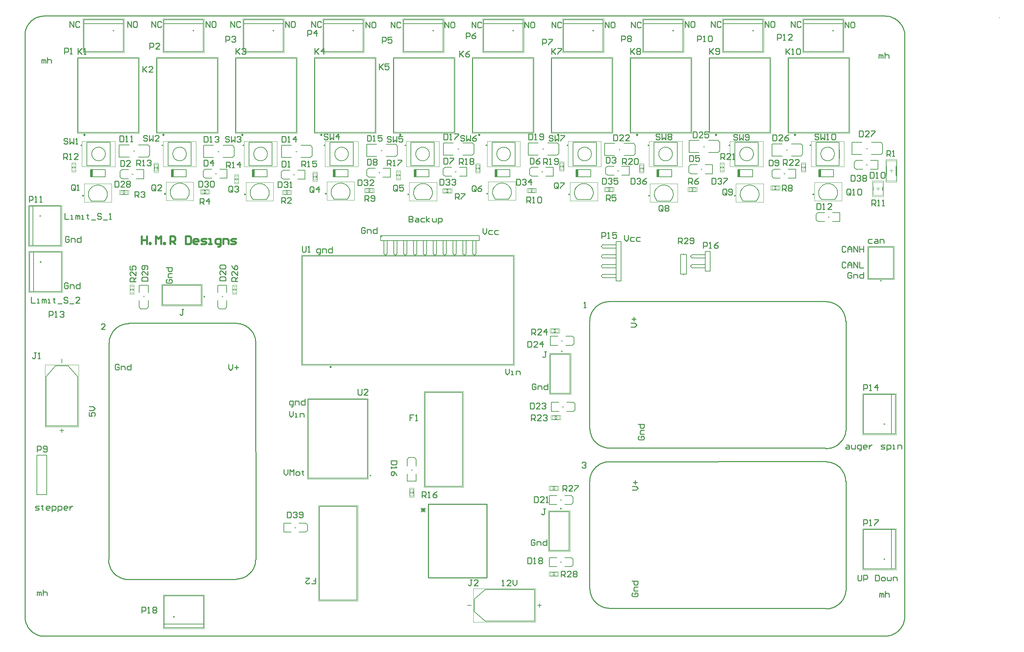
<source format=gto>
%FSTAX23Y23*%
%MOIN*%
%SFA1B1*%

%IPPOS*%
%ADD10C,0.011811*%
%ADD11C,0.007874*%
%ADD12C,0.005000*%
%ADD13C,0.010000*%
%ADD14C,0.019685*%
%ADD15R,0.031496X0.074803*%
%ADD16C,0.003937*%
%ADD17C,0.011024*%
%ADD18C,0.001969*%
%LNpcb1-1*%
%LPD*%
G54D10*
X07808Y05083D02*
D01*
X07808Y05083*
X07807Y05083*
X07807Y05084*
X07807Y05084*
X07807Y05084*
X07807Y05085*
X07807Y05085*
X07807Y05085*
X07807Y05085*
X07807Y05085*
X07806Y05086*
X07806Y05086*
X07806Y05086*
X07806Y05086*
X07806Y05086*
X07805Y05086*
X07805Y05087*
X07805Y05087*
X07805Y05087*
X07804Y05087*
X07804Y05087*
X07804Y05087*
X07803*
X07803Y05087*
X07803Y05087*
X07803Y05087*
X07802Y05087*
X07802Y05087*
X07802Y05086*
X07802Y05086*
X07801Y05086*
X07801Y05086*
X07801Y05086*
X07801Y05086*
X07801Y05085*
X078Y05085*
X078Y05085*
X078Y05085*
X078Y05085*
X078Y05084*
X078Y05084*
X078Y05084*
X078Y05083*
X078Y05083*
X078Y05083*
X078Y05083*
X078Y05082*
X078Y05082*
X078Y05082*
X078Y05082*
X078Y05081*
X078Y05081*
X078Y05081*
X078Y05081*
X07801Y0508*
X07801Y0508*
X07801Y0508*
X07801Y0508*
X07801Y0508*
X07802Y0508*
X07802Y05079*
X07802Y05079*
X07802Y05079*
X07803Y05079*
X07803Y05079*
X07803Y05079*
X07803Y05079*
X07804*
X07804Y05079*
X07804Y05079*
X07805Y05079*
X07805Y05079*
X07805Y05079*
X07805Y05079*
X07806Y0508*
X07806Y0508*
X07806Y0508*
X07806Y0508*
X07806Y0508*
X07807Y0508*
X07807Y05081*
X07807Y05081*
X07807Y05081*
X07807Y05081*
X07807Y05082*
X07807Y05082*
X07807Y05082*
X07807Y05082*
X07808Y05083*
X07808Y05083*
X04608D02*
D01*
X04608Y05083*
X04607Y05083*
X04607Y05084*
X04607Y05084*
X04607Y05084*
X04607Y05085*
X04607Y05085*
X04607Y05085*
X04607Y05085*
X04607Y05085*
X04606Y05086*
X04606Y05086*
X04606Y05086*
X04606Y05086*
X04606Y05086*
X04605Y05086*
X04605Y05087*
X04605Y05087*
X04605Y05087*
X04604Y05087*
X04604Y05087*
X04604Y05087*
X04603*
X04603Y05087*
X04603Y05087*
X04603Y05087*
X04602Y05087*
X04602Y05087*
X04602Y05086*
X04602Y05086*
X04601Y05086*
X04601Y05086*
X04601Y05086*
X04601Y05086*
X04601Y05085*
X046Y05085*
X046Y05085*
X046Y05085*
X046Y05085*
X046Y05084*
X046Y05084*
X046Y05084*
X046Y05083*
X046Y05083*
X046Y05083*
X046Y05083*
X046Y05082*
X046Y05082*
X046Y05082*
X046Y05082*
X046Y05081*
X046Y05081*
X046Y05081*
X046Y05081*
X04601Y0508*
X04601Y0508*
X04601Y0508*
X04601Y0508*
X04601Y0508*
X04602Y0508*
X04602Y05079*
X04602Y05079*
X04602Y05079*
X04603Y05079*
X04603Y05079*
X04603Y05079*
X04603Y05079*
X04604*
X04604Y05079*
X04604Y05079*
X04605Y05079*
X04605Y05079*
X04605Y05079*
X04605Y05079*
X04606Y0508*
X04606Y0508*
X04606Y0508*
X04606Y0508*
X04606Y0508*
X04607Y0508*
X04607Y05081*
X04607Y05081*
X04607Y05081*
X04607Y05081*
X04607Y05082*
X04607Y05082*
X04607Y05082*
X04607Y05082*
X04608Y05083*
X04608Y05083*
X03808D02*
D01*
X03808Y05083*
X03807Y05083*
X03807Y05084*
X03807Y05084*
X03807Y05084*
X03807Y05085*
X03807Y05085*
X03807Y05085*
X03807Y05085*
X03807Y05085*
X03806Y05086*
X03806Y05086*
X03806Y05086*
X03806Y05086*
X03806Y05086*
X03805Y05086*
X03805Y05087*
X03805Y05087*
X03805Y05087*
X03804Y05087*
X03804Y05087*
X03804Y05087*
X03803*
X03803Y05087*
X03803Y05087*
X03803Y05087*
X03802Y05087*
X03802Y05087*
X03802Y05086*
X03802Y05086*
X03801Y05086*
X03801Y05086*
X03801Y05086*
X03801Y05086*
X03801Y05085*
X038Y05085*
X038Y05085*
X038Y05085*
X038Y05085*
X038Y05084*
X038Y05084*
X038Y05084*
X038Y05083*
X038Y05083*
X038Y05083*
X038Y05083*
X038Y05082*
X038Y05082*
X038Y05082*
X038Y05082*
X038Y05081*
X038Y05081*
X038Y05081*
X038Y05081*
X03801Y0508*
X03801Y0508*
X03801Y0508*
X03801Y0508*
X03801Y0508*
X03802Y0508*
X03802Y05079*
X03802Y05079*
X03802Y05079*
X03803Y05079*
X03803Y05079*
X03803Y05079*
X03803Y05079*
X03804*
X03804Y05079*
X03804Y05079*
X03805Y05079*
X03805Y05079*
X03805Y05079*
X03805Y05079*
X03806Y0508*
X03806Y0508*
X03806Y0508*
X03806Y0508*
X03806Y0508*
X03807Y0508*
X03807Y05081*
X03807Y05081*
X03807Y05081*
X03807Y05081*
X03807Y05082*
X03807Y05082*
X03807Y05082*
X03807Y05082*
X03808Y05083*
X03808Y05083*
X01408D02*
D01*
X01408Y05083*
X01407Y05083*
X01407Y05084*
X01407Y05084*
X01407Y05084*
X01407Y05085*
X01407Y05085*
X01407Y05085*
X01407Y05085*
X01407Y05085*
X01406Y05086*
X01406Y05086*
X01406Y05086*
X01406Y05086*
X01406Y05086*
X01405Y05086*
X01405Y05087*
X01405Y05087*
X01405Y05087*
X01404Y05087*
X01404Y05087*
X01404Y05087*
X01403*
X01403Y05087*
X01403Y05087*
X01403Y05087*
X01402Y05087*
X01402Y05087*
X01402Y05086*
X01402Y05086*
X01401Y05086*
X01401Y05086*
X01401Y05086*
X01401Y05086*
X01401Y05085*
X014Y05085*
X014Y05085*
X014Y05085*
X014Y05085*
X014Y05084*
X014Y05084*
X014Y05084*
X014Y05083*
X014Y05083*
X014Y05083*
X014Y05083*
X014Y05082*
X014Y05082*
X014Y05082*
X014Y05082*
X014Y05081*
X014Y05081*
X014Y05081*
X014Y05081*
X01401Y0508*
X01401Y0508*
X01401Y0508*
X01401Y0508*
X01401Y0508*
X01402Y0508*
X01402Y05079*
X01402Y05079*
X01402Y05079*
X01403Y05079*
X01403Y05079*
X01403Y05079*
X01403Y05079*
X01404*
X01404Y05079*
X01404Y05079*
X01405Y05079*
X01405Y05079*
X01405Y05079*
X01405Y05079*
X01406Y0508*
X01406Y0508*
X01406Y0508*
X01406Y0508*
X01406Y0508*
X01407Y0508*
X01407Y05081*
X01407Y05081*
X01407Y05081*
X01407Y05081*
X01407Y05082*
X01407Y05082*
X01407Y05082*
X01407Y05082*
X01408Y05083*
X01408Y05083*
X07008D02*
D01*
X07008Y05083*
X07007Y05083*
X07007Y05084*
X07007Y05084*
X07007Y05084*
X07007Y05085*
X07007Y05085*
X07007Y05085*
X07007Y05085*
X07007Y05085*
X07006Y05086*
X07006Y05086*
X07006Y05086*
X07006Y05086*
X07006Y05086*
X07005Y05086*
X07005Y05087*
X07005Y05087*
X07005Y05087*
X07004Y05087*
X07004Y05087*
X07004Y05087*
X07003*
X07003Y05087*
X07003Y05087*
X07003Y05087*
X07002Y05087*
X07002Y05087*
X07002Y05086*
X07002Y05086*
X07001Y05086*
X07001Y05086*
X07001Y05086*
X07001Y05086*
X07001Y05085*
X07Y05085*
X07Y05085*
X07Y05085*
X07Y05085*
X07Y05084*
X07Y05084*
X07Y05084*
X07Y05083*
X07Y05083*
X07Y05083*
X07Y05083*
X07Y05082*
X07Y05082*
X07Y05082*
X07Y05082*
X07Y05081*
X07Y05081*
X07Y05081*
X07Y05081*
X07001Y0508*
X07001Y0508*
X07001Y0508*
X07001Y0508*
X07001Y0508*
X07002Y0508*
X07002Y05079*
X07002Y05079*
X07002Y05079*
X07003Y05079*
X07003Y05079*
X07003Y05079*
X07003Y05079*
X07004*
X07004Y05079*
X07004Y05079*
X07005Y05079*
X07005Y05079*
X07005Y05079*
X07005Y05079*
X07006Y0508*
X07006Y0508*
X07006Y0508*
X07006Y0508*
X07006Y0508*
X07007Y0508*
X07007Y05081*
X07007Y05081*
X07007Y05081*
X07007Y05081*
X07007Y05082*
X07007Y05082*
X07007Y05082*
X07007Y05082*
X07008Y05083*
X07008Y05083*
X04686Y04485D02*
D01*
X04686Y04485*
X04686Y04485*
X04686Y04485*
X04686Y04485*
X04686Y04485*
X04686Y04485*
X04686Y04485*
X04686Y04486*
X04686Y04486*
X04686Y04486*
X04686Y04486*
X04686Y04486*
X04686Y04486*
X04686Y04486*
X04685Y04486*
X04685Y04486*
X04685Y04486*
X04685Y04486*
X04685Y04486*
X04685Y04486*
X04685Y04486*
X04685Y04486*
X04684*
X04684Y04486*
X04684Y04486*
X04684Y04486*
X04684Y04486*
X04684Y04486*
X04684Y04486*
X04684Y04486*
X04683Y04486*
X04683Y04486*
X04683Y04486*
X04683Y04486*
X04683Y04486*
X04683Y04486*
X04683Y04486*
X04683Y04485*
X04683Y04485*
X04683Y04485*
X04683Y04485*
X04683Y04485*
X04683Y04485*
X04683Y04485*
X04683Y04485*
X04683Y04484*
X04683Y04484*
X04683Y04484*
X04683Y04484*
X04683Y04484*
X04683Y04484*
X04683Y04484*
X04683Y04483*
X04683Y04483*
X04683Y04483*
X04683Y04483*
X04683Y04483*
X04683Y04483*
X04683Y04483*
X04684Y04483*
X04684Y04483*
X04684Y04483*
X04684Y04483*
X04684Y04483*
X04684Y04483*
X04684Y04483*
X04684Y04483*
X04685*
X04685Y04483*
X04685Y04483*
X04685Y04483*
X04685Y04483*
X04685Y04483*
X04685Y04483*
X04685Y04483*
X04686Y04483*
X04686Y04483*
X04686Y04483*
X04686Y04483*
X04686Y04483*
X04686Y04483*
X04686Y04483*
X04686Y04484*
X04686Y04484*
X04686Y04484*
X04686Y04484*
X04686Y04484*
X04686Y04484*
X04686Y04484*
X04686Y04485*
X00591Y04465D02*
D01*
X00591Y04465*
X00591Y04465*
X00591Y04465*
X00591Y04465*
X00591Y04465*
X00591Y04465*
X00591Y04465*
X00591Y04466*
X00591Y04466*
X00591Y04466*
X00591Y04466*
X00591Y04466*
X00591Y04466*
X00591Y04466*
X0059Y04466*
X0059Y04466*
X0059Y04466*
X0059Y04466*
X0059Y04466*
X0059Y04466*
X0059Y04466*
X0059Y04466*
X00589*
X00589Y04466*
X00589Y04466*
X00589Y04466*
X00589Y04466*
X00589Y04466*
X00589Y04466*
X00589Y04466*
X00588Y04466*
X00588Y04466*
X00588Y04466*
X00588Y04466*
X00588Y04466*
X00588Y04466*
X00588Y04466*
X00588Y04465*
X00588Y04465*
X00588Y04465*
X00588Y04465*
X00588Y04465*
X00588Y04465*
X00588Y04465*
X00588Y04465*
X00588Y04464*
X00588Y04464*
X00588Y04464*
X00588Y04464*
X00588Y04464*
X00588Y04464*
X00588Y04464*
X00588Y04463*
X00588Y04463*
X00588Y04463*
X00588Y04463*
X00588Y04463*
X00588Y04463*
X00588Y04463*
X00589Y04463*
X00589Y04463*
X00589Y04463*
X00589Y04463*
X00589Y04463*
X00589Y04463*
X00589Y04463*
X00589Y04463*
X0059*
X0059Y04463*
X0059Y04463*
X0059Y04463*
X0059Y04463*
X0059Y04463*
X0059Y04463*
X0059Y04463*
X00591Y04463*
X00591Y04463*
X00591Y04463*
X00591Y04463*
X00591Y04463*
X00591Y04463*
X00591Y04463*
X00591Y04464*
X00591Y04464*
X00591Y04464*
X00591Y04464*
X00591Y04464*
X00591Y04464*
X00591Y04464*
X00591Y04465*
X01421Y04484D02*
D01*
X01421Y04484*
X01421Y04484*
X01421Y04485*
X01421Y04485*
X01421Y04485*
X01421Y04485*
X01421Y04485*
X01421Y04485*
X01421Y04485*
X01421Y04485*
X01421Y04485*
X01421Y04486*
X01421Y04486*
X01421Y04486*
X0142Y04486*
X0142Y04486*
X0142Y04486*
X0142Y04486*
X0142Y04486*
X0142Y04486*
X0142Y04486*
X0142Y04486*
X01419*
X01419Y04486*
X01419Y04486*
X01419Y04486*
X01419Y04486*
X01419Y04486*
X01419Y04486*
X01419Y04486*
X01418Y04486*
X01418Y04486*
X01418Y04486*
X01418Y04485*
X01418Y04485*
X01418Y04485*
X01418Y04485*
X01418Y04485*
X01418Y04485*
X01418Y04485*
X01418Y04485*
X01418Y04485*
X01418Y04484*
X01418Y04484*
X01418Y04484*
X01418Y04484*
X01418Y04484*
X01418Y04484*
X01418Y04484*
X01418Y04483*
X01418Y04483*
X01418Y04483*
X01418Y04483*
X01418Y04483*
X01418Y04483*
X01418Y04483*
X01418Y04483*
X01418Y04483*
X01418Y04482*
X01419Y04482*
X01419Y04482*
X01419Y04482*
X01419Y04482*
X01419Y04482*
X01419Y04482*
X01419Y04482*
X01419Y04482*
X0142*
X0142Y04482*
X0142Y04482*
X0142Y04482*
X0142Y04482*
X0142Y04482*
X0142Y04482*
X0142Y04482*
X01421Y04482*
X01421Y04483*
X01421Y04483*
X01421Y04483*
X01421Y04483*
X01421Y04483*
X01421Y04483*
X01421Y04483*
X01421Y04483*
X01421Y04483*
X01421Y04484*
X01421Y04484*
X01421Y04484*
X01421Y04484*
X01421Y04484*
X02231Y0448D02*
D01*
X02231Y0448*
X02231Y0448*
X02231Y0448*
X02231Y0448*
X02231Y0448*
X02231Y0448*
X02231Y0448*
X02231Y04481*
X02231Y04481*
X02231Y04481*
X02231Y04481*
X02231Y04481*
X02231Y04481*
X02231Y04481*
X0223Y04481*
X0223Y04481*
X0223Y04481*
X0223Y04481*
X0223Y04481*
X0223Y04481*
X0223Y04481*
X0223Y04481*
X02229*
X02229Y04481*
X02229Y04481*
X02229Y04481*
X02229Y04481*
X02229Y04481*
X02229Y04481*
X02229Y04481*
X02228Y04481*
X02228Y04481*
X02228Y04481*
X02228Y04481*
X02228Y04481*
X02228Y04481*
X02228Y04481*
X02228Y0448*
X02228Y0448*
X02228Y0448*
X02228Y0448*
X02228Y0448*
X02228Y0448*
X02228Y0448*
X02228Y0448*
X02228Y04479*
X02228Y04479*
X02228Y04479*
X02228Y04479*
X02228Y04479*
X02228Y04479*
X02228Y04479*
X02228Y04478*
X02228Y04478*
X02228Y04478*
X02228Y04478*
X02228Y04478*
X02228Y04478*
X02228Y04478*
X02229Y04478*
X02229Y04478*
X02229Y04478*
X02229Y04478*
X02229Y04478*
X02229Y04478*
X02229Y04478*
X02229Y04478*
X0223*
X0223Y04478*
X0223Y04478*
X0223Y04478*
X0223Y04478*
X0223Y04478*
X0223Y04478*
X0223Y04478*
X02231Y04478*
X02231Y04478*
X02231Y04478*
X02231Y04478*
X02231Y04478*
X02231Y04478*
X02231Y04478*
X02231Y04479*
X02231Y04479*
X02231Y04479*
X02231Y04479*
X02231Y04479*
X02231Y04479*
X02231Y04479*
X02231Y0448*
X03051Y04485D02*
D01*
X03051Y04485*
X03051Y04485*
X03051Y04485*
X03051Y04485*
X03051Y04485*
X03051Y04485*
X03051Y04485*
X03051Y04486*
X03051Y04486*
X03051Y04486*
X03051Y04486*
X03051Y04486*
X03051Y04486*
X03051Y04486*
X0305Y04486*
X0305Y04486*
X0305Y04486*
X0305Y04486*
X0305Y04486*
X0305Y04486*
X0305Y04486*
X0305Y04486*
X03049*
X03049Y04486*
X03049Y04486*
X03049Y04486*
X03049Y04486*
X03049Y04486*
X03049Y04486*
X03049Y04486*
X03048Y04486*
X03048Y04486*
X03048Y04486*
X03048Y04486*
X03048Y04486*
X03048Y04486*
X03048Y04486*
X03048Y04485*
X03048Y04485*
X03048Y04485*
X03048Y04485*
X03048Y04485*
X03048Y04485*
X03048Y04485*
X03048Y04485*
X03048Y04484*
X03048Y04484*
X03048Y04484*
X03048Y04484*
X03048Y04484*
X03048Y04484*
X03048Y04484*
X03048Y04483*
X03048Y04483*
X03048Y04483*
X03048Y04483*
X03048Y04483*
X03048Y04483*
X03048Y04483*
X03049Y04483*
X03049Y04483*
X03049Y04483*
X03049Y04483*
X03049Y04483*
X03049Y04483*
X03049Y04483*
X03049Y04483*
X0305*
X0305Y04483*
X0305Y04483*
X0305Y04483*
X0305Y04483*
X0305Y04483*
X0305Y04483*
X0305Y04483*
X03051Y04483*
X03051Y04483*
X03051Y04483*
X03051Y04483*
X03051Y04483*
X03051Y04483*
X03051Y04483*
X03051Y04484*
X03051Y04484*
X03051Y04484*
X03051Y04484*
X03051Y04484*
X03051Y04484*
X03051Y04484*
X03051Y04485*
X05516Y0448D02*
D01*
X05516Y0448*
X05516Y0448*
X05516Y0448*
X05516Y0448*
X05516Y0448*
X05516Y0448*
X05516Y0448*
X05516Y04481*
X05516Y04481*
X05516Y04481*
X05516Y04481*
X05516Y04481*
X05516Y04481*
X05516Y04481*
X05515Y04481*
X05515Y04481*
X05515Y04481*
X05515Y04481*
X05515Y04481*
X05515Y04481*
X05515Y04481*
X05515Y04481*
X05514*
X05514Y04481*
X05514Y04481*
X05514Y04481*
X05514Y04481*
X05514Y04481*
X05514Y04481*
X05514Y04481*
X05513Y04481*
X05513Y04481*
X05513Y04481*
X05513Y04481*
X05513Y04481*
X05513Y04481*
X05513Y04481*
X05513Y0448*
X05513Y0448*
X05513Y0448*
X05513Y0448*
X05513Y0448*
X05513Y0448*
X05513Y0448*
X05513Y0448*
X05513Y04479*
X05513Y04479*
X05513Y04479*
X05513Y04479*
X05513Y04479*
X05513Y04479*
X05513Y04479*
X05513Y04478*
X05513Y04478*
X05513Y04478*
X05513Y04478*
X05513Y04478*
X05513Y04478*
X05513Y04478*
X05514Y04478*
X05514Y04478*
X05514Y04478*
X05514Y04478*
X05514Y04478*
X05514Y04478*
X05514Y04478*
X05514Y04478*
X05515*
X05515Y04478*
X05515Y04478*
X05515Y04478*
X05515Y04478*
X05515Y04478*
X05515Y04478*
X05515Y04478*
X05516Y04478*
X05516Y04478*
X05516Y04478*
X05516Y04478*
X05516Y04478*
X05516Y04478*
X05516Y04478*
X05516Y04479*
X05516Y04479*
X05516Y04479*
X05516Y04479*
X05516Y04479*
X05516Y04479*
X05516Y04479*
X05516Y0448*
X07991D02*
D01*
X07991Y0448*
X07991Y0448*
X07991Y0448*
X07991Y0448*
X07991Y0448*
X07991Y0448*
X07991Y0448*
X07991Y04481*
X07991Y04481*
X07991Y04481*
X07991Y04481*
X07991Y04481*
X07991Y04481*
X07991Y04481*
X0799Y04481*
X0799Y04481*
X0799Y04481*
X0799Y04481*
X0799Y04481*
X0799Y04481*
X0799Y04481*
X0799Y04481*
X07989*
X07989Y04481*
X07989Y04481*
X07989Y04481*
X07989Y04481*
X07989Y04481*
X07989Y04481*
X07989Y04481*
X07988Y04481*
X07988Y04481*
X07988Y04481*
X07988Y04481*
X07988Y04481*
X07988Y04481*
X07988Y04481*
X07988Y0448*
X07988Y0448*
X07988Y0448*
X07988Y0448*
X07988Y0448*
X07988Y0448*
X07988Y0448*
X07988Y0448*
X07988Y04479*
X07988Y04479*
X07988Y04479*
X07988Y04479*
X07988Y04479*
X07988Y04479*
X07988Y04479*
X07988Y04478*
X07988Y04478*
X07988Y04478*
X07988Y04478*
X07988Y04478*
X07988Y04478*
X07988Y04478*
X07989Y04478*
X07989Y04478*
X07989Y04478*
X07989Y04478*
X07989Y04478*
X07989Y04478*
X07989Y04478*
X07989Y04478*
X0799*
X0799Y04478*
X0799Y04478*
X0799Y04478*
X0799Y04478*
X0799Y04478*
X0799Y04478*
X0799Y04478*
X07991Y04478*
X07991Y04478*
X07991Y04478*
X07991Y04478*
X07991Y04478*
X07991Y04478*
X07991Y04478*
X07991Y04479*
X07991Y04479*
X07991Y04479*
X07991Y04479*
X07991Y04479*
X07991Y04479*
X07991Y04479*
X07991Y0448*
X03886D02*
D01*
X03886Y0448*
X03886Y0448*
X03886Y0448*
X03886Y0448*
X03886Y0448*
X03886Y0448*
X03886Y0448*
X03886Y04481*
X03886Y04481*
X03886Y04481*
X03886Y04481*
X03886Y04481*
X03886Y04481*
X03886Y04481*
X03885Y04481*
X03885Y04481*
X03885Y04481*
X03885Y04481*
X03885Y04481*
X03885Y04481*
X03885Y04481*
X03885Y04481*
X03884*
X03884Y04481*
X03884Y04481*
X03884Y04481*
X03884Y04481*
X03884Y04481*
X03884Y04481*
X03884Y04481*
X03883Y04481*
X03883Y04481*
X03883Y04481*
X03883Y04481*
X03883Y04481*
X03883Y04481*
X03883Y04481*
X03883Y0448*
X03883Y0448*
X03883Y0448*
X03883Y0448*
X03883Y0448*
X03883Y0448*
X03883Y0448*
X03883Y0448*
X03883Y04479*
X03883Y04479*
X03883Y04479*
X03883Y04479*
X03883Y04479*
X03883Y04479*
X03883Y04479*
X03883Y04478*
X03883Y04478*
X03883Y04478*
X03883Y04478*
X03883Y04478*
X03883Y04478*
X03883Y04478*
X03884Y04478*
X03884Y04478*
X03884Y04478*
X03884Y04478*
X03884Y04478*
X03884Y04478*
X03884Y04478*
X03884Y04478*
X03885*
X03885Y04478*
X03885Y04478*
X03885Y04478*
X03885Y04478*
X03885Y04478*
X03885Y04478*
X03885Y04478*
X03886Y04478*
X03886Y04478*
X03886Y04478*
X03886Y04478*
X03886Y04478*
X03886Y04478*
X03886Y04478*
X03886Y04479*
X03886Y04479*
X03886Y04479*
X03886Y04479*
X03886Y04479*
X03886Y04479*
X03886Y04479*
X03886Y0448*
X06326Y04465D02*
D01*
X06326Y04465*
X06326Y04465*
X06326Y04465*
X06326Y04465*
X06326Y04465*
X06326Y04465*
X06326Y04465*
X06326Y04466*
X06326Y04466*
X06326Y04466*
X06326Y04466*
X06326Y04466*
X06326Y04466*
X06326Y04466*
X06325Y04466*
X06325Y04466*
X06325Y04466*
X06325Y04466*
X06325Y04466*
X06325Y04466*
X06325Y04466*
X06325Y04466*
X06324*
X06324Y04466*
X06324Y04466*
X06324Y04466*
X06324Y04466*
X06324Y04466*
X06324Y04466*
X06324Y04466*
X06323Y04466*
X06323Y04466*
X06323Y04466*
X06323Y04466*
X06323Y04466*
X06323Y04466*
X06323Y04466*
X06323Y04465*
X06323Y04465*
X06323Y04465*
X06323Y04465*
X06323Y04465*
X06323Y04465*
X06323Y04465*
X06323Y04465*
X06323Y04464*
X06323Y04464*
X06323Y04464*
X06323Y04464*
X06323Y04464*
X06323Y04464*
X06323Y04464*
X06323Y04463*
X06323Y04463*
X06323Y04463*
X06323Y04463*
X06323Y04463*
X06323Y04463*
X06323Y04463*
X06324Y04463*
X06324Y04463*
X06324Y04463*
X06324Y04463*
X06324Y04463*
X06324Y04463*
X06324Y04463*
X06324Y04463*
X06325*
X06325Y04463*
X06325Y04463*
X06325Y04463*
X06325Y04463*
X06325Y04463*
X06325Y04463*
X06325Y04463*
X06326Y04463*
X06326Y04463*
X06326Y04463*
X06326Y04463*
X06326Y04463*
X06326Y04463*
X06326Y04463*
X06326Y04464*
X06326Y04464*
X06326Y04464*
X06326Y04464*
X06326Y04464*
X06326Y04464*
X06326Y04464*
X06326Y04465*
X07196D02*
D01*
X07196Y04465*
X07196Y04465*
X07196Y04465*
X07196Y04465*
X07196Y04465*
X07196Y04465*
X07196Y04465*
X07196Y04466*
X07196Y04466*
X07196Y04466*
X07196Y04466*
X07196Y04466*
X07196Y04466*
X07196Y04466*
X07195Y04466*
X07195Y04466*
X07195Y04466*
X07195Y04466*
X07195Y04466*
X07195Y04466*
X07195Y04466*
X07195Y04466*
X07194*
X07194Y04466*
X07194Y04466*
X07194Y04466*
X07194Y04466*
X07194Y04466*
X07194Y04466*
X07194Y04466*
X07193Y04466*
X07193Y04466*
X07193Y04466*
X07193Y04466*
X07193Y04466*
X07193Y04466*
X07193Y04466*
X07193Y04465*
X07193Y04465*
X07193Y04465*
X07193Y04465*
X07193Y04465*
X07193Y04465*
X07193Y04465*
X07193Y04465*
X07193Y04464*
X07193Y04464*
X07193Y04464*
X07193Y04464*
X07193Y04464*
X07193Y04464*
X07193Y04464*
X07193Y04463*
X07193Y04463*
X07193Y04463*
X07193Y04463*
X07193Y04463*
X07193Y04463*
X07193Y04463*
X07194Y04463*
X07194Y04463*
X07194Y04463*
X07194Y04463*
X07194Y04463*
X07194Y04463*
X07194Y04463*
X07194Y04463*
X07195*
X07195Y04463*
X07195Y04463*
X07195Y04463*
X07195Y04463*
X07195Y04463*
X07195Y04463*
X07195Y04463*
X07196Y04463*
X07196Y04463*
X07196Y04463*
X07196Y04463*
X07196Y04463*
X07196Y04463*
X07196Y04463*
X07196Y04464*
X07196Y04464*
X07196Y04464*
X07196Y04464*
X07196Y04464*
X07196Y04464*
X07196Y04464*
X07196Y04465*
X05408Y05083D02*
D01*
X05408Y05083*
X05407Y05083*
X05407Y05084*
X05407Y05084*
X05407Y05084*
X05407Y05085*
X05407Y05085*
X05407Y05085*
X05407Y05085*
X05407Y05085*
X05406Y05086*
X05406Y05086*
X05406Y05086*
X05406Y05086*
X05406Y05086*
X05405Y05086*
X05405Y05087*
X05405Y05087*
X05405Y05087*
X05404Y05087*
X05404Y05087*
X05404Y05087*
X05403*
X05403Y05087*
X05403Y05087*
X05403Y05087*
X05402Y05087*
X05402Y05087*
X05402Y05086*
X05402Y05086*
X05401Y05086*
X05401Y05086*
X05401Y05086*
X05401Y05086*
X05401Y05085*
X054Y05085*
X054Y05085*
X054Y05085*
X054Y05085*
X054Y05084*
X054Y05084*
X054Y05084*
X054Y05083*
X054Y05083*
X054Y05083*
X054Y05083*
X054Y05082*
X054Y05082*
X054Y05082*
X054Y05082*
X054Y05081*
X054Y05081*
X054Y05081*
X054Y05081*
X05401Y0508*
X05401Y0508*
X05401Y0508*
X05401Y0508*
X05401Y0508*
X05402Y0508*
X05402Y05079*
X05402Y05079*
X05402Y05079*
X05403Y05079*
X05403Y05079*
X05403Y05079*
X05403Y05079*
X05404*
X05404Y05079*
X05404Y05079*
X05405Y05079*
X05405Y05079*
X05405Y05079*
X05405Y05079*
X05406Y0508*
X05406Y0508*
X05406Y0508*
X05406Y0508*
X05406Y0508*
X05407Y0508*
X05407Y05081*
X05407Y05081*
X05407Y05081*
X05407Y05081*
X05407Y05082*
X05407Y05082*
X05407Y05082*
X05407Y05082*
X05408Y05083*
X05408Y05083*
X06208D02*
D01*
X06208Y05083*
X06207Y05083*
X06207Y05084*
X06207Y05084*
X06207Y05084*
X06207Y05085*
X06207Y05085*
X06207Y05085*
X06207Y05085*
X06207Y05085*
X06206Y05086*
X06206Y05086*
X06206Y05086*
X06206Y05086*
X06206Y05086*
X06205Y05086*
X06205Y05087*
X06205Y05087*
X06205Y05087*
X06204Y05087*
X06204Y05087*
X06204Y05087*
X06203*
X06203Y05087*
X06203Y05087*
X06203Y05087*
X06202Y05087*
X06202Y05087*
X06202Y05086*
X06202Y05086*
X06201Y05086*
X06201Y05086*
X06201Y05086*
X06201Y05086*
X06201Y05085*
X062Y05085*
X062Y05085*
X062Y05085*
X062Y05085*
X062Y05084*
X062Y05084*
X062Y05084*
X062Y05083*
X062Y05083*
X062Y05083*
X062Y05083*
X062Y05082*
X062Y05082*
X062Y05082*
X062Y05082*
X062Y05081*
X062Y05081*
X062Y05081*
X062Y05081*
X06201Y0508*
X06201Y0508*
X06201Y0508*
X06201Y0508*
X06201Y0508*
X06202Y0508*
X06202Y05079*
X06202Y05079*
X06202Y05079*
X06203Y05079*
X06203Y05079*
X06203Y05079*
X06203Y05079*
X06204*
X06204Y05079*
X06204Y05079*
X06205Y05079*
X06205Y05079*
X06205Y05079*
X06205Y05079*
X06206Y0508*
X06206Y0508*
X06206Y0508*
X06206Y0508*
X06206Y0508*
X06207Y0508*
X06207Y05081*
X06207Y05081*
X06207Y05081*
X06207Y05081*
X06207Y05082*
X06207Y05082*
X06207Y05082*
X06207Y05082*
X06208Y05083*
X06208Y05083*
X00608D02*
D01*
X00608Y05083*
X00607Y05083*
X00607Y05084*
X00607Y05084*
X00607Y05084*
X00607Y05085*
X00607Y05085*
X00607Y05085*
X00607Y05085*
X00607Y05085*
X00606Y05086*
X00606Y05086*
X00606Y05086*
X00606Y05086*
X00606Y05086*
X00605Y05086*
X00605Y05087*
X00605Y05087*
X00605Y05087*
X00604Y05087*
X00604Y05087*
X00604Y05087*
X00603*
X00603Y05087*
X00603Y05087*
X00603Y05087*
X00602Y05087*
X00602Y05087*
X00602Y05086*
X00602Y05086*
X00601Y05086*
X00601Y05086*
X00601Y05086*
X00601Y05086*
X00601Y05085*
X006Y05085*
X006Y05085*
X006Y05085*
X006Y05085*
X006Y05084*
X006Y05084*
X006Y05084*
X006Y05083*
X006Y05083*
X006Y05083*
X006Y05083*
X006Y05082*
X006Y05082*
X006Y05082*
X006Y05082*
X006Y05081*
X006Y05081*
X006Y05081*
X006Y05081*
X00601Y0508*
X00601Y0508*
X00601Y0508*
X00601Y0508*
X00601Y0508*
X00602Y0508*
X00602Y05079*
X00602Y05079*
X00602Y05079*
X00603Y05079*
X00603Y05079*
X00603Y05079*
X00603Y05079*
X00604*
X00604Y05079*
X00604Y05079*
X00605Y05079*
X00605Y05079*
X00605Y05079*
X00605Y05079*
X00606Y0508*
X00606Y0508*
X00606Y0508*
X00606Y0508*
X00606Y0508*
X00607Y0508*
X00607Y05081*
X00607Y05081*
X00607Y05081*
X00607Y05081*
X00607Y05082*
X00607Y05082*
X00607Y05082*
X00607Y05082*
X00608Y05083*
X00608Y05083*
X02208D02*
D01*
X02208Y05083*
X02207Y05083*
X02207Y05084*
X02207Y05084*
X02207Y05084*
X02207Y05085*
X02207Y05085*
X02207Y05085*
X02207Y05085*
X02207Y05085*
X02206Y05086*
X02206Y05086*
X02206Y05086*
X02206Y05086*
X02206Y05086*
X02205Y05086*
X02205Y05087*
X02205Y05087*
X02205Y05087*
X02204Y05087*
X02204Y05087*
X02204Y05087*
X02203*
X02203Y05087*
X02203Y05087*
X02203Y05087*
X02202Y05087*
X02202Y05087*
X02202Y05086*
X02202Y05086*
X02201Y05086*
X02201Y05086*
X02201Y05086*
X02201Y05086*
X02201Y05085*
X022Y05085*
X022Y05085*
X022Y05085*
X022Y05085*
X022Y05084*
X022Y05084*
X022Y05084*
X022Y05083*
X022Y05083*
X022Y05083*
X022Y05083*
X022Y05082*
X022Y05082*
X022Y05082*
X022Y05082*
X022Y05081*
X022Y05081*
X022Y05081*
X022Y05081*
X02201Y0508*
X02201Y0508*
X02201Y0508*
X02201Y0508*
X02201Y0508*
X02202Y0508*
X02202Y05079*
X02202Y05079*
X02202Y05079*
X02203Y05079*
X02203Y05079*
X02203Y05079*
X02203Y05079*
X02204*
X02204Y05079*
X02204Y05079*
X02205Y05079*
X02205Y05079*
X02205Y05079*
X02205Y05079*
X02206Y0508*
X02206Y0508*
X02206Y0508*
X02206Y0508*
X02206Y0508*
X02207Y0508*
X02207Y05081*
X02207Y05081*
X02207Y05081*
X02207Y05081*
X02207Y05082*
X02207Y05082*
X02207Y05082*
X02207Y05082*
X02208Y05083*
X02208Y05083*
X03008D02*
D01*
X03008Y05083*
X03007Y05083*
X03007Y05084*
X03007Y05084*
X03007Y05084*
X03007Y05085*
X03007Y05085*
X03007Y05085*
X03007Y05085*
X03007Y05085*
X03006Y05086*
X03006Y05086*
X03006Y05086*
X03006Y05086*
X03006Y05086*
X03005Y05086*
X03005Y05087*
X03005Y05087*
X03005Y05087*
X03004Y05087*
X03004Y05087*
X03004Y05087*
X03003*
X03003Y05087*
X03003Y05087*
X03003Y05087*
X03002Y05087*
X03002Y05087*
X03002Y05086*
X03002Y05086*
X03001Y05086*
X03001Y05086*
X03001Y05086*
X03001Y05086*
X03001Y05085*
X03Y05085*
X03Y05085*
X03Y05085*
X03Y05085*
X03Y05084*
X03Y05084*
X03Y05084*
X03Y05083*
X03Y05083*
X03Y05083*
X03Y05083*
X03Y05082*
X03Y05082*
X03Y05082*
X03Y05082*
X03Y05081*
X03Y05081*
X03Y05081*
X03Y05081*
X03001Y0508*
X03001Y0508*
X03001Y0508*
X03001Y0508*
X03001Y0508*
X03002Y0508*
X03002Y05079*
X03002Y05079*
X03002Y05079*
X03003Y05079*
X03003Y05079*
X03003Y05079*
X03003Y05079*
X03004*
X03004Y05079*
X03004Y05079*
X03005Y05079*
X03005Y05079*
X03005Y05079*
X03005Y05079*
X03006Y0508*
X03006Y0508*
X03006Y0508*
X03006Y0508*
X03006Y0508*
X03007Y0508*
X03007Y05081*
X03007Y05081*
X03007Y05081*
X03007Y05081*
X03007Y05082*
X03007Y05082*
X03007Y05082*
X03007Y05082*
X03008Y05083*
X03008Y05083*
G54D11*
X03038Y04978D02*
D01*
X03038Y04978*
X03038Y04979*
X03038Y04979*
X03038Y04979*
X03038Y04979*
X03038Y0498*
X03038Y0498*
X03038Y0498*
X03037Y0498*
X03037Y04981*
X03037Y04981*
X03037Y04981*
X03037Y04981*
X03036Y04981*
X03036Y04981*
X03036Y04982*
X03036Y04982*
X03035Y04982*
X03035Y04982*
X03035Y04982*
X03035Y04982*
X03034Y04982*
X03034*
X03034Y04982*
X03034Y04982*
X03033Y04982*
X03033Y04982*
X03033Y04982*
X03032Y04982*
X03032Y04981*
X03032Y04981*
X03032Y04981*
X03032Y04981*
X03031Y04981*
X03031Y04981*
X03031Y0498*
X03031Y0498*
X03031Y0498*
X03031Y0498*
X0303Y04979*
X0303Y04979*
X0303Y04979*
X0303Y04979*
X0303Y04978*
X0303Y04978*
X0303Y04978*
X0303Y04978*
X0303Y04977*
X0303Y04977*
X0303Y04977*
X03031Y04976*
X03031Y04976*
X03031Y04976*
X03031Y04976*
X03031Y04976*
X03031Y04975*
X03032Y04975*
X03032Y04975*
X03032Y04975*
X03032Y04975*
X03032Y04975*
X03033Y04974*
X03033Y04974*
X03033Y04974*
X03034Y04974*
X03034Y04974*
X03034Y04974*
X03034*
X03035Y04974*
X03035Y04974*
X03035Y04974*
X03035Y04974*
X03036Y04974*
X03036Y04975*
X03036Y04975*
X03036Y04975*
X03037Y04975*
X03037Y04975*
X03037Y04975*
X03037Y04976*
X03037Y04976*
X03038Y04976*
X03038Y04976*
X03038Y04976*
X03038Y04977*
X03038Y04977*
X03038Y04977*
X03038Y04978*
X03038Y04978*
X03038Y04978*
X03504Y01627D02*
D01*
X03504Y01628*
X03504Y01628*
X03504Y01628*
X03504Y01629*
X03504Y01629*
X03504Y01629*
X03504Y01629*
X03504Y0163*
X03503Y0163*
X03503Y0163*
X03503Y0163*
X03503Y0163*
X03503Y01631*
X03502Y01631*
X03502Y01631*
X03502Y01631*
X03502Y01631*
X03501Y01631*
X03501Y01631*
X03501Y01631*
X03501Y01631*
X035Y01631*
X035*
X035Y01631*
X035Y01631*
X03499Y01631*
X03499Y01631*
X03499Y01631*
X03498Y01631*
X03498Y01631*
X03498Y01631*
X03498Y01631*
X03498Y0163*
X03497Y0163*
X03497Y0163*
X03497Y0163*
X03497Y0163*
X03497Y01629*
X03497Y01629*
X03497Y01629*
X03496Y01629*
X03496Y01628*
X03496Y01628*
X03496Y01628*
X03496Y01627*
X03496Y01627*
X03496Y01627*
X03496Y01627*
X03496Y01626*
X03497Y01626*
X03497Y01626*
X03497Y01626*
X03497Y01625*
X03497Y01625*
X03497Y01625*
X03497Y01625*
X03498Y01625*
X03498Y01624*
X03498Y01624*
X03498Y01624*
X03498Y01624*
X03499Y01624*
X03499Y01624*
X03499Y01624*
X035Y01624*
X035Y01624*
X035Y01624*
X035*
X03501Y01624*
X03501Y01624*
X03501Y01624*
X03501Y01624*
X03502Y01624*
X03502Y01624*
X03502Y01624*
X03502Y01624*
X03503Y01624*
X03503Y01625*
X03503Y01625*
X03503Y01625*
X03503Y01625*
X03504Y01625*
X03504Y01626*
X03504Y01626*
X03504Y01626*
X03504Y01626*
X03504Y01627*
X03504Y01627*
X03504Y01627*
X03504Y01627*
X08678Y03605D02*
D01*
X08678Y03605*
X08678Y03605*
X08678Y03605*
X08678Y03606*
X08678Y03606*
X08678Y03606*
X08678Y03606*
X08678Y03607*
X08678Y03607*
X08678Y03607*
X08677Y03607*
X08677Y03607*
X08677Y03608*
X08677Y03608*
X08676Y03608*
X08676Y03608*
X08676Y03608*
X08676Y03608*
X08675Y03608*
X08675Y03608*
X08675Y03608*
X08675Y03608*
X08674*
X08674Y03608*
X08674Y03608*
X08674Y03608*
X08673Y03608*
X08673Y03608*
X08673Y03608*
X08673Y03608*
X08672Y03608*
X08672Y03608*
X08672Y03607*
X08672Y03607*
X08671Y03607*
X08671Y03607*
X08671Y03607*
X08671Y03606*
X08671Y03606*
X08671Y03606*
X08671Y03606*
X08671Y03605*
X08671Y03605*
X08671Y03605*
X08671Y03605*
X08671Y03604*
X08671Y03604*
X08671Y03604*
X08671Y03603*
X08671Y03603*
X08671Y03603*
X08671Y03603*
X08671Y03602*
X08671Y03602*
X08671Y03602*
X08672Y03602*
X08672Y03602*
X08672Y03601*
X08672Y03601*
X08673Y03601*
X08673Y03601*
X08673Y03601*
X08673Y03601*
X08674Y03601*
X08674Y03601*
X08674Y03601*
X08674Y03601*
X08675*
X08675Y03601*
X08675Y03601*
X08675Y03601*
X08676Y03601*
X08676Y03601*
X08676Y03601*
X08676Y03601*
X08677Y03601*
X08677Y03601*
X08677Y03602*
X08677Y03602*
X08678Y03602*
X08678Y03602*
X08678Y03602*
X08678Y03603*
X08678Y03603*
X08678Y03603*
X08678Y03603*
X08678Y03604*
X08678Y03604*
X08678Y03604*
X08678Y03605*
X01822Y03443D02*
D01*
X01822Y03443*
X01822Y03444*
X01822Y03444*
X01822Y03444*
X01822Y03445*
X01822Y03445*
X01822Y03445*
X01822Y03445*
X01822Y03445*
X01821Y03446*
X01821Y03446*
X01821Y03446*
X01821Y03446*
X01821Y03446*
X0182Y03447*
X0182Y03447*
X0182Y03447*
X0182Y03447*
X01819Y03447*
X01819Y03447*
X01819Y03447*
X01819Y03447*
X01818*
X01818Y03447*
X01818Y03447*
X01818Y03447*
X01817Y03447*
X01817Y03447*
X01817Y03447*
X01817Y03447*
X01816Y03446*
X01816Y03446*
X01816Y03446*
X01816Y03446*
X01815Y03446*
X01815Y03445*
X01815Y03445*
X01815Y03445*
X01815Y03445*
X01815Y03445*
X01815Y03444*
X01815Y03444*
X01815Y03444*
X01815Y03443*
X01815Y03443*
X01815Y03443*
X01815Y03443*
X01815Y03442*
X01815Y03442*
X01815Y03442*
X01815Y03442*
X01815Y03441*
X01815Y03441*
X01815Y03441*
X01815Y03441*
X01816Y0344*
X01816Y0344*
X01816Y0344*
X01816Y0344*
X01817Y0344*
X01817Y0344*
X01817Y0344*
X01817Y03439*
X01818Y03439*
X01818Y03439*
X01818Y03439*
X01818Y03439*
X01819*
X01819Y03439*
X01819Y03439*
X01819Y03439*
X0182Y03439*
X0182Y0344*
X0182Y0344*
X0182Y0344*
X01821Y0344*
X01821Y0344*
X01821Y0344*
X01821Y0344*
X01821Y03441*
X01822Y03441*
X01822Y03441*
X01822Y03441*
X01822Y03442*
X01822Y03442*
X01822Y03442*
X01822Y03442*
X01822Y03443*
X01822Y03443*
X01822Y03443*
X07143Y04978D02*
D01*
X07143Y04978*
X07143Y04979*
X07142Y04979*
X07142Y04979*
X07142Y04979*
X07142Y0498*
X07142Y0498*
X07142Y0498*
X07142Y0498*
X07142Y04981*
X07141Y04981*
X07141Y04981*
X07141Y04981*
X07141Y04981*
X07141Y04981*
X0714Y04982*
X0714Y04982*
X0714Y04982*
X0714Y04982*
X07139Y04982*
X07139Y04982*
X07139Y04982*
X07138*
X07138Y04982*
X07138Y04982*
X07138Y04982*
X07137Y04982*
X07137Y04982*
X07137Y04982*
X07137Y04981*
X07136Y04981*
X07136Y04981*
X07136Y04981*
X07136Y04981*
X07136Y04981*
X07135Y0498*
X07135Y0498*
X07135Y0498*
X07135Y0498*
X07135Y04979*
X07135Y04979*
X07135Y04979*
X07135Y04979*
X07135Y04978*
X07135Y04978*
X07135Y04978*
X07135Y04978*
X07135Y04977*
X07135Y04977*
X07135Y04977*
X07135Y04976*
X07135Y04976*
X07135Y04976*
X07135Y04976*
X07136Y04976*
X07136Y04975*
X07136Y04975*
X07136Y04975*
X07136Y04975*
X07137Y04975*
X07137Y04975*
X07137Y04974*
X07137Y04974*
X07138Y04974*
X07138Y04974*
X07138Y04974*
X07138Y04974*
X07139*
X07139Y04974*
X07139Y04974*
X0714Y04974*
X0714Y04974*
X0714Y04974*
X0714Y04975*
X07141Y04975*
X07141Y04975*
X07141Y04975*
X07141Y04975*
X07141Y04975*
X07142Y04976*
X07142Y04976*
X07142Y04976*
X07142Y04976*
X07142Y04976*
X07142Y04977*
X07142Y04977*
X07142Y04977*
X07143Y04978*
X07143Y04978*
X07143Y04978*
X06322D02*
D01*
X06322Y04978*
X06322Y04979*
X06322Y04979*
X06322Y04979*
X06321Y04979*
X06321Y0498*
X06321Y0498*
X06321Y0498*
X06321Y0498*
X06321Y04981*
X06321Y04981*
X0632Y04981*
X0632Y04981*
X0632Y04981*
X0632Y04981*
X06319Y04982*
X06319Y04982*
X06319Y04982*
X06319Y04982*
X06318Y04982*
X06318Y04982*
X06318Y04982*
X06318*
X06317Y04982*
X06317Y04982*
X06317Y04982*
X06317Y04982*
X06316Y04982*
X06316Y04982*
X06316Y04981*
X06316Y04981*
X06315Y04981*
X06315Y04981*
X06315Y04981*
X06315Y04981*
X06315Y0498*
X06314Y0498*
X06314Y0498*
X06314Y0498*
X06314Y04979*
X06314Y04979*
X06314Y04979*
X06314Y04979*
X06314Y04978*
X06314Y04978*
X06314Y04978*
X06314Y04978*
X06314Y04977*
X06314Y04977*
X06314Y04977*
X06314Y04976*
X06314Y04976*
X06314Y04976*
X06315Y04976*
X06315Y04976*
X06315Y04975*
X06315Y04975*
X06315Y04975*
X06316Y04975*
X06316Y04975*
X06316Y04975*
X06316Y04974*
X06317Y04974*
X06317Y04974*
X06317Y04974*
X06317Y04974*
X06318Y04974*
X06318*
X06318Y04974*
X06318Y04974*
X06319Y04974*
X06319Y04974*
X06319Y04974*
X06319Y04975*
X0632Y04975*
X0632Y04975*
X0632Y04975*
X0632Y04975*
X06321Y04975*
X06321Y04976*
X06321Y04976*
X06321Y04976*
X06321Y04976*
X06321Y04976*
X06321Y04977*
X06322Y04977*
X06322Y04977*
X06322Y04978*
X06322Y04978*
X06322Y04978*
X05501D02*
D01*
X05501Y04978*
X05501Y04979*
X05501Y04979*
X05501Y04979*
X05501Y04979*
X055Y0498*
X055Y0498*
X055Y0498*
X055Y0498*
X055Y04981*
X055Y04981*
X05499Y04981*
X05499Y04981*
X05499Y04981*
X05499Y04981*
X05499Y04982*
X05498Y04982*
X05498Y04982*
X05498Y04982*
X05498Y04982*
X05497Y04982*
X05497Y04982*
X05497*
X05496Y04982*
X05496Y04982*
X05496Y04982*
X05496Y04982*
X05495Y04982*
X05495Y04982*
X05495Y04981*
X05495Y04981*
X05494Y04981*
X05494Y04981*
X05494Y04981*
X05494Y04981*
X05494Y0498*
X05494Y0498*
X05493Y0498*
X05493Y0498*
X05493Y04979*
X05493Y04979*
X05493Y04979*
X05493Y04979*
X05493Y04978*
X05493Y04978*
X05493Y04978*
X05493Y04978*
X05493Y04977*
X05493Y04977*
X05493Y04977*
X05493Y04976*
X05493Y04976*
X05494Y04976*
X05494Y04976*
X05494Y04976*
X05494Y04975*
X05494Y04975*
X05494Y04975*
X05495Y04975*
X05495Y04975*
X05495Y04975*
X05495Y04974*
X05496Y04974*
X05496Y04974*
X05496Y04974*
X05496Y04974*
X05497Y04974*
X05497*
X05497Y04974*
X05498Y04974*
X05498Y04974*
X05498Y04974*
X05498Y04974*
X05499Y04975*
X05499Y04975*
X05499Y04975*
X05499Y04975*
X05499Y04975*
X055Y04975*
X055Y04976*
X055Y04976*
X055Y04976*
X055Y04976*
X055Y04976*
X05501Y04977*
X05501Y04977*
X05501Y04977*
X05501Y04978*
X05501Y04978*
X05501Y04978*
X0468D02*
D01*
X0468Y04978*
X0468Y04979*
X0468Y04979*
X0468Y04979*
X0468Y04979*
X0468Y0498*
X04679Y0498*
X04679Y0498*
X04679Y0498*
X04679Y04981*
X04679Y04981*
X04679Y04981*
X04678Y04981*
X04678Y04981*
X04678Y04981*
X04678Y04982*
X04677Y04982*
X04677Y04982*
X04677Y04982*
X04677Y04982*
X04676Y04982*
X04676Y04982*
X04676*
X04676Y04982*
X04675Y04982*
X04675Y04982*
X04675Y04982*
X04674Y04982*
X04674Y04982*
X04674Y04981*
X04674Y04981*
X04674Y04981*
X04673Y04981*
X04673Y04981*
X04673Y04981*
X04673Y0498*
X04673Y0498*
X04672Y0498*
X04672Y0498*
X04672Y04979*
X04672Y04979*
X04672Y04979*
X04672Y04979*
X04672Y04978*
X04672Y04978*
X04672Y04978*
X04672Y04978*
X04672Y04977*
X04672Y04977*
X04672Y04977*
X04672Y04976*
X04672Y04976*
X04673Y04976*
X04673Y04976*
X04673Y04976*
X04673Y04975*
X04673Y04975*
X04674Y04975*
X04674Y04975*
X04674Y04975*
X04674Y04975*
X04674Y04974*
X04675Y04974*
X04675Y04974*
X04675Y04974*
X04676Y04974*
X04676Y04974*
X04676*
X04676Y04974*
X04677Y04974*
X04677Y04974*
X04677Y04974*
X04677Y04974*
X04678Y04975*
X04678Y04975*
X04678Y04975*
X04678Y04975*
X04679Y04975*
X04679Y04975*
X04679Y04976*
X04679Y04976*
X04679Y04976*
X04679Y04976*
X0468Y04976*
X0468Y04977*
X0468Y04977*
X0468Y04977*
X0468Y04978*
X0468Y04978*
X0468Y04978*
X03859D02*
D01*
X03859Y04978*
X03859Y04979*
X03859Y04979*
X03859Y04979*
X03859Y04979*
X03859Y0498*
X03859Y0498*
X03858Y0498*
X03858Y0498*
X03858Y04981*
X03858Y04981*
X03858Y04981*
X03858Y04981*
X03857Y04981*
X03857Y04981*
X03857Y04982*
X03857Y04982*
X03856Y04982*
X03856Y04982*
X03856Y04982*
X03855Y04982*
X03855Y04982*
X03855*
X03855Y04982*
X03854Y04982*
X03854Y04982*
X03854Y04982*
X03854Y04982*
X03853Y04982*
X03853Y04981*
X03853Y04981*
X03853Y04981*
X03852Y04981*
X03852Y04981*
X03852Y04981*
X03852Y0498*
X03852Y0498*
X03852Y0498*
X03851Y0498*
X03851Y04979*
X03851Y04979*
X03851Y04979*
X03851Y04979*
X03851Y04978*
X03851Y04978*
X03851Y04978*
X03851Y04978*
X03851Y04977*
X03851Y04977*
X03851Y04977*
X03851Y04976*
X03852Y04976*
X03852Y04976*
X03852Y04976*
X03852Y04976*
X03852Y04975*
X03852Y04975*
X03853Y04975*
X03853Y04975*
X03853Y04975*
X03853Y04975*
X03854Y04974*
X03854Y04974*
X03854Y04974*
X03854Y04974*
X03855Y04974*
X03855Y04974*
X03855*
X03855Y04974*
X03856Y04974*
X03856Y04974*
X03856Y04974*
X03857Y04974*
X03857Y04975*
X03857Y04975*
X03857Y04975*
X03858Y04975*
X03858Y04975*
X03858Y04975*
X03858Y04976*
X03858Y04976*
X03858Y04976*
X03859Y04976*
X03859Y04976*
X03859Y04977*
X03859Y04977*
X03859Y04977*
X03859Y04978*
X03859Y04978*
X03859Y04978*
X02217D02*
D01*
X02217Y04978*
X02217Y04979*
X02217Y04979*
X02217Y04979*
X02217Y04979*
X02217Y0498*
X02217Y0498*
X02217Y0498*
X02217Y0498*
X02216Y04981*
X02216Y04981*
X02216Y04981*
X02216Y04981*
X02216Y04981*
X02215Y04981*
X02215Y04982*
X02215Y04982*
X02215Y04982*
X02214Y04982*
X02214Y04982*
X02214Y04982*
X02213Y04982*
X02213*
X02213Y04982*
X02213Y04982*
X02212Y04982*
X02212Y04982*
X02212Y04982*
X02212Y04982*
X02211Y04981*
X02211Y04981*
X02211Y04981*
X02211Y04981*
X0221Y04981*
X0221Y04981*
X0221Y0498*
X0221Y0498*
X0221Y0498*
X0221Y0498*
X0221Y04979*
X0221Y04979*
X02209Y04979*
X02209Y04979*
X02209Y04978*
X02209Y04978*
X02209Y04978*
X02209Y04978*
X02209Y04977*
X0221Y04977*
X0221Y04977*
X0221Y04976*
X0221Y04976*
X0221Y04976*
X0221Y04976*
X0221Y04976*
X0221Y04975*
X02211Y04975*
X02211Y04975*
X02211Y04975*
X02211Y04975*
X02212Y04975*
X02212Y04974*
X02212Y04974*
X02212Y04974*
X02213Y04974*
X02213Y04974*
X02213Y04974*
X02213*
X02214Y04974*
X02214Y04974*
X02214Y04974*
X02215Y04974*
X02215Y04974*
X02215Y04975*
X02215Y04975*
X02216Y04975*
X02216Y04975*
X02216Y04975*
X02216Y04975*
X02216Y04976*
X02217Y04976*
X02217Y04976*
X02217Y04976*
X02217Y04976*
X02217Y04977*
X02217Y04977*
X02217Y04977*
X02217Y04978*
X02217Y04978*
X02217Y04978*
X01396D02*
D01*
X01396Y04978*
X01396Y04979*
X01396Y04979*
X01396Y04979*
X01396Y04979*
X01396Y0498*
X01396Y0498*
X01396Y0498*
X01396Y0498*
X01395Y04981*
X01395Y04981*
X01395Y04981*
X01395Y04981*
X01395Y04981*
X01394Y04981*
X01394Y04982*
X01394Y04982*
X01394Y04982*
X01393Y04982*
X01393Y04982*
X01393Y04982*
X01393Y04982*
X01392*
X01392Y04982*
X01392Y04982*
X01391Y04982*
X01391Y04982*
X01391Y04982*
X01391Y04982*
X0139Y04981*
X0139Y04981*
X0139Y04981*
X0139Y04981*
X0139Y04981*
X01389Y04981*
X01389Y0498*
X01389Y0498*
X01389Y0498*
X01389Y0498*
X01389Y04979*
X01389Y04979*
X01389Y04979*
X01389Y04979*
X01389Y04978*
X01388Y04978*
X01389Y04978*
X01389Y04978*
X01389Y04977*
X01389Y04977*
X01389Y04977*
X01389Y04976*
X01389Y04976*
X01389Y04976*
X01389Y04976*
X01389Y04976*
X0139Y04975*
X0139Y04975*
X0139Y04975*
X0139Y04975*
X0139Y04975*
X01391Y04975*
X01391Y04974*
X01391Y04974*
X01391Y04974*
X01392Y04974*
X01392Y04974*
X01392Y04974*
X01393*
X01393Y04974*
X01393Y04974*
X01393Y04974*
X01394Y04974*
X01394Y04974*
X01394Y04975*
X01394Y04975*
X01395Y04975*
X01395Y04975*
X01395Y04975*
X01395Y04975*
X01395Y04976*
X01396Y04976*
X01396Y04976*
X01396Y04976*
X01396Y04976*
X01396Y04977*
X01396Y04977*
X01396Y04977*
X01396Y04978*
X01396Y04978*
X01396Y04978*
X00575D02*
D01*
X00575Y04978*
X00575Y04979*
X00575Y04979*
X00575Y04979*
X00575Y04979*
X00575Y0498*
X00575Y0498*
X00575Y0498*
X00575Y0498*
X00575Y04981*
X00574Y04981*
X00574Y04981*
X00574Y04981*
X00574Y04981*
X00574Y04981*
X00573Y04982*
X00573Y04982*
X00573Y04982*
X00572Y04982*
X00572Y04982*
X00572Y04982*
X00572Y04982*
X00571*
X00571Y04982*
X00571Y04982*
X00571Y04982*
X0057Y04982*
X0057Y04982*
X0057Y04982*
X0057Y04981*
X00569Y04981*
X00569Y04981*
X00569Y04981*
X00569Y04981*
X00569Y04981*
X00568Y0498*
X00568Y0498*
X00568Y0498*
X00568Y0498*
X00568Y04979*
X00568Y04979*
X00568Y04979*
X00568Y04979*
X00568Y04978*
X00568Y04978*
X00568Y04978*
X00568Y04978*
X00568Y04977*
X00568Y04977*
X00568Y04977*
X00568Y04976*
X00568Y04976*
X00568Y04976*
X00568Y04976*
X00569Y04976*
X00569Y04975*
X00569Y04975*
X00569Y04975*
X00569Y04975*
X0057Y04975*
X0057Y04975*
X0057Y04974*
X0057Y04974*
X00571Y04974*
X00571Y04974*
X00571Y04974*
X00571Y04974*
X00572*
X00572Y04974*
X00572Y04974*
X00572Y04974*
X00573Y04974*
X00573Y04974*
X00573Y04975*
X00574Y04975*
X00574Y04975*
X00574Y04975*
X00574Y04975*
X00574Y04975*
X00575Y04976*
X00575Y04976*
X00575Y04976*
X00575Y04976*
X00575Y04976*
X00575Y04977*
X00575Y04977*
X00575Y04977*
X00575Y04978*
X00575Y04978*
X00575Y04978*
X07963D02*
D01*
X07963Y04978*
X07963Y04979*
X07963Y04979*
X07963Y04979*
X07963Y04979*
X07963Y0498*
X07963Y0498*
X07963Y0498*
X07963Y0498*
X07963Y04981*
X07962Y04981*
X07962Y04981*
X07962Y04981*
X07962Y04981*
X07961Y04981*
X07961Y04982*
X07961Y04982*
X07961Y04982*
X0796Y04982*
X0796Y04982*
X0796Y04982*
X0796Y04982*
X07959*
X07959Y04982*
X07959Y04982*
X07959Y04982*
X07958Y04982*
X07958Y04982*
X07958Y04982*
X07958Y04981*
X07957Y04981*
X07957Y04981*
X07957Y04981*
X07957Y04981*
X07956Y04981*
X07956Y0498*
X07956Y0498*
X07956Y0498*
X07956Y0498*
X07956Y04979*
X07956Y04979*
X07956Y04979*
X07956Y04979*
X07956Y04978*
X07956Y04978*
X07956Y04978*
X07956Y04978*
X07956Y04977*
X07956Y04977*
X07956Y04977*
X07956Y04976*
X07956Y04976*
X07956Y04976*
X07956Y04976*
X07956Y04976*
X07957Y04975*
X07957Y04975*
X07957Y04975*
X07957Y04975*
X07958Y04975*
X07958Y04975*
X07958Y04974*
X07958Y04974*
X07959Y04974*
X07959Y04974*
X07959Y04974*
X07959Y04974*
X0796*
X0796Y04974*
X0796Y04974*
X0796Y04974*
X07961Y04974*
X07961Y04974*
X07961Y04975*
X07961Y04975*
X07962Y04975*
X07962Y04975*
X07962Y04975*
X07962Y04975*
X07963Y04976*
X07963Y04976*
X07963Y04976*
X07963Y04976*
X07963Y04976*
X07963Y04977*
X07963Y04977*
X07963Y04977*
X07963Y04978*
X07963Y04978*
X07963Y04978*
X05435Y01292D02*
D01*
X05435Y01292*
X05435Y01293*
X05435Y01293*
X05435Y01293*
X05435Y01294*
X05434Y01294*
X05434Y01294*
X05434Y01294*
X05434Y01295*
X05434Y01295*
X05434Y01295*
X05433Y01295*
X05433Y01295*
X05433Y01295*
X05433Y01296*
X05433Y01296*
X05432Y01296*
X05432Y01296*
X05432Y01296*
X05432Y01296*
X05431Y01296*
X05431Y01296*
X05431*
X0543Y01296*
X0543Y01296*
X0543Y01296*
X0543Y01296*
X05429Y01296*
X05429Y01296*
X05429Y01296*
X05429Y01295*
X05428Y01295*
X05428Y01295*
X05428Y01295*
X05428Y01295*
X05428Y01295*
X05427Y01294*
X05427Y01294*
X05427Y01294*
X05427Y01294*
X05427Y01293*
X05427Y01293*
X05427Y01293*
X05427Y01292*
X05427Y01292*
X05427Y01292*
X05427Y01292*
X05427Y01291*
X05427Y01291*
X05427Y01291*
X05427Y01291*
X05427Y0129*
X05427Y0129*
X05428Y0129*
X05428Y0129*
X05428Y01289*
X05428Y01289*
X05428Y01289*
X05429Y01289*
X05429Y01289*
X05429Y01289*
X05429Y01289*
X0543Y01288*
X0543Y01288*
X0543Y01288*
X0543Y01288*
X05431Y01288*
X05431*
X05431Y01288*
X05432Y01288*
X05432Y01288*
X05432Y01288*
X05432Y01289*
X05433Y01289*
X05433Y01289*
X05433Y01289*
X05433Y01289*
X05433Y01289*
X05434Y01289*
X05434Y0129*
X05434Y0129*
X05434Y0129*
X05434Y0129*
X05434Y01291*
X05435Y01291*
X05435Y01291*
X05435Y01291*
X05435Y01292*
X05435Y01292*
X05435Y01292*
X05445Y02887D02*
D01*
X05445Y02887*
X05445Y02888*
X05445Y02888*
X05445Y02888*
X05445Y02889*
X05444Y02889*
X05444Y02889*
X05444Y02889*
X05444Y0289*
X05444Y0289*
X05444Y0289*
X05443Y0289*
X05443Y0289*
X05443Y0289*
X05443Y02891*
X05443Y02891*
X05442Y02891*
X05442Y02891*
X05442Y02891*
X05442Y02891*
X05441Y02891*
X05441Y02891*
X05441*
X0544Y02891*
X0544Y02891*
X0544Y02891*
X0544Y02891*
X05439Y02891*
X05439Y02891*
X05439Y02891*
X05439Y0289*
X05438Y0289*
X05438Y0289*
X05438Y0289*
X05438Y0289*
X05438Y0289*
X05437Y02889*
X05437Y02889*
X05437Y02889*
X05437Y02889*
X05437Y02888*
X05437Y02888*
X05437Y02888*
X05437Y02887*
X05437Y02887*
X05437Y02887*
X05437Y02887*
X05437Y02886*
X05437Y02886*
X05437Y02886*
X05437Y02886*
X05437Y02885*
X05437Y02885*
X05438Y02885*
X05438Y02885*
X05438Y02884*
X05438Y02884*
X05438Y02884*
X05439Y02884*
X05439Y02884*
X05439Y02884*
X05439Y02884*
X0544Y02883*
X0544Y02883*
X0544Y02883*
X0544Y02883*
X05441Y02883*
X05441*
X05441Y02883*
X05442Y02883*
X05442Y02883*
X05442Y02883*
X05442Y02884*
X05443Y02884*
X05443Y02884*
X05443Y02884*
X05443Y02884*
X05443Y02884*
X05444Y02884*
X05444Y02885*
X05444Y02885*
X05444Y02885*
X05444Y02885*
X05444Y02886*
X05445Y02886*
X05445Y02886*
X05445Y02886*
X05445Y02887*
X05445Y02887*
X05445Y02887*
X06675Y0387D02*
Y03879D01*
Y03661D02*
Y0367D01*
Y0387D02*
X06705D01*
Y0367D02*
Y0387D01*
X06645Y0367D02*
X06705D01*
X06645D02*
Y0387D01*
X06675*
X0547Y00795D02*
X05537D01*
Y00704D02*
X05556Y0072D01*
X05537Y00795D02*
X05556Y00779D01*
X0547Y00704D02*
X05537D01*
X05556Y0072D02*
Y00779D01*
X05316Y00704D02*
Y00795D01*
X05391*
X05316Y00704D02*
X05391D01*
X03605Y0401D02*
Y0406D01*
Y0401D02*
X04605D01*
Y0406*
X03638Y03876D02*
Y0401D01*
Y03876D02*
X03655Y0386D01*
X03671Y03876*
Y0401*
X03738Y03876D02*
Y0401D01*
Y03876D02*
X03755Y0386D01*
X03771Y03876*
Y0401*
X03838Y03876D02*
Y0401D01*
Y03876D02*
X03855Y0386D01*
X03871Y03876*
Y0401*
X03938Y03876D02*
Y0401D01*
Y03876D02*
X03955Y0386D01*
X03971Y03876*
Y0401*
X04038Y03876D02*
Y0401D01*
Y03876D02*
X04055Y0386D01*
X04071Y03876*
Y0401*
X04138Y03876D02*
Y0401D01*
Y03876D02*
X04155Y0386D01*
X04171Y03876*
Y0401*
X04238Y03876D02*
Y0401D01*
Y03876D02*
X04255Y0386D01*
X04271Y03876*
Y0401*
X04338Y03876D02*
Y0401D01*
Y03876D02*
X04355Y0386D01*
X04371Y03876*
Y0401*
X04438Y03876D02*
Y0401D01*
Y03876D02*
X04455Y0386D01*
X04471Y03876*
Y0401*
X04538Y03876D02*
Y0401D01*
Y03876D02*
X04555Y0386D01*
X04571Y03876*
Y0401*
X03605Y0406D02*
X0368D01*
X03605Y04043D02*
X03621Y0406D01*
X0368D02*
X04605D01*
X0549Y0237D02*
X05557D01*
Y02279D02*
X05576Y02295D01*
X05557Y0237D02*
X05576Y02354D01*
X0549Y02279D02*
X05557D01*
X05576Y02295D02*
Y02354D01*
X05336Y02279D02*
Y0237D01*
X05411*
X05336Y02279D02*
X05411D01*
X06895Y037D02*
Y039D01*
Y037D02*
X06945D01*
X06895Y039D02*
X06945D01*
Y037D02*
Y039D01*
X06762Y03866D02*
X06895D01*
X06745Y0385D02*
X06762Y03866D01*
X06745Y0385D02*
X06762Y03833D01*
X06895D01*
X06762Y03766D02*
X06895D01*
X06745Y0375D02*
X06762Y03766D01*
X06745Y0375D02*
X06762Y03733D01*
X06895*
X08827Y04672D02*
Y04767D01*
X08732Y04672D02*
Y04767D01*
X02111Y03507D02*
Y03522D01*
X02138Y03507D02*
Y03522D01*
X03933Y01447D02*
Y01463D01*
X03906Y01447D02*
Y01463D01*
X05316Y01334D02*
X05391D01*
X05316Y01425D02*
X05391D01*
X05316Y01334D02*
Y01425D01*
X05556Y0135D02*
Y01409D01*
X0547Y01334D02*
X05537D01*
Y01425D02*
X05556Y01409D01*
X05537Y01334D02*
X05556Y0135D01*
X0547Y01425D02*
X05537D01*
X05352Y01486D02*
X05367D01*
X05352Y01513D02*
X05367D01*
X05352Y00616D02*
X05367D01*
X05352Y00643D02*
X05367D01*
X03965Y0157D02*
Y01645D01*
X03874Y0157D02*
Y01645D01*
Y0157D02*
X03965D01*
X0389Y0181D02*
X03949D01*
X03965Y01724D02*
Y01791D01*
X03874D02*
X0389Y0181D01*
X03949D02*
X03965Y01791D01*
X03874Y01724D02*
Y01791D01*
X05372Y02201D02*
X05387D01*
X05372Y02228D02*
X05387D01*
X05362Y03081D02*
X05377D01*
X05362Y03108D02*
X05377D01*
X0548Y0304D02*
X05547D01*
Y02949D02*
X05566Y02965D01*
X05547Y0304D02*
X05566Y03024D01*
X0548Y02949D02*
X05547D01*
X05566Y02965D02*
Y03024D01*
X05326Y02949D02*
Y0304D01*
X05401*
X05326Y02949D02*
X05401D01*
X01159Y03483D02*
Y03558D01*
X0125Y03483D02*
Y03558D01*
X01159D02*
X0125D01*
X01175Y03318D02*
X01234D01*
X01159Y03337D02*
Y03404D01*
X01234Y03318D02*
X0125Y03337D01*
X01159D02*
X01175Y03318D01*
X0125Y03337D02*
Y03404D01*
X01954Y03483D02*
Y03558D01*
X02045Y03483D02*
Y03558D01*
X01954D02*
X02045D01*
X0197Y03318D02*
X02029D01*
X01954Y03337D02*
Y03404D01*
X02029Y03318D02*
X02045Y03337D01*
X01954D02*
X0197Y03318D01*
X02045Y03337D02*
Y03404D01*
X0673Y04903D02*
Y05026D01*
X07023Y04903D02*
X07041Y04921D01*
X07023Y05026D02*
X07041Y05008D01*
Y04921D02*
Y05008D01*
X0673Y04903D02*
X06832D01*
X0673Y05026D02*
X06832D01*
X06927D02*
X07023D01*
X06927Y04903D02*
X07023D01*
X07376Y04657D02*
Y04732D01*
X07223Y04657D02*
X07376D01*
X07223Y04732D02*
X07376D01*
X06556Y04657D02*
Y04732D01*
X06403Y04657D02*
X06556D01*
X06403Y04732D02*
X06556D01*
X05875Y04873D02*
Y04996D01*
X06168Y04873D02*
X06186Y04891D01*
X06168Y04996D02*
X06186Y04978D01*
Y04891D02*
Y04978D01*
X05875Y04873D02*
X05977D01*
X05875Y04996D02*
X05977D01*
X06072D02*
X06168D01*
X06072Y04873D02*
X06168D01*
X02926Y04652D02*
Y04667D01*
X02953Y04652D02*
Y04667D01*
X00481Y04747D02*
Y04762D01*
X00508Y04747D02*
Y04762D01*
X02131Y04627D02*
Y04642D01*
X02158Y04627D02*
Y04642D01*
X01316Y04742D02*
Y04757D01*
X01343Y04742D02*
Y04757D01*
X00816Y04657D02*
Y04732D01*
X00663Y04657D02*
X00816D01*
X00663Y04732D02*
X00816D01*
X00996Y04513D02*
X01012D01*
X00996Y04486D02*
X01012D01*
X02647Y04513D02*
X02662D01*
X02647Y04486D02*
X02662D01*
X08692Y04522D02*
Y04553D01*
X08597Y04522D02*
Y04553D01*
X05127Y04533D02*
X05142D01*
X05127Y04506D02*
X05142D01*
X01636Y04657D02*
Y04732D01*
X01483Y04657D02*
X01636D01*
X01483Y04732D02*
X01636D01*
X01816Y04518D02*
X01832D01*
X01816Y04491D02*
X01832D01*
X05912Y04543D02*
X05927D01*
X05912Y04516D02*
X05927D01*
X04272Y04528D02*
X04287D01*
X04272Y04501D02*
X04287D01*
X03482Y04533D02*
X03497D01*
X03482Y04506D02*
X03497D01*
X07597Y04558D02*
X07612D01*
X07597Y04531D02*
X07612D01*
X05736Y04657D02*
Y04732D01*
X05583Y04657D02*
X05736D01*
X05583Y04732D02*
X05736D01*
X04916Y04657D02*
Y04732D01*
X04763Y04657D02*
X04916D01*
X04763Y04732D02*
X04916D01*
X04096Y04657D02*
Y04732D01*
X03943Y04657D02*
X04096D01*
X03943Y04732D02*
X04096D01*
X03276Y04657D02*
Y04732D01*
X03123Y04657D02*
X03276D01*
X03123Y04732D02*
X03276D01*
X05426Y04757D02*
Y04772D01*
X05453Y04757D02*
Y04772D01*
X04576Y04737D02*
Y04752D01*
X04603Y04737D02*
Y04752D01*
X07735Y04735D02*
X0781D01*
X07735Y04644D02*
X0781D01*
Y04735*
X0757Y0466D02*
Y04719D01*
X07589Y04735D02*
X07656D01*
X0757Y0466D02*
X07589Y04644D01*
X0757Y04719D02*
X07589Y04735D01*
Y04644D02*
X07656D01*
X03771Y04667D02*
Y04683D01*
X03798Y04667D02*
Y04683D01*
X01071Y03507D02*
Y03522D01*
X01098Y03507D02*
Y03522D01*
X02624Y01054D02*
X02698D01*
X02624Y01145D02*
X02698D01*
X02624Y01054D02*
Y01145D01*
X02864Y0107D02*
Y01129D01*
X02777Y01054D02*
X02844D01*
Y01145D02*
X02864Y01129D01*
X02844Y01054D02*
X02864Y0107D01*
X02777Y01145D02*
X02844D01*
X08569Y04825D02*
X08644D01*
X08569Y04734D02*
X08644D01*
Y04825*
X08404Y0475D02*
Y04809D01*
X08423Y04825D02*
X0849D01*
X08404Y0475D02*
X08423Y04734D01*
X08404Y04809D02*
X08423Y04825D01*
Y04734D02*
X0849D01*
X06236Y04737D02*
Y04752D01*
X06263Y04737D02*
Y04752D01*
X02456Y04657D02*
Y04732D01*
X02303Y04657D02*
X02456D01*
X02303Y04732D02*
X02456D01*
X08196Y04657D02*
Y04732D01*
X08043Y04657D02*
X08196D01*
X08043Y04732D02*
X08196D01*
X07876Y04747D02*
Y04762D01*
X07903Y04747D02*
Y04762D01*
X0838Y04883D02*
Y05006D01*
X08673Y04883D02*
X08691Y04901D01*
X08673Y05006D02*
X08691Y04988D01*
Y04901D02*
Y04988D01*
X0838Y04883D02*
X08482D01*
X0838Y05006D02*
X08482D01*
X08577D02*
X08673D01*
X08577Y04883D02*
X08673D01*
X0604Y036D02*
Y04D01*
X05856Y03633D02*
X0599D01*
X0584Y0365D02*
X05856Y03633D01*
X0584Y0365D02*
X05856Y03666D01*
X0599*
X05856Y03733D02*
X0599D01*
X0584Y0375D02*
X05856Y03733D01*
X0584Y0375D02*
X05856Y03766D01*
X0599*
X05856Y03833D02*
X0599D01*
X0584Y0385D02*
X05856Y03833D01*
X0584Y0385D02*
X05856Y03866D01*
X0599*
X05856Y03933D02*
X0599D01*
X0584Y0395D02*
X05856Y03933D01*
X0584Y0395D02*
X05856Y03966D01*
X0599*
Y04D02*
X0604D01*
X0599Y036D02*
X0604D01*
X0599D02*
Y04D01*
X0012Y01835D02*
X0022D01*
Y01435D02*
Y01835D01*
X0012Y01435D02*
Y01835D01*
Y01435D02*
X0022D01*
X06757Y04516D02*
X06772D01*
X06757Y04543D02*
X06772D01*
X00983Y04639D02*
X0105D01*
X00964Y04714D02*
X00983Y0473D01*
X00964Y04655D02*
X00983Y04639D01*
Y0473D02*
X0105D01*
X00964Y04655D02*
Y04714D01*
X01204Y04639D02*
Y0473D01*
X01129Y04639D02*
X01204D01*
X01129Y0473D02*
X01204D01*
X02618Y04634D02*
X02685D01*
X02599Y04709D02*
X02618Y04725D01*
X02599Y0465D02*
X02618Y04634D01*
Y04725D02*
X02685D01*
X02599Y0465D02*
Y04709D01*
X02839Y04634D02*
Y04725D01*
X02764Y04634D02*
X02839D01*
X02764Y04725D02*
X02839D01*
X05903Y04674D02*
X0597D01*
X05884Y04749D02*
X05903Y04765D01*
X05884Y0469D02*
X05903Y04674D01*
Y04765D02*
X0597D01*
X05884Y0469D02*
Y04749D01*
X06124Y04674D02*
Y04765D01*
X06049Y04674D02*
X06124D01*
X06049Y04765D02*
X06124D01*
X01828Y04644D02*
X01895D01*
X01809Y04719D02*
X01828Y04735D01*
X01809Y0466D02*
X01828Y04644D01*
Y04735D02*
X01895D01*
X01809Y0466D02*
Y04719D01*
X02049Y04644D02*
Y04735D01*
X01974Y04644D02*
X02049D01*
X01974Y04735D02*
X02049D01*
X06748Y04689D02*
X06815D01*
X06729Y04764D02*
X06748Y0478D01*
X06729Y04705D02*
X06748Y04689D01*
Y0478D02*
X06815D01*
X06729Y04705D02*
Y04764D01*
X06969Y04689D02*
Y0478D01*
X06894Y04689D02*
X06969D01*
X06894Y0478D02*
X06969D01*
X03483Y04654D02*
X0355D01*
X03464Y04729D02*
X03483Y04745D01*
X03464Y0467D02*
X03483Y04654D01*
Y04745D02*
X0355D01*
X03464Y0467D02*
Y04729D01*
X03704Y04654D02*
Y04745D01*
X03629Y04654D02*
X03704D01*
X03629Y04745D02*
X03704D01*
X04258Y04664D02*
X04325D01*
X04239Y04739D02*
X04258Y04755D01*
X04239Y0468D02*
X04258Y04664D01*
Y04755D02*
X04325D01*
X04239Y0468D02*
Y04739D01*
X04479Y04664D02*
Y04755D01*
X04404Y04664D02*
X04479D01*
X04404Y04755D02*
X04479D01*
X05133Y04664D02*
X052D01*
X05114Y04739D02*
X05133Y04755D01*
X05114Y0468D02*
X05133Y04664D01*
Y04755D02*
X052D01*
X05114Y0468D02*
Y04739D01*
X05354Y04664D02*
Y04755D01*
X05279Y04664D02*
X05354D01*
X05279Y04755D02*
X05354D01*
X01152Y04858D02*
X01248D01*
X01152Y04981D02*
X01248D01*
X00955D02*
X01057D01*
X00955Y04858D02*
X01057D01*
X01266Y04876D02*
Y04963D01*
X01248Y04981D02*
X01266Y04963D01*
X01248Y04858D02*
X01266Y04876D01*
X00955Y04858D02*
Y04981D01*
X08038Y04204D02*
X08105D01*
X08019Y04279D02*
X08038Y04295D01*
X08019Y0422D02*
X08038Y04204D01*
Y04295D02*
X08105D01*
X08019Y0422D02*
Y04279D01*
X08259Y04204D02*
Y04295D01*
X08184Y04204D02*
X08259D01*
X08184Y04295D02*
X08259D01*
X02007Y04853D02*
X02103D01*
X02007Y04976D02*
X02103D01*
X0181D02*
X01912D01*
X0181Y04853D02*
X01912D01*
X02121Y04871D02*
Y04958D01*
X02103Y04976D02*
X02121Y04958D01*
X02103Y04853D02*
X02121Y04871D01*
X0181Y04853D02*
Y04976D01*
X02797Y04853D02*
X02893D01*
X02797Y04976D02*
X02893D01*
X026D02*
X02702D01*
X026Y04853D02*
X02702D01*
X02911Y04871D02*
Y04958D01*
X02893Y04976D02*
X02911Y04958D01*
X02893Y04853D02*
X02911Y04871D01*
X026Y04853D02*
Y04976D01*
X0366Y04863D02*
X03757D01*
X0366Y04986D02*
X03757D01*
X03463D02*
X03566D01*
X03463Y04863D02*
X03566D01*
X03775Y04881D02*
Y04968D01*
X03757Y04986D02*
X03775Y04968D01*
X03757Y04863D02*
X03775Y04881D01*
X03463Y04863D02*
Y04986D01*
X04437Y04878D02*
X04533D01*
X04437Y05001D02*
X04533D01*
X0424D02*
X04342D01*
X0424Y04878D02*
X04342D01*
X04551Y04896D02*
Y04983D01*
X04533Y05001D02*
X04551Y04983D01*
X04533Y04878D02*
X04551Y04896D01*
X0424Y04878D02*
Y05001D01*
X05297Y04878D02*
X05393D01*
X05297Y05001D02*
X05393D01*
X051D02*
X05202D01*
X051Y04878D02*
X05202D01*
X05411Y04896D02*
Y04983D01*
X05393Y05001D02*
X05411Y04983D01*
X05393Y04878D02*
X05411Y04896D01*
X051Y04878D02*
Y05001D01*
X07078Y04747D02*
Y04762D01*
X07051Y04747D02*
Y04762D01*
X07768Y04868D02*
X07865D01*
X07768Y04991D02*
X07865D01*
X07571D02*
X07674D01*
X07571Y04868D02*
X07674D01*
X07882Y04886D02*
Y04973D01*
X07865Y04991D02*
X07882Y04973D01*
X07865Y04868D02*
X07882Y04886D01*
X07571Y04868D02*
Y04991D01*
X03504Y01627D02*
D01*
X03504Y01628*
X03504Y01628*
X03504Y01628*
X03504Y01629*
X03504Y01629*
X03504Y01629*
X03504Y01629*
X03504Y0163*
X03503Y0163*
X03503Y0163*
X03503Y0163*
X03503Y0163*
X03503Y01631*
X03502Y01631*
X03502Y01631*
X03502Y01631*
X03502Y01631*
X03501Y01631*
X03501Y01631*
X03501Y01631*
X03501Y01631*
X035Y01631*
X035*
X035Y01631*
X035Y01631*
X03499Y01631*
X03499Y01631*
X03499Y01631*
X03498Y01631*
X03498Y01631*
X03498Y01631*
X03498Y01631*
X03498Y0163*
X03497Y0163*
X03497Y0163*
X03497Y0163*
X03497Y0163*
X03497Y01629*
X03497Y01629*
X03497Y01629*
X03496Y01629*
X03496Y01628*
X03496Y01628*
X03496Y01628*
X03496Y01627*
X03496Y01627*
X03496Y01627*
X03496Y01627*
X03496Y01626*
X03497Y01626*
X03497Y01626*
X03497Y01626*
X03497Y01625*
X03497Y01625*
X03497Y01625*
X03497Y01625*
X03498Y01625*
X03498Y01624*
X03498Y01624*
X03498Y01624*
X03498Y01624*
X03499Y01624*
X03499Y01624*
X03499Y01624*
X035Y01624*
X035Y01624*
X035Y01624*
X035*
X03501Y01624*
X03501Y01624*
X03501Y01624*
X03501Y01624*
X03502Y01624*
X03502Y01624*
X03502Y01624*
X03502Y01624*
X03503Y01624*
X03503Y01625*
X03503Y01625*
X03503Y01625*
X03503Y01625*
X03504Y01625*
X03504Y01626*
X03504Y01626*
X03504Y01626*
X03504Y01626*
X03504Y01627*
X03504Y01627*
X03504Y01627*
X03504Y01627*
X08678Y03605D02*
D01*
X08678Y03605*
X08678Y03605*
X08678Y03605*
X08678Y03606*
X08678Y03606*
X08678Y03606*
X08678Y03606*
X08678Y03607*
X08678Y03607*
X08678Y03607*
X08677Y03607*
X08677Y03607*
X08677Y03608*
X08677Y03608*
X08676Y03608*
X08676Y03608*
X08676Y03608*
X08676Y03608*
X08675Y03608*
X08675Y03608*
X08675Y03608*
X08675Y03608*
X08674*
X08674Y03608*
X08674Y03608*
X08674Y03608*
X08673Y03608*
X08673Y03608*
X08673Y03608*
X08673Y03608*
X08672Y03608*
X08672Y03608*
X08672Y03607*
X08672Y03607*
X08671Y03607*
X08671Y03607*
X08671Y03607*
X08671Y03606*
X08671Y03606*
X08671Y03606*
X08671Y03606*
X08671Y03605*
X08671Y03605*
X08671Y03605*
X08671Y03605*
X08671Y03604*
X08671Y03604*
X08671Y03604*
X08671Y03603*
X08671Y03603*
X08671Y03603*
X08671Y03603*
X08671Y03602*
X08671Y03602*
X08671Y03602*
X08672Y03602*
X08672Y03602*
X08672Y03601*
X08672Y03601*
X08673Y03601*
X08673Y03601*
X08673Y03601*
X08673Y03601*
X08674Y03601*
X08674Y03601*
X08674Y03601*
X08674Y03601*
X08675*
X08675Y03601*
X08675Y03601*
X08675Y03601*
X08676Y03601*
X08676Y03601*
X08676Y03601*
X08676Y03601*
X08677Y03601*
X08677Y03601*
X08677Y03602*
X08677Y03602*
X08678Y03602*
X08678Y03602*
X08678Y03602*
X08678Y03603*
X08678Y03603*
X08678Y03603*
X08678Y03603*
X08678Y03604*
X08678Y03604*
X08678Y03604*
X08678Y03605*
X08193Y0614D02*
D01*
X08193Y0614*
X08193Y0614*
X08193Y0614*
X08193Y06141*
X08193Y06141*
X08193Y06141*
X08193Y06141*
X08193Y06142*
X08193Y06142*
X08193Y06142*
X08192Y06142*
X08192Y06142*
X08192Y06143*
X08192Y06143*
X08191Y06143*
X08191Y06143*
X08191Y06143*
X08191Y06143*
X0819Y06143*
X0819Y06143*
X0819Y06143*
X0819Y06143*
X08189*
X08189Y06143*
X08189Y06143*
X08189Y06143*
X08188Y06143*
X08188Y06143*
X08188Y06143*
X08188Y06143*
X08187Y06143*
X08187Y06143*
X08187Y06142*
X08187Y06142*
X08186Y06142*
X08186Y06142*
X08186Y06142*
X08186Y06141*
X08186Y06141*
X08186Y06141*
X08186Y06141*
X08186Y0614*
X08186Y0614*
X08186Y0614*
X08186Y0614*
X08186Y06139*
X08186Y06139*
X08186Y06139*
X08186Y06138*
X08186Y06138*
X08186Y06138*
X08186Y06138*
X08186Y06137*
X08186Y06137*
X08186Y06137*
X08187Y06137*
X08187Y06137*
X08187Y06136*
X08187Y06136*
X08188Y06136*
X08188Y06136*
X08188Y06136*
X08188Y06136*
X08189Y06136*
X08189Y06136*
X08189Y06136*
X08189Y06136*
X0819*
X0819Y06136*
X0819Y06136*
X0819Y06136*
X08191Y06136*
X08191Y06136*
X08191Y06136*
X08191Y06136*
X08192Y06136*
X08192Y06136*
X08192Y06137*
X08192Y06137*
X08193Y06137*
X08193Y06137*
X08193Y06137*
X08193Y06138*
X08193Y06138*
X08193Y06138*
X08193Y06138*
X08193Y06139*
X08193Y06139*
X08193Y06139*
X08193Y0614*
X07383D02*
D01*
X07383Y0614*
X07383Y0614*
X07383Y0614*
X07383Y06141*
X07383Y06141*
X07383Y06141*
X07383Y06141*
X07383Y06142*
X07382Y06142*
X07382Y06142*
X07382Y06142*
X07382Y06142*
X07382Y06143*
X07381Y06143*
X07381Y06143*
X07381Y06143*
X07381Y06143*
X0738Y06143*
X0738Y06143*
X0738Y06143*
X0738Y06143*
X07379Y06143*
X07379*
X07379Y06143*
X07379Y06143*
X07378Y06143*
X07378Y06143*
X07378Y06143*
X07377Y06143*
X07377Y06143*
X07377Y06143*
X07377Y06143*
X07377Y06142*
X07376Y06142*
X07376Y06142*
X07376Y06142*
X07376Y06142*
X07376Y06141*
X07376Y06141*
X07375Y06141*
X07375Y06141*
X07375Y0614*
X07375Y0614*
X07375Y0614*
X07375Y0614*
X07375Y06139*
X07375Y06139*
X07375Y06139*
X07375Y06138*
X07375Y06138*
X07376Y06138*
X07376Y06138*
X07376Y06137*
X07376Y06137*
X07376Y06137*
X07376Y06137*
X07377Y06137*
X07377Y06136*
X07377Y06136*
X07377Y06136*
X07377Y06136*
X07378Y06136*
X07378Y06136*
X07378Y06136*
X07379Y06136*
X07379Y06136*
X07379Y06136*
X07379*
X0738Y06136*
X0738Y06136*
X0738Y06136*
X0738Y06136*
X07381Y06136*
X07381Y06136*
X07381Y06136*
X07381Y06136*
X07382Y06136*
X07382Y06137*
X07382Y06137*
X07382Y06137*
X07382Y06137*
X07383Y06137*
X07383Y06138*
X07383Y06138*
X07383Y06138*
X07383Y06138*
X07383Y06139*
X07383Y06139*
X07383Y06139*
X07383Y0614*
X06573D02*
D01*
X06573Y0614*
X06573Y0614*
X06573Y0614*
X06573Y06141*
X06573Y06141*
X06572Y06141*
X06572Y06141*
X06572Y06142*
X06572Y06142*
X06572Y06142*
X06572Y06142*
X06572Y06142*
X06571Y06143*
X06571Y06143*
X06571Y06143*
X06571Y06143*
X0657Y06143*
X0657Y06143*
X0657Y06143*
X0657Y06143*
X06569Y06143*
X06569Y06143*
X06569*
X06568Y06143*
X06568Y06143*
X06568Y06143*
X06568Y06143*
X06567Y06143*
X06567Y06143*
X06567Y06143*
X06567Y06143*
X06566Y06143*
X06566Y06142*
X06566Y06142*
X06566Y06142*
X06566Y06142*
X06566Y06142*
X06565Y06141*
X06565Y06141*
X06565Y06141*
X06565Y06141*
X06565Y0614*
X06565Y0614*
X06565Y0614*
X06565Y0614*
X06565Y06139*
X06565Y06139*
X06565Y06139*
X06565Y06138*
X06565Y06138*
X06565Y06138*
X06565Y06138*
X06566Y06137*
X06566Y06137*
X06566Y06137*
X06566Y06137*
X06566Y06137*
X06566Y06136*
X06567Y06136*
X06567Y06136*
X06567Y06136*
X06567Y06136*
X06568Y06136*
X06568Y06136*
X06568Y06136*
X06568Y06136*
X06569Y06136*
X06569*
X06569Y06136*
X0657Y06136*
X0657Y06136*
X0657Y06136*
X0657Y06136*
X06571Y06136*
X06571Y06136*
X06571Y06136*
X06571Y06136*
X06572Y06137*
X06572Y06137*
X06572Y06137*
X06572Y06137*
X06572Y06137*
X06572Y06138*
X06572Y06138*
X06573Y06138*
X06573Y06138*
X06573Y06139*
X06573Y06139*
X06573Y06139*
X06573Y0614*
X01822Y03443D02*
D01*
X01822Y03443*
X01822Y03444*
X01822Y03444*
X01822Y03444*
X01822Y03445*
X01822Y03445*
X01822Y03445*
X01822Y03445*
X01822Y03445*
X01821Y03446*
X01821Y03446*
X01821Y03446*
X01821Y03446*
X01821Y03446*
X0182Y03447*
X0182Y03447*
X0182Y03447*
X0182Y03447*
X01819Y03447*
X01819Y03447*
X01819Y03447*
X01819Y03447*
X01818*
X01818Y03447*
X01818Y03447*
X01818Y03447*
X01817Y03447*
X01817Y03447*
X01817Y03447*
X01817Y03447*
X01816Y03446*
X01816Y03446*
X01816Y03446*
X01816Y03446*
X01815Y03446*
X01815Y03445*
X01815Y03445*
X01815Y03445*
X01815Y03445*
X01815Y03445*
X01815Y03444*
X01815Y03444*
X01815Y03444*
X01815Y03443*
X01815Y03443*
X01815Y03443*
X01815Y03443*
X01815Y03442*
X01815Y03442*
X01815Y03442*
X01815Y03442*
X01815Y03441*
X01815Y03441*
X01815Y03441*
X01815Y03441*
X01816Y0344*
X01816Y0344*
X01816Y0344*
X01816Y0344*
X01817Y0344*
X01817Y0344*
X01817Y0344*
X01817Y03439*
X01818Y03439*
X01818Y03439*
X01818Y03439*
X01818Y03439*
X01819*
X01819Y03439*
X01819Y03439*
X01819Y03439*
X0182Y03439*
X0182Y0344*
X0182Y0344*
X0182Y0344*
X01821Y0344*
X01821Y0344*
X01821Y0344*
X01821Y0344*
X01821Y03441*
X01822Y03441*
X01822Y03441*
X01822Y03441*
X01822Y03442*
X01822Y03442*
X01822Y03442*
X01822Y03442*
X01822Y03443*
X01822Y03443*
X01822Y03443*
X00163Y03795D02*
D01*
X00163Y03795*
X00163Y03795*
X00163Y03795*
X00163Y03796*
X00163Y03796*
X00163Y03796*
X00163Y03796*
X00163Y03797*
X00163Y03797*
X00163Y03797*
X00162Y03797*
X00162Y03797*
X00162Y03798*
X00162Y03798*
X00161Y03798*
X00161Y03798*
X00161Y03798*
X00161Y03798*
X0016Y03798*
X0016Y03798*
X0016Y03798*
X0016Y03798*
X00159*
X00159Y03798*
X00159Y03798*
X00159Y03798*
X00158Y03798*
X00158Y03798*
X00158Y03798*
X00158Y03798*
X00157Y03798*
X00157Y03798*
X00157Y03797*
X00157Y03797*
X00156Y03797*
X00156Y03797*
X00156Y03797*
X00156Y03796*
X00156Y03796*
X00156Y03796*
X00156Y03796*
X00156Y03795*
X00156Y03795*
X00156Y03795*
X00156Y03795*
X00156Y03794*
X00156Y03794*
X00156Y03794*
X00156Y03793*
X00156Y03793*
X00156Y03793*
X00156Y03793*
X00156Y03792*
X00156Y03792*
X00156Y03792*
X00157Y03792*
X00157Y03792*
X00157Y03791*
X00157Y03791*
X00158Y03791*
X00158Y03791*
X00158Y03791*
X00158Y03791*
X00159Y03791*
X00159Y03791*
X00159Y03791*
X00159Y03791*
X0016*
X0016Y03791*
X0016Y03791*
X0016Y03791*
X00161Y03791*
X00161Y03791*
X00161Y03791*
X00161Y03791*
X00162Y03791*
X00162Y03791*
X00162Y03792*
X00162Y03792*
X00163Y03792*
X00163Y03792*
X00163Y03792*
X00163Y03793*
X00163Y03793*
X00163Y03793*
X00163Y03793*
X00163Y03794*
X00163Y03794*
X00163Y03794*
X00163Y03795*
X01513Y00195D02*
D01*
X01513Y00195*
X01513Y00195*
X01513Y00195*
X01513Y00196*
X01513Y00196*
X01513Y00196*
X01513Y00196*
X01513Y00197*
X01513Y00197*
X01513Y00197*
X01512Y00197*
X01512Y00197*
X01512Y00198*
X01512Y00198*
X01511Y00198*
X01511Y00198*
X01511Y00198*
X01511Y00198*
X0151Y00198*
X0151Y00198*
X0151Y00198*
X0151Y00198*
X01509*
X01509Y00198*
X01509Y00198*
X01509Y00198*
X01508Y00198*
X01508Y00198*
X01508Y00198*
X01508Y00198*
X01507Y00198*
X01507Y00198*
X01507Y00197*
X01507Y00197*
X01506Y00197*
X01506Y00197*
X01506Y00197*
X01506Y00196*
X01506Y00196*
X01506Y00196*
X01506Y00196*
X01506Y00195*
X01506Y00195*
X01506Y00195*
X01506Y00195*
X01506Y00194*
X01506Y00194*
X01506Y00194*
X01506Y00193*
X01506Y00193*
X01506Y00193*
X01506Y00193*
X01506Y00192*
X01506Y00192*
X01506Y00192*
X01507Y00192*
X01507Y00192*
X01507Y00191*
X01507Y00191*
X01508Y00191*
X01508Y00191*
X01508Y00191*
X01508Y00191*
X01509Y00191*
X01509Y00191*
X01509Y00191*
X01509Y00191*
X0151*
X0151Y00191*
X0151Y00191*
X0151Y00191*
X01511Y00191*
X01511Y00191*
X01511Y00191*
X01511Y00191*
X01512Y00191*
X01512Y00191*
X01512Y00192*
X01512Y00192*
X01513Y00192*
X01513Y00192*
X01513Y00192*
X01513Y00193*
X01513Y00193*
X01513Y00193*
X01513Y00193*
X01513Y00194*
X01513Y00194*
X01513Y00194*
X01513Y00195*
X00901Y0614D02*
D01*
X00901Y0614*
X00901Y0614*
X00901Y0614*
X00901Y06141*
X009Y06141*
X009Y06141*
X009Y06141*
X009Y06142*
X009Y06142*
X009Y06142*
X009Y06142*
X00899Y06142*
X00899Y06143*
X00899Y06143*
X00899Y06143*
X00898Y06143*
X00898Y06143*
X00898Y06143*
X00898Y06143*
X00897Y06143*
X00897Y06143*
X00897Y06143*
X00897*
X00896Y06143*
X00896Y06143*
X00896Y06143*
X00896Y06143*
X00895Y06143*
X00895Y06143*
X00895Y06143*
X00895Y06143*
X00894Y06143*
X00894Y06142*
X00894Y06142*
X00894Y06142*
X00894Y06142*
X00893Y06142*
X00893Y06141*
X00893Y06141*
X00893Y06141*
X00893Y06141*
X00893Y0614*
X00893Y0614*
X00893Y0614*
X00893Y0614*
X00893Y06139*
X00893Y06139*
X00893Y06139*
X00893Y06138*
X00893Y06138*
X00893Y06138*
X00893Y06138*
X00893Y06137*
X00894Y06137*
X00894Y06137*
X00894Y06137*
X00894Y06137*
X00894Y06136*
X00895Y06136*
X00895Y06136*
X00895Y06136*
X00895Y06136*
X00896Y06136*
X00896Y06136*
X00896Y06136*
X00896Y06136*
X00897Y06136*
X00897*
X00897Y06136*
X00897Y06136*
X00898Y06136*
X00898Y06136*
X00898Y06136*
X00898Y06136*
X00899Y06136*
X00899Y06136*
X00899Y06136*
X00899Y06137*
X009Y06137*
X009Y06137*
X009Y06137*
X009Y06137*
X009Y06138*
X009Y06138*
X009Y06138*
X00901Y06138*
X00901Y06139*
X00901Y06139*
X00901Y06139*
X00901Y0614*
X01711D02*
D01*
X01711Y0614*
X01711Y0614*
X01711Y0614*
X01711Y06141*
X01711Y06141*
X01711Y06141*
X01711Y06141*
X0171Y06142*
X0171Y06142*
X0171Y06142*
X0171Y06142*
X0171Y06142*
X01709Y06143*
X01709Y06143*
X01709Y06143*
X01709Y06143*
X01709Y06143*
X01708Y06143*
X01708Y06143*
X01708Y06143*
X01707Y06143*
X01707Y06143*
X01707*
X01707Y06143*
X01706Y06143*
X01706Y06143*
X01706Y06143*
X01706Y06143*
X01705Y06143*
X01705Y06143*
X01705Y06143*
X01705Y06143*
X01704Y06142*
X01704Y06142*
X01704Y06142*
X01704Y06142*
X01704Y06142*
X01704Y06141*
X01703Y06141*
X01703Y06141*
X01703Y06141*
X01703Y0614*
X01703Y0614*
X01703Y0614*
X01703Y0614*
X01703Y06139*
X01703Y06139*
X01703Y06139*
X01703Y06138*
X01703Y06138*
X01703Y06138*
X01704Y06138*
X01704Y06137*
X01704Y06137*
X01704Y06137*
X01704Y06137*
X01704Y06137*
X01705Y06136*
X01705Y06136*
X01705Y06136*
X01705Y06136*
X01706Y06136*
X01706Y06136*
X01706Y06136*
X01706Y06136*
X01707Y06136*
X01707Y06136*
X01707*
X01707Y06136*
X01708Y06136*
X01708Y06136*
X01708Y06136*
X01709Y06136*
X01709Y06136*
X01709Y06136*
X01709Y06136*
X01709Y06136*
X0171Y06137*
X0171Y06137*
X0171Y06137*
X0171Y06137*
X0171Y06137*
X01711Y06138*
X01711Y06138*
X01711Y06138*
X01711Y06138*
X01711Y06139*
X01711Y06139*
X01711Y06139*
X01711Y0614*
X02521D02*
D01*
X02521Y0614*
X02521Y0614*
X02521Y0614*
X02521Y06141*
X02521Y06141*
X02521Y06141*
X02521Y06141*
X02521Y06142*
X02521Y06142*
X0252Y06142*
X0252Y06142*
X0252Y06142*
X0252Y06143*
X0252Y06143*
X02519Y06143*
X02519Y06143*
X02519Y06143*
X02519Y06143*
X02518Y06143*
X02518Y06143*
X02518Y06143*
X02517Y06143*
X02517*
X02517Y06143*
X02517Y06143*
X02516Y06143*
X02516Y06143*
X02516Y06143*
X02516Y06143*
X02515Y06143*
X02515Y06143*
X02515Y06143*
X02515Y06142*
X02515Y06142*
X02514Y06142*
X02514Y06142*
X02514Y06142*
X02514Y06141*
X02514Y06141*
X02514Y06141*
X02514Y06141*
X02513Y0614*
X02513Y0614*
X02513Y0614*
X02513Y0614*
X02513Y06139*
X02513Y06139*
X02513Y06139*
X02514Y06138*
X02514Y06138*
X02514Y06138*
X02514Y06138*
X02514Y06137*
X02514Y06137*
X02514Y06137*
X02515Y06137*
X02515Y06137*
X02515Y06136*
X02515Y06136*
X02515Y06136*
X02516Y06136*
X02516Y06136*
X02516Y06136*
X02516Y06136*
X02517Y06136*
X02517Y06136*
X02517Y06136*
X02517*
X02518Y06136*
X02518Y06136*
X02518Y06136*
X02519Y06136*
X02519Y06136*
X02519Y06136*
X02519Y06136*
X0252Y06136*
X0252Y06136*
X0252Y06137*
X0252Y06137*
X0252Y06137*
X02521Y06137*
X02521Y06137*
X02521Y06138*
X02521Y06138*
X02521Y06138*
X02521Y06138*
X02521Y06139*
X02521Y06139*
X02521Y06139*
X02521Y0614*
X03332D02*
D01*
X03332Y0614*
X03332Y0614*
X03332Y0614*
X03331Y06141*
X03331Y06141*
X03331Y06141*
X03331Y06141*
X03331Y06142*
X03331Y06142*
X03331Y06142*
X0333Y06142*
X0333Y06142*
X0333Y06143*
X0333Y06143*
X0333Y06143*
X03329Y06143*
X03329Y06143*
X03329Y06143*
X03329Y06143*
X03328Y06143*
X03328Y06143*
X03328Y06143*
X03328*
X03327Y06143*
X03327Y06143*
X03327Y06143*
X03326Y06143*
X03326Y06143*
X03326Y06143*
X03326Y06143*
X03325Y06143*
X03325Y06143*
X03325Y06142*
X03325Y06142*
X03325Y06142*
X03324Y06142*
X03324Y06142*
X03324Y06141*
X03324Y06141*
X03324Y06141*
X03324Y06141*
X03324Y0614*
X03324Y0614*
X03324Y0614*
X03324Y0614*
X03324Y06139*
X03324Y06139*
X03324Y06139*
X03324Y06138*
X03324Y06138*
X03324Y06138*
X03324Y06138*
X03324Y06137*
X03324Y06137*
X03325Y06137*
X03325Y06137*
X03325Y06137*
X03325Y06136*
X03325Y06136*
X03326Y06136*
X03326Y06136*
X03326Y06136*
X03326Y06136*
X03327Y06136*
X03327Y06136*
X03327Y06136*
X03328Y06136*
X03328*
X03328Y06136*
X03328Y06136*
X03329Y06136*
X03329Y06136*
X03329Y06136*
X03329Y06136*
X0333Y06136*
X0333Y06136*
X0333Y06136*
X0333Y06137*
X0333Y06137*
X03331Y06137*
X03331Y06137*
X03331Y06137*
X03331Y06138*
X03331Y06138*
X03331Y06138*
X03331Y06138*
X03332Y06139*
X03332Y06139*
X03332Y06139*
X03332Y0614*
X04142D02*
D01*
X04142Y0614*
X04142Y0614*
X04142Y0614*
X04142Y06141*
X04142Y06141*
X04142Y06141*
X04141Y06141*
X04141Y06142*
X04141Y06142*
X04141Y06142*
X04141Y06142*
X04141Y06142*
X0414Y06143*
X0414Y06143*
X0414Y06143*
X0414Y06143*
X04139Y06143*
X04139Y06143*
X04139Y06143*
X04139Y06143*
X04138Y06143*
X04138Y06143*
X04138*
X04138Y06143*
X04137Y06143*
X04137Y06143*
X04137Y06143*
X04136Y06143*
X04136Y06143*
X04136Y06143*
X04136Y06143*
X04136Y06143*
X04135Y06142*
X04135Y06142*
X04135Y06142*
X04135Y06142*
X04135Y06142*
X04134Y06141*
X04134Y06141*
X04134Y06141*
X04134Y06141*
X04134Y0614*
X04134Y0614*
X04134Y0614*
X04134Y0614*
X04134Y06139*
X04134Y06139*
X04134Y06139*
X04134Y06138*
X04134Y06138*
X04134Y06138*
X04134Y06138*
X04135Y06137*
X04135Y06137*
X04135Y06137*
X04135Y06137*
X04135Y06137*
X04136Y06136*
X04136Y06136*
X04136Y06136*
X04136Y06136*
X04136Y06136*
X04137Y06136*
X04137Y06136*
X04137Y06136*
X04138Y06136*
X04138Y06136*
X04138*
X04138Y06136*
X04139Y06136*
X04139Y06136*
X04139Y06136*
X04139Y06136*
X0414Y06136*
X0414Y06136*
X0414Y06136*
X0414Y06136*
X04141Y06137*
X04141Y06137*
X04141Y06137*
X04141Y06137*
X04141Y06137*
X04141Y06138*
X04142Y06138*
X04142Y06138*
X04142Y06138*
X04142Y06139*
X04142Y06139*
X04142Y06139*
X04142Y0614*
X04952D02*
D01*
X04952Y0614*
X04952Y0614*
X04952Y0614*
X04952Y06141*
X04952Y06141*
X04952Y06141*
X04952Y06141*
X04952Y06142*
X04951Y06142*
X04951Y06142*
X04951Y06142*
X04951Y06142*
X04951Y06143*
X0495Y06143*
X0495Y06143*
X0495Y06143*
X0495Y06143*
X04949Y06143*
X04949Y06143*
X04949Y06143*
X04949Y06143*
X04948Y06143*
X04948*
X04948Y06143*
X04948Y06143*
X04947Y06143*
X04947Y06143*
X04947Y06143*
X04947Y06143*
X04946Y06143*
X04946Y06143*
X04946Y06143*
X04946Y06142*
X04945Y06142*
X04945Y06142*
X04945Y06142*
X04945Y06142*
X04945Y06141*
X04945Y06141*
X04945Y06141*
X04944Y06141*
X04944Y0614*
X04944Y0614*
X04944Y0614*
X04944Y0614*
X04944Y06139*
X04944Y06139*
X04944Y06139*
X04944Y06138*
X04945Y06138*
X04945Y06138*
X04945Y06138*
X04945Y06137*
X04945Y06137*
X04945Y06137*
X04945Y06137*
X04946Y06137*
X04946Y06136*
X04946Y06136*
X04946Y06136*
X04947Y06136*
X04947Y06136*
X04947Y06136*
X04947Y06136*
X04948Y06136*
X04948Y06136*
X04948Y06136*
X04948*
X04949Y06136*
X04949Y06136*
X04949Y06136*
X04949Y06136*
X0495Y06136*
X0495Y06136*
X0495Y06136*
X0495Y06136*
X04951Y06136*
X04951Y06137*
X04951Y06137*
X04951Y06137*
X04951Y06137*
X04952Y06137*
X04952Y06138*
X04952Y06138*
X04952Y06138*
X04952Y06138*
X04952Y06139*
X04952Y06139*
X04952Y06139*
X04952Y0614*
X05763D02*
D01*
X05763Y0614*
X05762Y0614*
X05762Y0614*
X05762Y06141*
X05762Y06141*
X05762Y06141*
X05762Y06141*
X05762Y06142*
X05762Y06142*
X05762Y06142*
X05761Y06142*
X05761Y06142*
X05761Y06143*
X05761Y06143*
X05761Y06143*
X0576Y06143*
X0576Y06143*
X0576Y06143*
X0576Y06143*
X05759Y06143*
X05759Y06143*
X05759Y06143*
X05758*
X05758Y06143*
X05758Y06143*
X05758Y06143*
X05757Y06143*
X05757Y06143*
X05757Y06143*
X05757Y06143*
X05756Y06143*
X05756Y06143*
X05756Y06142*
X05756Y06142*
X05756Y06142*
X05755Y06142*
X05755Y06142*
X05755Y06141*
X05755Y06141*
X05755Y06141*
X05755Y06141*
X05755Y0614*
X05755Y0614*
X05755Y0614*
X05755Y0614*
X05755Y06139*
X05755Y06139*
X05755Y06139*
X05755Y06138*
X05755Y06138*
X05755Y06138*
X05755Y06138*
X05755Y06137*
X05755Y06137*
X05756Y06137*
X05756Y06137*
X05756Y06137*
X05756Y06136*
X05756Y06136*
X05757Y06136*
X05757Y06136*
X05757Y06136*
X05757Y06136*
X05758Y06136*
X05758Y06136*
X05758Y06136*
X05758Y06136*
X05759*
X05759Y06136*
X05759Y06136*
X0576Y06136*
X0576Y06136*
X0576Y06136*
X0576Y06136*
X05761Y06136*
X05761Y06136*
X05761Y06136*
X05761Y06137*
X05761Y06137*
X05762Y06137*
X05762Y06137*
X05762Y06137*
X05762Y06138*
X05762Y06138*
X05762Y06138*
X05762Y06138*
X05762Y06139*
X05762Y06139*
X05763Y06139*
X05763Y0614*
X08713Y0078D02*
D01*
X08713Y0078*
X08713Y0078*
X08713Y0078*
X08713Y00781*
X08713Y00781*
X08713Y00781*
X08713Y00781*
X08713Y00782*
X08713Y00782*
X08713Y00782*
X08712Y00782*
X08712Y00782*
X08712Y00783*
X08712Y00783*
X08711Y00783*
X08711Y00783*
X08711Y00783*
X08711Y00783*
X0871Y00783*
X0871Y00783*
X0871Y00783*
X0871Y00783*
X08709*
X08709Y00783*
X08709Y00783*
X08709Y00783*
X08708Y00783*
X08708Y00783*
X08708Y00783*
X08708Y00783*
X08707Y00783*
X08707Y00783*
X08707Y00782*
X08707Y00782*
X08706Y00782*
X08706Y00782*
X08706Y00782*
X08706Y00781*
X08706Y00781*
X08706Y00781*
X08706Y00781*
X08706Y0078*
X08706Y0078*
X08706Y0078*
X08706Y0078*
X08706Y00779*
X08706Y00779*
X08706Y00779*
X08706Y00778*
X08706Y00778*
X08706Y00778*
X08706Y00778*
X08706Y00777*
X08706Y00777*
X08706Y00777*
X08707Y00777*
X08707Y00777*
X08707Y00776*
X08707Y00776*
X08708Y00776*
X08708Y00776*
X08708Y00776*
X08708Y00776*
X08709Y00776*
X08709Y00776*
X08709Y00776*
X08709Y00776*
X0871*
X0871Y00776*
X0871Y00776*
X0871Y00776*
X08711Y00776*
X08711Y00776*
X08711Y00776*
X08711Y00776*
X08712Y00776*
X08712Y00776*
X08712Y00777*
X08712Y00777*
X08713Y00777*
X08713Y00777*
X08713Y00777*
X08713Y00778*
X08713Y00778*
X08713Y00778*
X08713Y00778*
X08713Y00779*
X08713Y00779*
X08713Y00779*
X08713Y0078*
X00158Y0426D02*
D01*
X00158Y0426*
X00158Y0426*
X00158Y0426*
X00158Y04261*
X00158Y04261*
X00158Y04261*
X00158Y04261*
X00158Y04262*
X00158Y04262*
X00158Y04262*
X00157Y04262*
X00157Y04262*
X00157Y04263*
X00157Y04263*
X00156Y04263*
X00156Y04263*
X00156Y04263*
X00156Y04263*
X00155Y04263*
X00155Y04263*
X00155Y04263*
X00155Y04263*
X00154*
X00154Y04263*
X00154Y04263*
X00154Y04263*
X00153Y04263*
X00153Y04263*
X00153Y04263*
X00153Y04263*
X00152Y04263*
X00152Y04263*
X00152Y04262*
X00152Y04262*
X00151Y04262*
X00151Y04262*
X00151Y04262*
X00151Y04261*
X00151Y04261*
X00151Y04261*
X00151Y04261*
X00151Y0426*
X00151Y0426*
X00151Y0426*
X00151Y0426*
X00151Y04259*
X00151Y04259*
X00151Y04259*
X00151Y04258*
X00151Y04258*
X00151Y04258*
X00151Y04258*
X00151Y04257*
X00151Y04257*
X00151Y04257*
X00152Y04257*
X00152Y04257*
X00152Y04256*
X00152Y04256*
X00153Y04256*
X00153Y04256*
X00153Y04256*
X00153Y04256*
X00154Y04256*
X00154Y04256*
X00154Y04256*
X00154Y04256*
X00155*
X00155Y04256*
X00155Y04256*
X00155Y04256*
X00156Y04256*
X00156Y04256*
X00156Y04256*
X00156Y04256*
X00157Y04256*
X00157Y04256*
X00157Y04257*
X00157Y04257*
X00158Y04257*
X00158Y04257*
X00158Y04257*
X00158Y04258*
X00158Y04258*
X00158Y04258*
X00158Y04258*
X00158Y04259*
X00158Y04259*
X00158Y04259*
X00158Y0426*
X08713Y0215D02*
D01*
X08713Y0215*
X08713Y0215*
X08713Y0215*
X08713Y02151*
X08713Y02151*
X08713Y02151*
X08713Y02151*
X08713Y02152*
X08713Y02152*
X08713Y02152*
X08712Y02152*
X08712Y02152*
X08712Y02153*
X08712Y02153*
X08711Y02153*
X08711Y02153*
X08711Y02153*
X08711Y02153*
X0871Y02153*
X0871Y02153*
X0871Y02153*
X0871Y02153*
X08709*
X08709Y02153*
X08709Y02153*
X08709Y02153*
X08708Y02153*
X08708Y02153*
X08708Y02153*
X08708Y02153*
X08707Y02153*
X08707Y02153*
X08707Y02152*
X08707Y02152*
X08706Y02152*
X08706Y02152*
X08706Y02152*
X08706Y02151*
X08706Y02151*
X08706Y02151*
X08706Y02151*
X08706Y0215*
X08706Y0215*
X08706Y0215*
X08706Y0215*
X08706Y02149*
X08706Y02149*
X08706Y02149*
X08706Y02148*
X08706Y02148*
X08706Y02148*
X08706Y02148*
X08706Y02147*
X08706Y02147*
X08706Y02147*
X08707Y02147*
X08707Y02147*
X08707Y02146*
X08707Y02146*
X08708Y02146*
X08708Y02146*
X08708Y02146*
X08708Y02146*
X08709Y02146*
X08709Y02146*
X08709Y02146*
X08709Y02146*
X0871*
X0871Y02146*
X0871Y02146*
X0871Y02146*
X08711Y02146*
X08711Y02146*
X08711Y02146*
X08711Y02146*
X08712Y02146*
X08712Y02146*
X08712Y02147*
X08712Y02147*
X08713Y02147*
X08713Y02147*
X08713Y02147*
X08713Y02148*
X08713Y02148*
X08713Y02148*
X08713Y02148*
X08713Y02149*
X08713Y02149*
X08713Y02149*
X08713Y0215*
X05435Y01292D02*
D01*
X05435Y01292*
X05435Y01293*
X05435Y01293*
X05435Y01293*
X05435Y01294*
X05434Y01294*
X05434Y01294*
X05434Y01294*
X05434Y01295*
X05434Y01295*
X05434Y01295*
X05433Y01295*
X05433Y01295*
X05433Y01295*
X05433Y01296*
X05433Y01296*
X05432Y01296*
X05432Y01296*
X05432Y01296*
X05432Y01296*
X05431Y01296*
X05431Y01296*
X05431*
X0543Y01296*
X0543Y01296*
X0543Y01296*
X0543Y01296*
X05429Y01296*
X05429Y01296*
X05429Y01296*
X05429Y01295*
X05428Y01295*
X05428Y01295*
X05428Y01295*
X05428Y01295*
X05428Y01295*
X05427Y01294*
X05427Y01294*
X05427Y01294*
X05427Y01294*
X05427Y01293*
X05427Y01293*
X05427Y01293*
X05427Y01292*
X05427Y01292*
X05427Y01292*
X05427Y01292*
X05427Y01291*
X05427Y01291*
X05427Y01291*
X05427Y01291*
X05427Y0129*
X05427Y0129*
X05428Y0129*
X05428Y0129*
X05428Y01289*
X05428Y01289*
X05428Y01289*
X05429Y01289*
X05429Y01289*
X05429Y01289*
X05429Y01289*
X0543Y01288*
X0543Y01288*
X0543Y01288*
X0543Y01288*
X05431Y01288*
X05431*
X05431Y01288*
X05432Y01288*
X05432Y01288*
X05432Y01288*
X05432Y01289*
X05433Y01289*
X05433Y01289*
X05433Y01289*
X05433Y01289*
X05433Y01289*
X05434Y01289*
X05434Y0129*
X05434Y0129*
X05434Y0129*
X05434Y0129*
X05434Y01291*
X05435Y01291*
X05435Y01291*
X05435Y01291*
X05435Y01292*
X05435Y01292*
X05435Y01292*
X05445Y02887D02*
D01*
X05445Y02887*
X05445Y02888*
X05445Y02888*
X05445Y02888*
X05445Y02889*
X05444Y02889*
X05444Y02889*
X05444Y02889*
X05444Y0289*
X05444Y0289*
X05444Y0289*
X05443Y0289*
X05443Y0289*
X05443Y0289*
X05443Y02891*
X05443Y02891*
X05442Y02891*
X05442Y02891*
X05442Y02891*
X05442Y02891*
X05441Y02891*
X05441Y02891*
X05441*
X0544Y02891*
X0544Y02891*
X0544Y02891*
X0544Y02891*
X05439Y02891*
X05439Y02891*
X05439Y02891*
X05439Y0289*
X05438Y0289*
X05438Y0289*
X05438Y0289*
X05438Y0289*
X05438Y0289*
X05437Y02889*
X05437Y02889*
X05437Y02889*
X05437Y02889*
X05437Y02888*
X05437Y02888*
X05437Y02888*
X05437Y02887*
X05437Y02887*
X05437Y02887*
X05437Y02887*
X05437Y02886*
X05437Y02886*
X05437Y02886*
X05437Y02886*
X05437Y02885*
X05437Y02885*
X05438Y02885*
X05438Y02885*
X05438Y02884*
X05438Y02884*
X05438Y02884*
X05439Y02884*
X05439Y02884*
X05439Y02884*
X05439Y02884*
X0544Y02883*
X0544Y02883*
X0544Y02883*
X0544Y02883*
X05441Y02883*
X05441*
X05441Y02883*
X05442Y02883*
X05442Y02883*
X05442Y02883*
X05442Y02884*
X05443Y02884*
X05443Y02884*
X05443Y02884*
X05443Y02884*
X05443Y02884*
X05444Y02884*
X05444Y02885*
X05444Y02885*
X05444Y02885*
X05444Y02885*
X05444Y02886*
X05445Y02886*
X05445Y02886*
X05445Y02886*
X05445Y02887*
X05445Y02887*
X05445Y02887*
G54D12*
X03278Y0489D02*
D01*
X03278Y04894*
X03278Y04899*
X03277Y04904*
X03276Y04909*
X03274Y04913*
X03272Y04918*
X0327Y04922*
X03268Y04926*
X03265Y0493*
X03262Y04934*
X03259Y04937*
X03255Y04941*
X03252Y04944*
X03248Y04947*
X03244Y04949*
X03239Y04952*
X03235Y04954*
X03231Y04955*
X03226Y04957*
X03221Y04958*
X03216Y04958*
X03212Y04959*
X03207*
X03202Y04958*
X03197Y04958*
X03192Y04957*
X03188Y04955*
X03183Y04954*
X03179Y04952*
X03175Y04949*
X03171Y04947*
X03167Y04944*
X03163Y04941*
X03159Y04937*
X03156Y04934*
X03153Y0493*
X03151Y04926*
X03148Y04922*
X03146Y04918*
X03144Y04913*
X03143Y04909*
X03142Y04904*
X03141Y04899*
X0314Y04894*
X0314Y0489*
X0314Y04885*
X03141Y0488*
X03142Y04875*
X03143Y0487*
X03144Y04866*
X03146Y04861*
X03148Y04857*
X03151Y04853*
X03153Y04849*
X03156Y04845*
X03159Y04842*
X03163Y04838*
X03167Y04835*
X03171Y04832*
X03175Y0483*
X03179Y04827*
X03183Y04825*
X03188Y04824*
X03192Y04822*
X03197Y04821*
X03202Y04821*
X03207Y0482*
X03212*
X03216Y04821*
X03221Y04821*
X03226Y04822*
X03231Y04824*
X03235Y04825*
X03239Y04827*
X03244Y0483*
X03248Y04832*
X03252Y04835*
X03255Y04838*
X03259Y04842*
X03262Y04845*
X03265Y04849*
X03268Y04853*
X0327Y04857*
X03272Y04861*
X03274Y04866*
X03276Y0487*
X03277Y04875*
X03278Y0488*
X03278Y04885*
X03278Y0489*
X07383D02*
D01*
X07383Y04894*
X07382Y04899*
X07381Y04904*
X0738Y04909*
X07379Y04913*
X07377Y04918*
X07375Y04922*
X07372Y04926*
X0737Y0493*
X07367Y04934*
X07363Y04937*
X0736Y04941*
X07356Y04944*
X07352Y04947*
X07348Y04949*
X07344Y04952*
X0734Y04954*
X07335Y04955*
X0733Y04957*
X07326Y04958*
X07321Y04958*
X07316Y04959*
X07311*
X07306Y04958*
X07302Y04958*
X07297Y04957*
X07292Y04955*
X07288Y04954*
X07283Y04952*
X07279Y04949*
X07275Y04947*
X07271Y04944*
X07267Y04941*
X07264Y04937*
X07261Y04934*
X07258Y0493*
X07255Y04926*
X07253Y04922*
X0725Y04918*
X07249Y04913*
X07247Y04909*
X07246Y04904*
X07245Y04899*
X07245Y04894*
X07245Y0489*
X07245Y04885*
X07245Y0488*
X07246Y04875*
X07247Y0487*
X07249Y04866*
X0725Y04861*
X07253Y04857*
X07255Y04853*
X07258Y04849*
X07261Y04845*
X07264Y04842*
X07267Y04838*
X07271Y04835*
X07275Y04832*
X07279Y0483*
X07283Y04827*
X07288Y04825*
X07292Y04824*
X07297Y04822*
X07302Y04821*
X07306Y04821*
X07311Y0482*
X07316*
X07321Y04821*
X07326Y04821*
X0733Y04822*
X07335Y04824*
X0734Y04825*
X07344Y04827*
X07348Y0483*
X07352Y04832*
X07356Y04835*
X0736Y04838*
X07363Y04842*
X07367Y04845*
X0737Y04849*
X07372Y04853*
X07375Y04857*
X07377Y04861*
X07379Y04866*
X0738Y0487*
X07381Y04875*
X07382Y0488*
X07383Y04885*
X07383Y0489*
X06562D02*
D01*
X06562Y04894*
X06561Y04899*
X0656Y04904*
X06559Y04909*
X06558Y04913*
X06556Y04918*
X06554Y04922*
X06551Y04926*
X06549Y0493*
X06546Y04934*
X06542Y04937*
X06539Y04941*
X06535Y04944*
X06531Y04947*
X06527Y04949*
X06523Y04952*
X06519Y04954*
X06514Y04955*
X06509Y04957*
X06505Y04958*
X065Y04958*
X06495Y04959*
X0649*
X06486Y04958*
X06481Y04958*
X06476Y04957*
X06471Y04955*
X06467Y04954*
X06462Y04952*
X06458Y04949*
X06454Y04947*
X0645Y04944*
X06446Y04941*
X06443Y04937*
X0644Y04934*
X06437Y0493*
X06434Y04926*
X06432Y04922*
X0643Y04918*
X06428Y04913*
X06426Y04909*
X06425Y04904*
X06424Y04899*
X06424Y04894*
X06424Y0489*
X06424Y04885*
X06424Y0488*
X06425Y04875*
X06426Y0487*
X06428Y04866*
X0643Y04861*
X06432Y04857*
X06434Y04853*
X06437Y04849*
X0644Y04845*
X06443Y04842*
X06446Y04838*
X0645Y04835*
X06454Y04832*
X06458Y0483*
X06462Y04827*
X06467Y04825*
X06471Y04824*
X06476Y04822*
X06481Y04821*
X06486Y04821*
X0649Y0482*
X06495*
X065Y04821*
X06505Y04821*
X06509Y04822*
X06514Y04824*
X06519Y04825*
X06523Y04827*
X06527Y0483*
X06531Y04832*
X06535Y04835*
X06539Y04838*
X06542Y04842*
X06546Y04845*
X06549Y04849*
X06551Y04853*
X06554Y04857*
X06556Y04861*
X06558Y04866*
X06559Y0487*
X0656Y04875*
X06561Y0488*
X06562Y04885*
X06562Y0489*
X05741D02*
D01*
X05741Y04894*
X0574Y04899*
X05739Y04904*
X05738Y04909*
X05737Y04913*
X05735Y04918*
X05733Y04922*
X0573Y04926*
X05728Y0493*
X05725Y04934*
X05722Y04937*
X05718Y04941*
X05714Y04944*
X0571Y04947*
X05706Y04949*
X05702Y04952*
X05698Y04954*
X05693Y04955*
X05689Y04957*
X05684Y04958*
X05679Y04958*
X05674Y04959*
X05669*
X05665Y04958*
X0566Y04958*
X05655Y04957*
X0565Y04955*
X05646Y04954*
X05642Y04952*
X05637Y04949*
X05633Y04947*
X05629Y04944*
X05626Y04941*
X05622Y04937*
X05619Y04934*
X05616Y0493*
X05613Y04926*
X05611Y04922*
X05609Y04918*
X05607Y04913*
X05605Y04909*
X05604Y04904*
X05603Y04899*
X05603Y04894*
X05603Y0489*
X05603Y04885*
X05603Y0488*
X05604Y04875*
X05605Y0487*
X05607Y04866*
X05609Y04861*
X05611Y04857*
X05613Y04853*
X05616Y04849*
X05619Y04845*
X05622Y04842*
X05626Y04838*
X05629Y04835*
X05633Y04832*
X05637Y0483*
X05642Y04827*
X05646Y04825*
X0565Y04824*
X05655Y04822*
X0566Y04821*
X05665Y04821*
X05669Y0482*
X05674*
X05679Y04821*
X05684Y04821*
X05689Y04822*
X05693Y04824*
X05698Y04825*
X05702Y04827*
X05706Y0483*
X0571Y04832*
X05714Y04835*
X05718Y04838*
X05722Y04842*
X05725Y04845*
X05728Y04849*
X0573Y04853*
X05733Y04857*
X05735Y04861*
X05737Y04866*
X05738Y0487*
X05739Y04875*
X0574Y0488*
X05741Y04885*
X05741Y0489*
X0492D02*
D01*
X0492Y04894*
X04919Y04899*
X04919Y04904*
X04917Y04909*
X04916Y04913*
X04914Y04918*
X04912Y04922*
X0491Y04926*
X04907Y0493*
X04904Y04934*
X04901Y04937*
X04897Y04941*
X04894Y04944*
X0489Y04947*
X04886Y04949*
X04881Y04952*
X04877Y04954*
X04872Y04955*
X04868Y04957*
X04863Y04958*
X04858Y04958*
X04853Y04959*
X04849*
X04844Y04958*
X04839Y04958*
X04834Y04957*
X0483Y04955*
X04825Y04954*
X04821Y04952*
X04816Y04949*
X04812Y04947*
X04808Y04944*
X04805Y04941*
X04801Y04937*
X04798Y04934*
X04795Y0493*
X04792Y04926*
X0479Y04922*
X04788Y04918*
X04786Y04913*
X04785Y04909*
X04783Y04904*
X04783Y04899*
X04782Y04894*
X04782Y0489*
X04782Y04885*
X04783Y0488*
X04783Y04875*
X04785Y0487*
X04786Y04866*
X04788Y04861*
X0479Y04857*
X04792Y04853*
X04795Y04849*
X04798Y04845*
X04801Y04842*
X04805Y04838*
X04808Y04835*
X04812Y04832*
X04816Y0483*
X04821Y04827*
X04825Y04825*
X0483Y04824*
X04834Y04822*
X04839Y04821*
X04844Y04821*
X04849Y0482*
X04853*
X04858Y04821*
X04863Y04821*
X04868Y04822*
X04872Y04824*
X04877Y04825*
X04881Y04827*
X04886Y0483*
X0489Y04832*
X04894Y04835*
X04897Y04838*
X04901Y04842*
X04904Y04845*
X04907Y04849*
X0491Y04853*
X04912Y04857*
X04914Y04861*
X04916Y04866*
X04917Y0487*
X04919Y04875*
X04919Y0488*
X0492Y04885*
X0492Y0489*
X04099D02*
D01*
X04099Y04894*
X04099Y04899*
X04098Y04904*
X04097Y04909*
X04095Y04913*
X04093Y04918*
X04091Y04922*
X04089Y04926*
X04086Y0493*
X04083Y04934*
X0408Y04937*
X04076Y04941*
X04073Y04944*
X04069Y04947*
X04065Y04949*
X0406Y04952*
X04056Y04954*
X04051Y04955*
X04047Y04957*
X04042Y04958*
X04037Y04958*
X04032Y04959*
X04028*
X04023Y04958*
X04018Y04958*
X04013Y04957*
X04009Y04955*
X04004Y04954*
X04Y04952*
X03996Y04949*
X03991Y04947*
X03988Y04944*
X03984Y04941*
X0398Y04937*
X03977Y04934*
X03974Y0493*
X03971Y04926*
X03969Y04922*
X03967Y04918*
X03965Y04913*
X03964Y04909*
X03962Y04904*
X03962Y04899*
X03961Y04894*
X03961Y0489*
X03961Y04885*
X03962Y0488*
X03962Y04875*
X03964Y0487*
X03965Y04866*
X03967Y04861*
X03969Y04857*
X03971Y04853*
X03974Y04849*
X03977Y04845*
X0398Y04842*
X03984Y04838*
X03988Y04835*
X03991Y04832*
X03996Y0483*
X04Y04827*
X04004Y04825*
X04009Y04824*
X04013Y04822*
X04018Y04821*
X04023Y04821*
X04028Y0482*
X04032*
X04037Y04821*
X04042Y04821*
X04047Y04822*
X04051Y04824*
X04056Y04825*
X0406Y04827*
X04065Y0483*
X04069Y04832*
X04073Y04835*
X04076Y04838*
X0408Y04842*
X04083Y04845*
X04086Y04849*
X04089Y04853*
X04091Y04857*
X04093Y04861*
X04095Y04866*
X04097Y0487*
X04098Y04875*
X04099Y0488*
X04099Y04885*
X04099Y0489*
X02457D02*
D01*
X02457Y04894*
X02457Y04899*
X02456Y04904*
X02455Y04909*
X02453Y04913*
X02451Y04918*
X02449Y04922*
X02447Y04926*
X02444Y0493*
X02441Y04934*
X02438Y04937*
X02435Y04941*
X02431Y04944*
X02427Y04947*
X02423Y04949*
X02419Y04952*
X02414Y04954*
X0241Y04955*
X02405Y04957*
X024Y04958*
X02396Y04958*
X02391Y04959*
X02386*
X02381Y04958*
X02376Y04958*
X02372Y04957*
X02367Y04955*
X02362Y04954*
X02358Y04952*
X02354Y04949*
X0235Y04947*
X02346Y04944*
X02342Y04941*
X02339Y04937*
X02335Y04934*
X02332Y0493*
X0233Y04926*
X02327Y04922*
X02325Y04918*
X02323Y04913*
X02322Y04909*
X02321Y04904*
X0232Y04899*
X02319Y04894*
X02319Y0489*
X02319Y04885*
X0232Y0488*
X02321Y04875*
X02322Y0487*
X02323Y04866*
X02325Y04861*
X02327Y04857*
X0233Y04853*
X02332Y04849*
X02335Y04845*
X02339Y04842*
X02342Y04838*
X02346Y04835*
X0235Y04832*
X02354Y0483*
X02358Y04827*
X02362Y04825*
X02367Y04824*
X02372Y04822*
X02376Y04821*
X02381Y04821*
X02386Y0482*
X02391*
X02396Y04821*
X024Y04821*
X02405Y04822*
X0241Y04824*
X02414Y04825*
X02419Y04827*
X02423Y0483*
X02427Y04832*
X02431Y04835*
X02435Y04838*
X02438Y04842*
X02441Y04845*
X02444Y04849*
X02447Y04853*
X02449Y04857*
X02451Y04861*
X02453Y04866*
X02455Y0487*
X02456Y04875*
X02457Y0488*
X02457Y04885*
X02457Y0489*
X01637D02*
D01*
X01636Y04894*
X01636Y04899*
X01635Y04904*
X01634Y04909*
X01632Y04913*
X01631Y04918*
X01628Y04922*
X01626Y04926*
X01623Y0493*
X0162Y04934*
X01617Y04937*
X01614Y04941*
X0161Y04944*
X01606Y04947*
X01602Y04949*
X01598Y04952*
X01593Y04954*
X01589Y04955*
X01584Y04957*
X01579Y04958*
X01575Y04958*
X0157Y04959*
X01565*
X0156Y04958*
X01555Y04958*
X01551Y04957*
X01546Y04955*
X01542Y04954*
X01537Y04952*
X01533Y04949*
X01529Y04947*
X01525Y04944*
X01521Y04941*
X01518Y04937*
X01515Y04934*
X01512Y0493*
X01509Y04926*
X01506Y04922*
X01504Y04918*
X01503Y04913*
X01501Y04909*
X015Y04904*
X01499Y04899*
X01499Y04894*
X01498Y0489*
X01499Y04885*
X01499Y0488*
X015Y04875*
X01501Y0487*
X01503Y04866*
X01504Y04861*
X01506Y04857*
X01509Y04853*
X01512Y04849*
X01515Y04845*
X01518Y04842*
X01521Y04838*
X01525Y04835*
X01529Y04832*
X01533Y0483*
X01537Y04827*
X01542Y04825*
X01546Y04824*
X01551Y04822*
X01555Y04821*
X0156Y04821*
X01565Y0482*
X0157*
X01575Y04821*
X01579Y04821*
X01584Y04822*
X01589Y04824*
X01593Y04825*
X01598Y04827*
X01602Y0483*
X01606Y04832*
X0161Y04835*
X01614Y04838*
X01617Y04842*
X0162Y04845*
X01623Y04849*
X01626Y04853*
X01628Y04857*
X01631Y04861*
X01632Y04866*
X01634Y0487*
X01635Y04875*
X01636Y0488*
X01636Y04885*
X01637Y0489*
X00816D02*
D01*
X00815Y04894*
X00815Y04899*
X00814Y04904*
X00813Y04909*
X00811Y04913*
X0081Y04918*
X00808Y04922*
X00805Y04926*
X00802Y0493*
X00799Y04934*
X00796Y04937*
X00793Y04941*
X00789Y04944*
X00785Y04947*
X00781Y04949*
X00777Y04952*
X00772Y04954*
X00768Y04955*
X00763Y04957*
X00759Y04958*
X00754Y04958*
X00749Y04959*
X00744*
X00739Y04958*
X00735Y04958*
X0073Y04957*
X00725Y04955*
X00721Y04954*
X00716Y04952*
X00712Y04949*
X00708Y04947*
X00704Y04944*
X007Y04941*
X00697Y04937*
X00694Y04934*
X00691Y0493*
X00688Y04926*
X00686Y04922*
X00683Y04918*
X00682Y04913*
X0068Y04909*
X00679Y04904*
X00678Y04899*
X00678Y04894*
X00677Y0489*
X00678Y04885*
X00678Y0488*
X00679Y04875*
X0068Y0487*
X00682Y04866*
X00683Y04861*
X00686Y04857*
X00688Y04853*
X00691Y04849*
X00694Y04845*
X00697Y04842*
X007Y04838*
X00704Y04835*
X00708Y04832*
X00712Y0483*
X00716Y04827*
X00721Y04825*
X00725Y04824*
X0073Y04822*
X00735Y04821*
X00739Y04821*
X00744Y0482*
X00749*
X00754Y04821*
X00759Y04821*
X00763Y04822*
X00768Y04824*
X00772Y04825*
X00777Y04827*
X00781Y0483*
X00785Y04832*
X00789Y04835*
X00793Y04838*
X00796Y04842*
X00799Y04845*
X00802Y04849*
X00805Y04853*
X00808Y04857*
X0081Y04861*
X00811Y04866*
X00813Y0487*
X00814Y04875*
X00815Y0488*
X00815Y04885*
X00816Y0489*
X04929Y04517D02*
D01*
X04928Y04523*
X04926Y0453*
X04923Y04536*
X0492Y04542*
X04917Y04548*
X04913Y04554*
X04909Y04559*
X04904Y04564*
X04899Y04569*
X04894Y04573*
X04889Y04577*
X04883Y04581*
X04877Y04584*
X04871Y04587*
X04864Y04589*
X04858Y04591*
X04851Y04592*
X04845Y04593*
X04838Y04594*
X04831*
X04824Y04593*
X04818Y04592*
X04811Y04591*
X04805Y04589*
X04798Y04587*
X04792Y04584*
X04786Y04581*
X0478Y04577*
X04775Y04573*
X0477Y04569*
X04765Y04564*
X0476Y04559*
X04756Y04554*
X04752Y04548*
X04749Y04542*
X04746Y04536*
X04743Y0453*
X04741Y04523*
X0474Y04517*
X00834Y04497D02*
D01*
X00833Y04503*
X00831Y0451*
X00828Y04516*
X00825Y04522*
X00822Y04528*
X00818Y04534*
X00814Y04539*
X00809Y04544*
X00804Y04549*
X00799Y04553*
X00794Y04557*
X00788Y04561*
X00782Y04564*
X00776Y04567*
X00769Y04569*
X00763Y04571*
X00756Y04572*
X0075Y04573*
X00743Y04574*
X00736*
X00729Y04573*
X00723Y04572*
X00716Y04571*
X0071Y04569*
X00703Y04567*
X00697Y04564*
X00691Y04561*
X00685Y04557*
X0068Y04553*
X00675Y04549*
X0067Y04544*
X00665Y04539*
X00661Y04534*
X00657Y04528*
X00654Y04522*
X00651Y04516*
X00648Y0451*
X00646Y04503*
X00645Y04497*
X01664Y04516D02*
D01*
X01663Y04523*
X01661Y04529*
X01658Y04536*
X01655Y04542*
X01652Y04548*
X01648Y04553*
X01644Y04559*
X01639Y04564*
X01634Y04568*
X01629Y04573*
X01624Y04577*
X01618Y0458*
X01612Y04583*
X01606Y04586*
X01599Y04588*
X01593Y0459*
X01586Y04592*
X0158Y04593*
X01573Y04593*
X01566*
X01559Y04593*
X01553Y04592*
X01546Y0459*
X0154Y04588*
X01533Y04586*
X01527Y04583*
X01521Y0458*
X01515Y04577*
X0151Y04573*
X01505Y04568*
X015Y04564*
X01495Y04559*
X01491Y04553*
X01487Y04548*
X01484Y04542*
X01481Y04536*
X01478Y04529*
X01476Y04523*
X01475Y04516*
X02474Y04512D02*
D01*
X02473Y04518*
X02471Y04525*
X02468Y04531*
X02465Y04537*
X02462Y04543*
X02458Y04549*
X02454Y04554*
X02449Y04559*
X02444Y04564*
X02439Y04568*
X02434Y04572*
X02428Y04576*
X02422Y04579*
X02416Y04582*
X02409Y04584*
X02403Y04586*
X02396Y04587*
X0239Y04588*
X02383Y04589*
X02376*
X02369Y04588*
X02363Y04587*
X02356Y04586*
X0235Y04584*
X02343Y04582*
X02337Y04579*
X02331Y04576*
X02325Y04572*
X0232Y04568*
X02315Y04564*
X0231Y04559*
X02305Y04554*
X02301Y04549*
X02297Y04543*
X02294Y04537*
X02291Y04531*
X02288Y04525*
X02286Y04518*
X02285Y04512*
X03294Y04517D02*
D01*
X03293Y04523*
X03291Y0453*
X03288Y04536*
X03285Y04542*
X03282Y04548*
X03278Y04554*
X03274Y04559*
X03269Y04564*
X03264Y04569*
X03259Y04573*
X03254Y04577*
X03248Y04581*
X03242Y04584*
X03236Y04587*
X03229Y04589*
X03223Y04591*
X03216Y04592*
X0321Y04593*
X03203Y04594*
X03196*
X03189Y04593*
X03183Y04592*
X03176Y04591*
X0317Y04589*
X03163Y04587*
X03157Y04584*
X03151Y04581*
X03145Y04577*
X0314Y04573*
X03135Y04569*
X0313Y04564*
X03125Y04559*
X03121Y04554*
X03117Y04548*
X03114Y04542*
X03111Y04536*
X03108Y0453*
X03106Y04523*
X03105Y04517*
X05759Y04512D02*
D01*
X05758Y04518*
X05756Y04525*
X05753Y04531*
X0575Y04537*
X05747Y04543*
X05743Y04549*
X05739Y04554*
X05734Y04559*
X05729Y04564*
X05724Y04568*
X05719Y04572*
X05713Y04576*
X05707Y04579*
X05701Y04582*
X05694Y04584*
X05688Y04586*
X05681Y04587*
X05675Y04588*
X05668Y04589*
X05661*
X05654Y04588*
X05648Y04587*
X05641Y04586*
X05635Y04584*
X05628Y04582*
X05622Y04579*
X05616Y04576*
X0561Y04572*
X05605Y04568*
X056Y04564*
X05595Y04559*
X0559Y04554*
X05586Y04549*
X05582Y04543*
X05579Y04537*
X05576Y04531*
X05573Y04525*
X05571Y04518*
X0557Y04512*
X08234D02*
D01*
X08233Y04518*
X08231Y04525*
X08228Y04531*
X08225Y04537*
X08222Y04543*
X08218Y04549*
X08214Y04554*
X08209Y04559*
X08204Y04564*
X08199Y04568*
X08194Y04572*
X08188Y04576*
X08182Y04579*
X08176Y04582*
X08169Y04584*
X08163Y04586*
X08156Y04587*
X0815Y04588*
X08143Y04589*
X08136*
X08129Y04588*
X08123Y04587*
X08116Y04586*
X0811Y04584*
X08103Y04582*
X08097Y04579*
X08091Y04576*
X08085Y04572*
X0808Y04568*
X08075Y04564*
X0807Y04559*
X08065Y04554*
X08061Y04549*
X08057Y04543*
X08054Y04537*
X08051Y04531*
X08048Y04525*
X08046Y04518*
X08045Y04512*
X04129D02*
D01*
X04128Y04518*
X04126Y04525*
X04123Y04531*
X0412Y04537*
X04117Y04543*
X04113Y04549*
X04109Y04554*
X04104Y04559*
X04099Y04564*
X04094Y04568*
X04089Y04572*
X04083Y04576*
X04077Y04579*
X04071Y04582*
X04064Y04584*
X04058Y04586*
X04051Y04587*
X04045Y04588*
X04038Y04589*
X04031*
X04024Y04588*
X04018Y04587*
X04011Y04586*
X04005Y04584*
X03998Y04582*
X03992Y04579*
X03986Y04576*
X0398Y04572*
X03975Y04568*
X0397Y04564*
X03965Y04559*
X0396Y04554*
X03956Y04549*
X03952Y04543*
X03949Y04537*
X03946Y04531*
X03943Y04525*
X03941Y04518*
X0394Y04512*
X06569Y04497D02*
D01*
X06568Y04503*
X06566Y0451*
X06563Y04516*
X0656Y04522*
X06557Y04528*
X06553Y04534*
X06549Y04539*
X06544Y04544*
X06539Y04549*
X06534Y04553*
X06529Y04557*
X06523Y04561*
X06517Y04564*
X06511Y04567*
X06504Y04569*
X06498Y04571*
X06491Y04572*
X06485Y04573*
X06478Y04574*
X06471*
X06464Y04573*
X06458Y04572*
X06451Y04571*
X06445Y04569*
X06438Y04567*
X06432Y04564*
X06426Y04561*
X0642Y04557*
X06415Y04553*
X0641Y04549*
X06405Y04544*
X064Y04539*
X06396Y04534*
X06392Y04528*
X06389Y04522*
X06386Y04516*
X06383Y0451*
X06381Y04503*
X0638Y04497*
X07439D02*
D01*
X07438Y04503*
X07436Y0451*
X07433Y04516*
X0743Y04522*
X07427Y04528*
X07423Y04534*
X07419Y04539*
X07414Y04544*
X07409Y04549*
X07404Y04553*
X07399Y04557*
X07393Y04561*
X07387Y04564*
X07381Y04567*
X07374Y04569*
X07368Y04571*
X07361Y04572*
X07355Y04573*
X07348Y04574*
X07341*
X07334Y04573*
X07328Y04572*
X07321Y04571*
X07315Y04569*
X07308Y04567*
X07302Y04564*
X07296Y04561*
X0729Y04557*
X07285Y04553*
X0728Y04549*
X07275Y04544*
X0727Y04539*
X07266Y04534*
X07262Y04528*
X07259Y04522*
X07256Y04516*
X07253Y0451*
X07251Y04503*
X0725Y04497*
X08204Y0489D02*
D01*
X08203Y04894*
X08203Y04899*
X08202Y04904*
X08201Y04909*
X08199Y04913*
X08198Y04918*
X08196Y04922*
X08193Y04926*
X0819Y0493*
X08187Y04934*
X08184Y04937*
X08181Y04941*
X08177Y04944*
X08173Y04947*
X08169Y04949*
X08165Y04952*
X0816Y04954*
X08156Y04955*
X08151Y04957*
X08146Y04958*
X08142Y04958*
X08137Y04959*
X08132*
X08127Y04958*
X08123Y04958*
X08118Y04957*
X08113Y04955*
X08109Y04954*
X08104Y04952*
X081Y04949*
X08096Y04947*
X08092Y04944*
X08088Y04941*
X08085Y04937*
X08082Y04934*
X08079Y0493*
X08076Y04926*
X08073Y04922*
X08071Y04918*
X0807Y04913*
X08068Y04909*
X08067Y04904*
X08066Y04899*
X08066Y04894*
X08065Y0489*
X08066Y04885*
X08066Y0488*
X08067Y04875*
X08068Y0487*
X0807Y04866*
X08071Y04861*
X08073Y04857*
X08076Y04853*
X08079Y04849*
X08082Y04845*
X08085Y04842*
X08088Y04838*
X08092Y04835*
X08096Y04832*
X081Y0483*
X08104Y04827*
X08109Y04825*
X08113Y04824*
X08118Y04822*
X08123Y04821*
X08127Y04821*
X08132Y0482*
X08137*
X08142Y04821*
X08146Y04821*
X08151Y04822*
X08156Y04824*
X0816Y04825*
X08165Y04827*
X08169Y0483*
X08173Y04832*
X08177Y04835*
X08181Y04838*
X08184Y04842*
X08187Y04845*
X0819Y04849*
X08193Y04853*
X08196Y04857*
X08198Y04861*
X08199Y04866*
X08201Y0487*
X08202Y04875*
X08203Y0488*
X08203Y04885*
X08204Y0489*
X0835Y05109D02*
Y0586D01*
X07739D02*
X0835D01*
X07739Y05109D02*
Y0586D01*
Y05109D02*
X0835D01*
X03091Y04844D02*
Y04935D01*
X03119Y04772D02*
X033D01*
X03327Y04844D02*
Y04935D01*
X03123Y05007D02*
X033D01*
X0515Y05109D02*
Y0586D01*
X04539D02*
X0515D01*
X04539Y05109D02*
Y0586D01*
Y05109D02*
X0515D01*
X0435D02*
Y0586D01*
X03739D02*
X0435D01*
X03739Y05109D02*
Y0586D01*
Y05109D02*
X0435D01*
X01339D02*
X0195D01*
X01339D02*
Y0586D01*
X0195*
Y05109D02*
Y0586D01*
X0287Y016D02*
X0347D01*
X0287D02*
Y024D01*
X0347*
Y016D02*
Y024D01*
X08547Y03625D02*
Y03944D01*
X08802*
Y03625D02*
Y03944D01*
X08547Y03625D02*
X08802D01*
X0789Y05928D02*
X0829D01*
X0789D02*
Y06212D01*
Y06251*
X0829*
Y06212D02*
Y06251D01*
Y05928D02*
Y06212D01*
X0789D02*
X0829D01*
X07079Y05928D02*
X07479D01*
X07079D02*
Y06212D01*
Y06251*
X07479*
Y06212D02*
Y06251D01*
Y05928D02*
Y06212D01*
X07079D02*
X07479D01*
X06269D02*
X06669D01*
Y05928D02*
Y06212D01*
Y06251*
X06269D02*
X06669D01*
X06269Y06212D02*
Y06251D01*
Y05928D02*
Y06212D01*
Y05928D02*
X06669D01*
X01787Y03359D02*
Y03559D01*
X01393D02*
X01787D01*
X01393Y03359D02*
Y03559D01*
Y03359D02*
X01787D01*
X04054Y01519D02*
Y0247D01*
X04435Y01519D02*
Y0247D01*
X04054Y01519D02*
X04193D01*
X04296D02*
X04435D01*
X04054Y0247D02*
X04193D01*
X04296D02*
X04435D01*
X00371Y03495D02*
Y03895D01*
X00087Y03495D02*
X00371D01*
X00048D02*
X00087D01*
X00048D02*
Y03895D01*
X00087*
X00371*
X00087Y03495D02*
Y03895D01*
X0141Y00122D02*
X0181D01*
X0141D02*
Y00406D01*
Y00083D02*
Y00122D01*
Y00083D02*
X0181D01*
Y00122*
Y00406*
X0141D02*
X0181D01*
X00374Y02772D02*
Y02811D01*
X00437Y02742D02*
X00533Y02632D01*
X00214D02*
X00311Y02742D01*
X00354Y02083D02*
X00393D01*
X00374Y02063D02*
Y02103D01*
X00214Y02132D02*
X00533D01*
Y02632*
X00311Y02742D02*
X00437D01*
X00214Y02132D02*
Y02632D01*
X00597Y05928D02*
X00997D01*
X00597D02*
Y06212D01*
Y06251*
X00997*
Y06212D02*
Y06251D01*
Y05928D02*
Y06212D01*
X00597D02*
X00997D01*
X01407Y05928D02*
X01807D01*
X01407D02*
Y06212D01*
Y06251*
X01807*
Y06212D02*
Y06251D01*
Y05928D02*
Y06212D01*
X01407D02*
X01807D01*
X02217Y05928D02*
X02617D01*
X02217D02*
Y06212D01*
Y06251*
X02617*
Y06212D02*
Y06251D01*
Y05928D02*
Y06212D01*
X02217D02*
X02617D01*
X03028D02*
X03428D01*
Y05928D02*
Y06212D01*
Y06251*
X03028D02*
X03428D01*
X03028Y06212D02*
Y06251D01*
Y05928D02*
Y06212D01*
Y05928D02*
X03428D01*
X03838D02*
X04238D01*
X03838D02*
Y06212D01*
Y06251*
X04238*
Y06212D02*
Y06251D01*
Y05928D02*
Y06212D01*
X03838D02*
X04238D01*
X04648Y05928D02*
X05048D01*
X04648D02*
Y06212D01*
Y06251*
X05048*
Y06212D02*
Y06251D01*
Y05928D02*
Y06212D01*
X04648D02*
X05048D01*
X05459Y05928D02*
X05859D01*
X05459D02*
Y06212D01*
Y06251*
X05859*
Y06212D02*
Y06251D01*
Y05928D02*
Y06212D01*
X05459D02*
X05859D01*
X07227Y05007D02*
X07404D01*
X07432Y04844D02*
Y04935D01*
X07223Y04772D02*
X07404D01*
X07196Y04844D02*
Y04935D01*
X06939Y05109D02*
X0755D01*
X06939D02*
Y0586D01*
X0755*
Y05109D02*
Y0586D01*
X06406Y05007D02*
X06583D01*
X06611Y04844D02*
Y04935D01*
X06402Y04772D02*
X06583D01*
X06375Y04844D02*
Y04935D01*
X05585Y05007D02*
X05762D01*
X0579Y04844D02*
Y04935D01*
X05581Y04772D02*
X05762D01*
X05554Y04844D02*
Y04935D01*
X04733Y04844D02*
Y04935D01*
X0476Y04772D02*
X04942D01*
X04969Y04844D02*
Y04935D01*
X04764Y05007D02*
X04942D01*
X03912Y04844D02*
Y04935D01*
X0394Y04772D02*
X04121D01*
X04148Y04844D02*
Y04935D01*
X03943Y05007D02*
X04121D01*
X02302D02*
X02479D01*
X02506Y04844D02*
Y04935D01*
X02298Y04772D02*
X02479D01*
X0227Y04844D02*
Y04935D01*
X0145Y04844D02*
Y04935D01*
X01477Y04772D02*
X01658D01*
X01686Y04844D02*
Y04935D01*
X01481Y05007D02*
X01658D01*
X0066D02*
X00837D01*
X00865Y04844D02*
Y04935D01*
X00656Y04772D02*
X00837D01*
X00629Y04844D02*
Y04935D01*
X04767Y04432D02*
X04902D01*
X00672Y04412D02*
X00807D01*
X01502Y04432D02*
X01637D01*
X02312Y04427D02*
X02447D01*
X03132Y04432D02*
X03267D01*
X05597Y04427D02*
X05732D01*
X08072D02*
X08207D01*
X03967D02*
X04102D01*
X06407Y04412D02*
X06542D01*
X07277D02*
X07412D01*
X08017Y04844D02*
Y04935D01*
X08044Y04772D02*
X08225D01*
X08253Y04844D02*
Y04935D01*
X08048Y05007D02*
X08225D01*
X04665Y00151D02*
X05165D01*
X04554Y00247D02*
Y00373D01*
X04665Y0047D02*
X05165D01*
Y00151D02*
Y0047D01*
X05194Y0031D02*
X05234D01*
X05214Y00291D02*
Y0033D01*
X04554Y00247D02*
X04665Y00151D01*
X04554Y00373D02*
X04665Y0047D01*
X04485Y0031D02*
X04525D01*
X05339Y05109D02*
X0595D01*
X05339D02*
Y0586D01*
X0595*
Y05109D02*
Y0586D01*
X06139Y05109D02*
X0675D01*
X06139D02*
Y0586D01*
X0675*
Y05109D02*
Y0586D01*
X0115Y05109D02*
Y0586D01*
X00539D02*
X0115D01*
X00539Y05109D02*
Y0586D01*
Y05109D02*
X0115D01*
X02139D02*
X0275D01*
X02139D02*
Y0586D01*
X0275*
Y05109D02*
Y0586D01*
X02939Y05109D02*
X0355D01*
X02939D02*
Y0586D01*
X0355*
Y05109D02*
Y0586D01*
X03226Y01315D02*
X03365D01*
X02984D02*
X03123D01*
X03226Y00364D02*
X03365D01*
X02984D02*
X03123D01*
X03365D02*
Y01315D01*
X02984Y00364D02*
Y01315D01*
X08498Y0068D02*
Y0108D01*
X08782*
X08821*
Y0068D02*
Y0108D01*
X08782Y0068D02*
X08821D01*
X08498D02*
X08782D01*
Y0108*
X00366Y0396D02*
Y0436D01*
X00082Y0396D02*
X00366D01*
X00043D02*
X00082D01*
X00043D02*
Y0436D01*
X00082*
X00366*
X00082Y0396D02*
Y0436D01*
X08498Y0205D02*
Y0245D01*
X08782*
X08821*
Y0205D02*
Y0245D01*
X08782Y0205D02*
X08821D01*
X08498D02*
X08782D01*
Y0245*
X02811Y02755D02*
X04952D01*
X02811D02*
Y03854D01*
X04952*
Y02755D02*
Y03854D01*
X05515Y00867D02*
Y01261D01*
X05315Y00867D02*
X05515D01*
X05315D02*
Y01261D01*
X05515*
X05525Y02462D02*
Y02856D01*
X05325Y02462D02*
X05525D01*
X05325D02*
Y02856D01*
X05525*
X03278Y0489D02*
D01*
X03278Y04894*
X03278Y04899*
X03277Y04904*
X03276Y04909*
X03274Y04913*
X03272Y04918*
X0327Y04922*
X03268Y04926*
X03265Y0493*
X03262Y04934*
X03259Y04937*
X03255Y04941*
X03252Y04944*
X03248Y04947*
X03244Y04949*
X03239Y04952*
X03235Y04954*
X03231Y04955*
X03226Y04957*
X03221Y04958*
X03216Y04958*
X03212Y04959*
X03207*
X03202Y04958*
X03197Y04958*
X03192Y04957*
X03188Y04955*
X03183Y04954*
X03179Y04952*
X03175Y04949*
X03171Y04947*
X03167Y04944*
X03163Y04941*
X03159Y04937*
X03156Y04934*
X03153Y0493*
X03151Y04926*
X03148Y04922*
X03146Y04918*
X03144Y04913*
X03143Y04909*
X03142Y04904*
X03141Y04899*
X0314Y04894*
X0314Y0489*
X0314Y04885*
X03141Y0488*
X03142Y04875*
X03143Y0487*
X03144Y04866*
X03146Y04861*
X03148Y04857*
X03151Y04853*
X03153Y04849*
X03156Y04845*
X03159Y04842*
X03163Y04838*
X03167Y04835*
X03171Y04832*
X03175Y0483*
X03179Y04827*
X03183Y04825*
X03188Y04824*
X03192Y04822*
X03197Y04821*
X03202Y04821*
X03207Y0482*
X03212*
X03216Y04821*
X03221Y04821*
X03226Y04822*
X03231Y04824*
X03235Y04825*
X03239Y04827*
X03244Y0483*
X03248Y04832*
X03252Y04835*
X03255Y04838*
X03259Y04842*
X03262Y04845*
X03265Y04849*
X03268Y04853*
X0327Y04857*
X03272Y04861*
X03274Y04866*
X03276Y0487*
X03277Y04875*
X03278Y0488*
X03278Y04885*
X03278Y0489*
X07383D02*
D01*
X07383Y04894*
X07382Y04899*
X07381Y04904*
X0738Y04909*
X07379Y04913*
X07377Y04918*
X07375Y04922*
X07372Y04926*
X0737Y0493*
X07367Y04934*
X07363Y04937*
X0736Y04941*
X07356Y04944*
X07352Y04947*
X07348Y04949*
X07344Y04952*
X0734Y04954*
X07335Y04955*
X0733Y04957*
X07326Y04958*
X07321Y04958*
X07316Y04959*
X07311*
X07306Y04958*
X07302Y04958*
X07297Y04957*
X07292Y04955*
X07288Y04954*
X07283Y04952*
X07279Y04949*
X07275Y04947*
X07271Y04944*
X07267Y04941*
X07264Y04937*
X07261Y04934*
X07258Y0493*
X07255Y04926*
X07253Y04922*
X0725Y04918*
X07249Y04913*
X07247Y04909*
X07246Y04904*
X07245Y04899*
X07245Y04894*
X07245Y0489*
X07245Y04885*
X07245Y0488*
X07246Y04875*
X07247Y0487*
X07249Y04866*
X0725Y04861*
X07253Y04857*
X07255Y04853*
X07258Y04849*
X07261Y04845*
X07264Y04842*
X07267Y04838*
X07271Y04835*
X07275Y04832*
X07279Y0483*
X07283Y04827*
X07288Y04825*
X07292Y04824*
X07297Y04822*
X07302Y04821*
X07306Y04821*
X07311Y0482*
X07316*
X07321Y04821*
X07326Y04821*
X0733Y04822*
X07335Y04824*
X0734Y04825*
X07344Y04827*
X07348Y0483*
X07352Y04832*
X07356Y04835*
X0736Y04838*
X07363Y04842*
X07367Y04845*
X0737Y04849*
X07372Y04853*
X07375Y04857*
X07377Y04861*
X07379Y04866*
X0738Y0487*
X07381Y04875*
X07382Y0488*
X07383Y04885*
X07383Y0489*
X06562D02*
D01*
X06562Y04894*
X06561Y04899*
X0656Y04904*
X06559Y04909*
X06558Y04913*
X06556Y04918*
X06554Y04922*
X06551Y04926*
X06549Y0493*
X06546Y04934*
X06542Y04937*
X06539Y04941*
X06535Y04944*
X06531Y04947*
X06527Y04949*
X06523Y04952*
X06519Y04954*
X06514Y04955*
X06509Y04957*
X06505Y04958*
X065Y04958*
X06495Y04959*
X0649*
X06486Y04958*
X06481Y04958*
X06476Y04957*
X06471Y04955*
X06467Y04954*
X06462Y04952*
X06458Y04949*
X06454Y04947*
X0645Y04944*
X06446Y04941*
X06443Y04937*
X0644Y04934*
X06437Y0493*
X06434Y04926*
X06432Y04922*
X0643Y04918*
X06428Y04913*
X06426Y04909*
X06425Y04904*
X06424Y04899*
X06424Y04894*
X06424Y0489*
X06424Y04885*
X06424Y0488*
X06425Y04875*
X06426Y0487*
X06428Y04866*
X0643Y04861*
X06432Y04857*
X06434Y04853*
X06437Y04849*
X0644Y04845*
X06443Y04842*
X06446Y04838*
X0645Y04835*
X06454Y04832*
X06458Y0483*
X06462Y04827*
X06467Y04825*
X06471Y04824*
X06476Y04822*
X06481Y04821*
X06486Y04821*
X0649Y0482*
X06495*
X065Y04821*
X06505Y04821*
X06509Y04822*
X06514Y04824*
X06519Y04825*
X06523Y04827*
X06527Y0483*
X06531Y04832*
X06535Y04835*
X06539Y04838*
X06542Y04842*
X06546Y04845*
X06549Y04849*
X06551Y04853*
X06554Y04857*
X06556Y04861*
X06558Y04866*
X06559Y0487*
X0656Y04875*
X06561Y0488*
X06562Y04885*
X06562Y0489*
X05741D02*
D01*
X05741Y04894*
X0574Y04899*
X05739Y04904*
X05738Y04909*
X05737Y04913*
X05735Y04918*
X05733Y04922*
X0573Y04926*
X05728Y0493*
X05725Y04934*
X05722Y04937*
X05718Y04941*
X05714Y04944*
X0571Y04947*
X05706Y04949*
X05702Y04952*
X05698Y04954*
X05693Y04955*
X05689Y04957*
X05684Y04958*
X05679Y04958*
X05674Y04959*
X05669*
X05665Y04958*
X0566Y04958*
X05655Y04957*
X0565Y04955*
X05646Y04954*
X05642Y04952*
X05637Y04949*
X05633Y04947*
X05629Y04944*
X05626Y04941*
X05622Y04937*
X05619Y04934*
X05616Y0493*
X05613Y04926*
X05611Y04922*
X05609Y04918*
X05607Y04913*
X05605Y04909*
X05604Y04904*
X05603Y04899*
X05603Y04894*
X05603Y0489*
X05603Y04885*
X05603Y0488*
X05604Y04875*
X05605Y0487*
X05607Y04866*
X05609Y04861*
X05611Y04857*
X05613Y04853*
X05616Y04849*
X05619Y04845*
X05622Y04842*
X05626Y04838*
X05629Y04835*
X05633Y04832*
X05637Y0483*
X05642Y04827*
X05646Y04825*
X0565Y04824*
X05655Y04822*
X0566Y04821*
X05665Y04821*
X05669Y0482*
X05674*
X05679Y04821*
X05684Y04821*
X05689Y04822*
X05693Y04824*
X05698Y04825*
X05702Y04827*
X05706Y0483*
X0571Y04832*
X05714Y04835*
X05718Y04838*
X05722Y04842*
X05725Y04845*
X05728Y04849*
X0573Y04853*
X05733Y04857*
X05735Y04861*
X05737Y04866*
X05738Y0487*
X05739Y04875*
X0574Y0488*
X05741Y04885*
X05741Y0489*
X0492D02*
D01*
X0492Y04894*
X04919Y04899*
X04919Y04904*
X04917Y04909*
X04916Y04913*
X04914Y04918*
X04912Y04922*
X0491Y04926*
X04907Y0493*
X04904Y04934*
X04901Y04937*
X04897Y04941*
X04894Y04944*
X0489Y04947*
X04886Y04949*
X04881Y04952*
X04877Y04954*
X04872Y04955*
X04868Y04957*
X04863Y04958*
X04858Y04958*
X04853Y04959*
X04849*
X04844Y04958*
X04839Y04958*
X04834Y04957*
X0483Y04955*
X04825Y04954*
X04821Y04952*
X04816Y04949*
X04812Y04947*
X04808Y04944*
X04805Y04941*
X04801Y04937*
X04798Y04934*
X04795Y0493*
X04792Y04926*
X0479Y04922*
X04788Y04918*
X04786Y04913*
X04785Y04909*
X04783Y04904*
X04783Y04899*
X04782Y04894*
X04782Y0489*
X04782Y04885*
X04783Y0488*
X04783Y04875*
X04785Y0487*
X04786Y04866*
X04788Y04861*
X0479Y04857*
X04792Y04853*
X04795Y04849*
X04798Y04845*
X04801Y04842*
X04805Y04838*
X04808Y04835*
X04812Y04832*
X04816Y0483*
X04821Y04827*
X04825Y04825*
X0483Y04824*
X04834Y04822*
X04839Y04821*
X04844Y04821*
X04849Y0482*
X04853*
X04858Y04821*
X04863Y04821*
X04868Y04822*
X04872Y04824*
X04877Y04825*
X04881Y04827*
X04886Y0483*
X0489Y04832*
X04894Y04835*
X04897Y04838*
X04901Y04842*
X04904Y04845*
X04907Y04849*
X0491Y04853*
X04912Y04857*
X04914Y04861*
X04916Y04866*
X04917Y0487*
X04919Y04875*
X04919Y0488*
X0492Y04885*
X0492Y0489*
X04099D02*
D01*
X04099Y04894*
X04099Y04899*
X04098Y04904*
X04097Y04909*
X04095Y04913*
X04093Y04918*
X04091Y04922*
X04089Y04926*
X04086Y0493*
X04083Y04934*
X0408Y04937*
X04076Y04941*
X04073Y04944*
X04069Y04947*
X04065Y04949*
X0406Y04952*
X04056Y04954*
X04051Y04955*
X04047Y04957*
X04042Y04958*
X04037Y04958*
X04032Y04959*
X04028*
X04023Y04958*
X04018Y04958*
X04013Y04957*
X04009Y04955*
X04004Y04954*
X04Y04952*
X03996Y04949*
X03991Y04947*
X03988Y04944*
X03984Y04941*
X0398Y04937*
X03977Y04934*
X03974Y0493*
X03971Y04926*
X03969Y04922*
X03967Y04918*
X03965Y04913*
X03964Y04909*
X03962Y04904*
X03962Y04899*
X03961Y04894*
X03961Y0489*
X03961Y04885*
X03962Y0488*
X03962Y04875*
X03964Y0487*
X03965Y04866*
X03967Y04861*
X03969Y04857*
X03971Y04853*
X03974Y04849*
X03977Y04845*
X0398Y04842*
X03984Y04838*
X03988Y04835*
X03991Y04832*
X03996Y0483*
X04Y04827*
X04004Y04825*
X04009Y04824*
X04013Y04822*
X04018Y04821*
X04023Y04821*
X04028Y0482*
X04032*
X04037Y04821*
X04042Y04821*
X04047Y04822*
X04051Y04824*
X04056Y04825*
X0406Y04827*
X04065Y0483*
X04069Y04832*
X04073Y04835*
X04076Y04838*
X0408Y04842*
X04083Y04845*
X04086Y04849*
X04089Y04853*
X04091Y04857*
X04093Y04861*
X04095Y04866*
X04097Y0487*
X04098Y04875*
X04099Y0488*
X04099Y04885*
X04099Y0489*
X02457D02*
D01*
X02457Y04894*
X02457Y04899*
X02456Y04904*
X02455Y04909*
X02453Y04913*
X02451Y04918*
X02449Y04922*
X02447Y04926*
X02444Y0493*
X02441Y04934*
X02438Y04937*
X02435Y04941*
X02431Y04944*
X02427Y04947*
X02423Y04949*
X02419Y04952*
X02414Y04954*
X0241Y04955*
X02405Y04957*
X024Y04958*
X02396Y04958*
X02391Y04959*
X02386*
X02381Y04958*
X02376Y04958*
X02372Y04957*
X02367Y04955*
X02362Y04954*
X02358Y04952*
X02354Y04949*
X0235Y04947*
X02346Y04944*
X02342Y04941*
X02339Y04937*
X02335Y04934*
X02332Y0493*
X0233Y04926*
X02327Y04922*
X02325Y04918*
X02323Y04913*
X02322Y04909*
X02321Y04904*
X0232Y04899*
X02319Y04894*
X02319Y0489*
X02319Y04885*
X0232Y0488*
X02321Y04875*
X02322Y0487*
X02323Y04866*
X02325Y04861*
X02327Y04857*
X0233Y04853*
X02332Y04849*
X02335Y04845*
X02339Y04842*
X02342Y04838*
X02346Y04835*
X0235Y04832*
X02354Y0483*
X02358Y04827*
X02362Y04825*
X02367Y04824*
X02372Y04822*
X02376Y04821*
X02381Y04821*
X02386Y0482*
X02391*
X02396Y04821*
X024Y04821*
X02405Y04822*
X0241Y04824*
X02414Y04825*
X02419Y04827*
X02423Y0483*
X02427Y04832*
X02431Y04835*
X02435Y04838*
X02438Y04842*
X02441Y04845*
X02444Y04849*
X02447Y04853*
X02449Y04857*
X02451Y04861*
X02453Y04866*
X02455Y0487*
X02456Y04875*
X02457Y0488*
X02457Y04885*
X02457Y0489*
X01637D02*
D01*
X01636Y04894*
X01636Y04899*
X01635Y04904*
X01634Y04909*
X01632Y04913*
X01631Y04918*
X01628Y04922*
X01626Y04926*
X01623Y0493*
X0162Y04934*
X01617Y04937*
X01614Y04941*
X0161Y04944*
X01606Y04947*
X01602Y04949*
X01598Y04952*
X01593Y04954*
X01589Y04955*
X01584Y04957*
X01579Y04958*
X01575Y04958*
X0157Y04959*
X01565*
X0156Y04958*
X01555Y04958*
X01551Y04957*
X01546Y04955*
X01542Y04954*
X01537Y04952*
X01533Y04949*
X01529Y04947*
X01525Y04944*
X01521Y04941*
X01518Y04937*
X01515Y04934*
X01512Y0493*
X01509Y04926*
X01506Y04922*
X01504Y04918*
X01503Y04913*
X01501Y04909*
X015Y04904*
X01499Y04899*
X01499Y04894*
X01498Y0489*
X01499Y04885*
X01499Y0488*
X015Y04875*
X01501Y0487*
X01503Y04866*
X01504Y04861*
X01506Y04857*
X01509Y04853*
X01512Y04849*
X01515Y04845*
X01518Y04842*
X01521Y04838*
X01525Y04835*
X01529Y04832*
X01533Y0483*
X01537Y04827*
X01542Y04825*
X01546Y04824*
X01551Y04822*
X01555Y04821*
X0156Y04821*
X01565Y0482*
X0157*
X01575Y04821*
X01579Y04821*
X01584Y04822*
X01589Y04824*
X01593Y04825*
X01598Y04827*
X01602Y0483*
X01606Y04832*
X0161Y04835*
X01614Y04838*
X01617Y04842*
X0162Y04845*
X01623Y04849*
X01626Y04853*
X01628Y04857*
X01631Y04861*
X01632Y04866*
X01634Y0487*
X01635Y04875*
X01636Y0488*
X01636Y04885*
X01637Y0489*
X00816D02*
D01*
X00815Y04894*
X00815Y04899*
X00814Y04904*
X00813Y04909*
X00811Y04913*
X0081Y04918*
X00808Y04922*
X00805Y04926*
X00802Y0493*
X00799Y04934*
X00796Y04937*
X00793Y04941*
X00789Y04944*
X00785Y04947*
X00781Y04949*
X00777Y04952*
X00772Y04954*
X00768Y04955*
X00763Y04957*
X00759Y04958*
X00754Y04958*
X00749Y04959*
X00744*
X00739Y04958*
X00735Y04958*
X0073Y04957*
X00725Y04955*
X00721Y04954*
X00716Y04952*
X00712Y04949*
X00708Y04947*
X00704Y04944*
X007Y04941*
X00697Y04937*
X00694Y04934*
X00691Y0493*
X00688Y04926*
X00686Y04922*
X00683Y04918*
X00682Y04913*
X0068Y04909*
X00679Y04904*
X00678Y04899*
X00678Y04894*
X00677Y0489*
X00678Y04885*
X00678Y0488*
X00679Y04875*
X0068Y0487*
X00682Y04866*
X00683Y04861*
X00686Y04857*
X00688Y04853*
X00691Y04849*
X00694Y04845*
X00697Y04842*
X007Y04838*
X00704Y04835*
X00708Y04832*
X00712Y0483*
X00716Y04827*
X00721Y04825*
X00725Y04824*
X0073Y04822*
X00735Y04821*
X00739Y04821*
X00744Y0482*
X00749*
X00754Y04821*
X00759Y04821*
X00763Y04822*
X00768Y04824*
X00772Y04825*
X00777Y04827*
X00781Y0483*
X00785Y04832*
X00789Y04835*
X00793Y04838*
X00796Y04842*
X00799Y04845*
X00802Y04849*
X00805Y04853*
X00808Y04857*
X0081Y04861*
X00811Y04866*
X00813Y0487*
X00814Y04875*
X00815Y0488*
X00815Y04885*
X00816Y0489*
X04739Y04485D02*
D01*
X04743Y04474*
X04747Y04464*
X04753Y04454*
X04758Y04444*
X04765Y04435*
X04767Y04433*
X04902D02*
D01*
X04909Y04442*
X04915Y04451*
X0492Y04461*
X04925Y04472*
X04929Y04482*
X0493Y04485*
X04929Y04484D02*
D01*
X0493Y04491*
X0493Y04498*
X0493Y04504*
X04929Y04511*
X04928Y04518*
X04927Y04524*
X04925Y0453*
X04922Y04537*
X04919Y04543*
X04916Y04548*
X04912Y04554*
X04908Y04559*
X04903Y04564*
X04899Y04569*
X04894Y04573*
X04888Y04577*
X04882Y04581*
X04877Y04584*
X0487Y04586*
X04864Y04589*
X04858Y04591*
X04851Y04592*
X04845Y04593*
X04838Y04593*
X04831*
X04824Y04593*
X04818Y04592*
X04811Y04591*
X04805Y04589*
X04799Y04586*
X04792Y04584*
X04787Y04581*
X04781Y04577*
X04775Y04573*
X0477Y04569*
X04766Y04564*
X04761Y04559*
X04757Y04554*
X04753Y04548*
X0475Y04543*
X04747Y04537*
X04744Y0453*
X04742Y04524*
X04741Y04518*
X0474Y04511*
X04739Y04504*
X04739Y04498*
X04739Y04491*
X0474Y04484*
X00644Y04465D02*
D01*
X00648Y04454*
X00652Y04444*
X00658Y04434*
X00663Y04424*
X0067Y04415*
X00672Y04413*
X00807D02*
D01*
X00814Y04422*
X0082Y04431*
X00825Y04441*
X0083Y04452*
X00834Y04462*
X00835Y04465*
X00834Y04464D02*
D01*
X00835Y04471*
X00835Y04478*
X00835Y04484*
X00834Y04491*
X00833Y04498*
X00832Y04504*
X0083Y0451*
X00827Y04517*
X00824Y04523*
X00821Y04528*
X00817Y04534*
X00813Y04539*
X00808Y04544*
X00804Y04549*
X00799Y04553*
X00793Y04557*
X00787Y04561*
X00782Y04564*
X00775Y04566*
X00769Y04569*
X00763Y04571*
X00756Y04572*
X0075Y04573*
X00743Y04573*
X00736*
X00729Y04573*
X00723Y04572*
X00716Y04571*
X0071Y04569*
X00704Y04566*
X00697Y04564*
X00692Y04561*
X00686Y04557*
X0068Y04553*
X00675Y04549*
X00671Y04544*
X00666Y04539*
X00662Y04534*
X00658Y04528*
X00655Y04523*
X00652Y04517*
X00649Y0451*
X00647Y04504*
X00646Y04498*
X00645Y04491*
X00644Y04484*
X00644Y04478*
X00644Y04471*
X00645Y04464*
X01474Y04484D02*
D01*
X01478Y04474*
X01482Y04463*
X01488Y04453*
X01493Y04444*
X015Y04435*
X01502Y04432*
X01637D02*
D01*
X01644Y04441*
X0165Y04451*
X01655Y04461*
X0166Y04471*
X01664Y04482*
X01665Y04484*
X01664Y04484D02*
D01*
X01665Y04491*
X01665Y04497*
X01665Y04504*
X01664Y04511*
X01663Y04517*
X01662Y04524*
X0166Y0453*
X01657Y04536*
X01654Y04542*
X01651Y04548*
X01647Y04554*
X01643Y04559*
X01638Y04564*
X01634Y04568*
X01629Y04573*
X01623Y04577*
X01617Y0458*
X01612Y04583*
X01605Y04586*
X01599Y04588*
X01593Y0459*
X01586Y04592*
X0158Y04593*
X01573Y04593*
X01566*
X01559Y04593*
X01553Y04592*
X01546Y0459*
X0154Y04588*
X01534Y04586*
X01527Y04583*
X01522Y0458*
X01516Y04577*
X0151Y04573*
X01505Y04568*
X01501Y04564*
X01496Y04559*
X01492Y04554*
X01488Y04548*
X01485Y04542*
X01482Y04536*
X01479Y0453*
X01477Y04524*
X01476Y04517*
X01475Y04511*
X01474Y04504*
X01474Y04497*
X01474Y04491*
X01475Y04484*
X02284Y0448D02*
D01*
X02288Y04469*
X02292Y04459*
X02298Y04449*
X02303Y04439*
X0231Y0443*
X02312Y04428*
X02447D02*
D01*
X02454Y04437*
X0246Y04446*
X02465Y04456*
X0247Y04467*
X02474Y04477*
X02475Y0448*
X02474Y04479D02*
D01*
X02475Y04486*
X02475Y04493*
X02475Y04499*
X02474Y04506*
X02473Y04513*
X02472Y04519*
X0247Y04525*
X02467Y04532*
X02464Y04538*
X02461Y04543*
X02457Y04549*
X02453Y04554*
X02448Y04559*
X02444Y04564*
X02439Y04568*
X02433Y04572*
X02427Y04576*
X02422Y04579*
X02415Y04581*
X02409Y04584*
X02403Y04586*
X02396Y04587*
X0239Y04588*
X02383Y04588*
X02376*
X02369Y04588*
X02363Y04587*
X02356Y04586*
X0235Y04584*
X02344Y04581*
X02337Y04579*
X02332Y04576*
X02326Y04572*
X0232Y04568*
X02315Y04564*
X02311Y04559*
X02306Y04554*
X02302Y04549*
X02298Y04543*
X02295Y04538*
X02292Y04532*
X02289Y04525*
X02287Y04519*
X02286Y04513*
X02285Y04506*
X02284Y04499*
X02284Y04493*
X02284Y04486*
X02285Y04479*
X03104Y04485D02*
D01*
X03108Y04474*
X03112Y04464*
X03118Y04454*
X03123Y04444*
X0313Y04435*
X03132Y04433*
X03267D02*
D01*
X03274Y04442*
X0328Y04451*
X03285Y04461*
X0329Y04472*
X03294Y04482*
X03295Y04485*
X03294Y04484D02*
D01*
X03295Y04491*
X03295Y04498*
X03295Y04504*
X03294Y04511*
X03293Y04518*
X03292Y04524*
X0329Y0453*
X03287Y04537*
X03284Y04543*
X03281Y04548*
X03277Y04554*
X03273Y04559*
X03268Y04564*
X03264Y04569*
X03259Y04573*
X03253Y04577*
X03247Y04581*
X03242Y04584*
X03235Y04586*
X03229Y04589*
X03223Y04591*
X03216Y04592*
X0321Y04593*
X03203Y04593*
X03196*
X03189Y04593*
X03183Y04592*
X03176Y04591*
X0317Y04589*
X03164Y04586*
X03157Y04584*
X03152Y04581*
X03146Y04577*
X0314Y04573*
X03135Y04569*
X03131Y04564*
X03126Y04559*
X03122Y04554*
X03118Y04548*
X03115Y04543*
X03112Y04537*
X03109Y0453*
X03107Y04524*
X03106Y04518*
X03105Y04511*
X03104Y04504*
X03104Y04498*
X03104Y04491*
X03105Y04484*
X05569Y0448D02*
D01*
X05573Y04469*
X05577Y04459*
X05583Y04449*
X05588Y04439*
X05595Y0443*
X05597Y04428*
X05732D02*
D01*
X05739Y04437*
X05745Y04446*
X0575Y04456*
X05755Y04467*
X05759Y04477*
X0576Y0448*
X05759Y04479D02*
D01*
X0576Y04486*
X0576Y04493*
X0576Y04499*
X05759Y04506*
X05758Y04513*
X05757Y04519*
X05755Y04525*
X05752Y04532*
X05749Y04538*
X05746Y04543*
X05742Y04549*
X05738Y04554*
X05733Y04559*
X05729Y04564*
X05724Y04568*
X05718Y04572*
X05712Y04576*
X05707Y04579*
X057Y04581*
X05694Y04584*
X05688Y04586*
X05681Y04587*
X05675Y04588*
X05668Y04588*
X05661*
X05654Y04588*
X05648Y04587*
X05641Y04586*
X05635Y04584*
X05629Y04581*
X05622Y04579*
X05617Y04576*
X05611Y04572*
X05605Y04568*
X056Y04564*
X05596Y04559*
X05591Y04554*
X05587Y04549*
X05583Y04543*
X0558Y04538*
X05577Y04532*
X05574Y04525*
X05572Y04519*
X05571Y04513*
X0557Y04506*
X05569Y04499*
X05569Y04493*
X05569Y04486*
X0557Y04479*
X08044Y0448D02*
D01*
X08048Y04469*
X08052Y04459*
X08058Y04449*
X08063Y04439*
X0807Y0443*
X08072Y04428*
X08207D02*
D01*
X08214Y04437*
X0822Y04446*
X08225Y04456*
X0823Y04467*
X08234Y04477*
X08235Y0448*
X08234Y04479D02*
D01*
X08235Y04486*
X08235Y04493*
X08235Y04499*
X08234Y04506*
X08233Y04513*
X08232Y04519*
X0823Y04525*
X08227Y04532*
X08224Y04538*
X08221Y04543*
X08217Y04549*
X08213Y04554*
X08208Y04559*
X08204Y04564*
X08199Y04568*
X08193Y04572*
X08187Y04576*
X08182Y04579*
X08175Y04581*
X08169Y04584*
X08163Y04586*
X08156Y04587*
X0815Y04588*
X08143Y04588*
X08136*
X08129Y04588*
X08123Y04587*
X08116Y04586*
X0811Y04584*
X08104Y04581*
X08097Y04579*
X08092Y04576*
X08086Y04572*
X0808Y04568*
X08075Y04564*
X08071Y04559*
X08066Y04554*
X08062Y04549*
X08058Y04543*
X08055Y04538*
X08052Y04532*
X08049Y04525*
X08047Y04519*
X08046Y04513*
X08045Y04506*
X08044Y04499*
X08044Y04493*
X08044Y04486*
X08045Y04479*
X03939Y0448D02*
D01*
X03943Y04469*
X03947Y04459*
X03953Y04449*
X03958Y04439*
X03965Y0443*
X03967Y04428*
X04102D02*
D01*
X04109Y04437*
X04115Y04446*
X0412Y04456*
X04125Y04467*
X04129Y04477*
X0413Y0448*
X04129Y04479D02*
D01*
X0413Y04486*
X0413Y04493*
X0413Y04499*
X04129Y04506*
X04128Y04513*
X04127Y04519*
X04125Y04525*
X04122Y04532*
X04119Y04538*
X04116Y04543*
X04112Y04549*
X04108Y04554*
X04103Y04559*
X04099Y04564*
X04094Y04568*
X04088Y04572*
X04082Y04576*
X04077Y04579*
X0407Y04581*
X04064Y04584*
X04058Y04586*
X04051Y04587*
X04045Y04588*
X04038Y04588*
X04031*
X04024Y04588*
X04018Y04587*
X04011Y04586*
X04005Y04584*
X03999Y04581*
X03992Y04579*
X03987Y04576*
X03981Y04572*
X03975Y04568*
X0397Y04564*
X03966Y04559*
X03961Y04554*
X03957Y04549*
X03953Y04543*
X0395Y04538*
X03947Y04532*
X03944Y04525*
X03942Y04519*
X03941Y04513*
X0394Y04506*
X03939Y04499*
X03939Y04493*
X03939Y04486*
X0394Y04479*
X06379Y04465D02*
D01*
X06383Y04454*
X06387Y04444*
X06393Y04434*
X06398Y04424*
X06405Y04415*
X06407Y04413*
X06542D02*
D01*
X06549Y04422*
X06555Y04431*
X0656Y04441*
X06565Y04452*
X06569Y04462*
X0657Y04465*
X06569Y04464D02*
D01*
X0657Y04471*
X0657Y04478*
X0657Y04484*
X06569Y04491*
X06568Y04498*
X06567Y04504*
X06565Y0451*
X06562Y04517*
X06559Y04523*
X06556Y04528*
X06552Y04534*
X06548Y04539*
X06543Y04544*
X06539Y04549*
X06534Y04553*
X06528Y04557*
X06522Y04561*
X06517Y04564*
X0651Y04566*
X06504Y04569*
X06498Y04571*
X06491Y04572*
X06485Y04573*
X06478Y04573*
X06471*
X06464Y04573*
X06458Y04572*
X06451Y04571*
X06445Y04569*
X06439Y04566*
X06432Y04564*
X06427Y04561*
X06421Y04557*
X06415Y04553*
X0641Y04549*
X06406Y04544*
X06401Y04539*
X06397Y04534*
X06393Y04528*
X0639Y04523*
X06387Y04517*
X06384Y0451*
X06382Y04504*
X06381Y04498*
X0638Y04491*
X06379Y04484*
X06379Y04478*
X06379Y04471*
X0638Y04464*
X07249Y04465D02*
D01*
X07253Y04454*
X07257Y04444*
X07263Y04434*
X07268Y04424*
X07275Y04415*
X07277Y04413*
X07412D02*
D01*
X07419Y04422*
X07425Y04431*
X0743Y04441*
X07435Y04452*
X07439Y04462*
X0744Y04465*
X07439Y04464D02*
D01*
X0744Y04471*
X0744Y04478*
X0744Y04484*
X07439Y04491*
X07438Y04498*
X07437Y04504*
X07435Y0451*
X07432Y04517*
X07429Y04523*
X07426Y04528*
X07422Y04534*
X07418Y04539*
X07413Y04544*
X07409Y04549*
X07404Y04553*
X07398Y04557*
X07392Y04561*
X07387Y04564*
X0738Y04566*
X07374Y04569*
X07368Y04571*
X07361Y04572*
X07355Y04573*
X07348Y04573*
X07341*
X07334Y04573*
X07328Y04572*
X07321Y04571*
X07315Y04569*
X07309Y04566*
X07302Y04564*
X07297Y04561*
X07291Y04557*
X07285Y04553*
X0728Y04549*
X07276Y04544*
X07271Y04539*
X07267Y04534*
X07263Y04528*
X0726Y04523*
X07257Y04517*
X07254Y0451*
X07252Y04504*
X07251Y04498*
X0725Y04491*
X07249Y04484*
X07249Y04478*
X07249Y04471*
X0725Y04464*
X08204Y0489D02*
D01*
X08203Y04894*
X08203Y04899*
X08202Y04904*
X08201Y04909*
X08199Y04913*
X08198Y04918*
X08196Y04922*
X08193Y04926*
X0819Y0493*
X08187Y04934*
X08184Y04937*
X08181Y04941*
X08177Y04944*
X08173Y04947*
X08169Y04949*
X08165Y04952*
X0816Y04954*
X08156Y04955*
X08151Y04957*
X08146Y04958*
X08142Y04958*
X08137Y04959*
X08132*
X08127Y04958*
X08123Y04958*
X08118Y04957*
X08113Y04955*
X08109Y04954*
X08104Y04952*
X081Y04949*
X08096Y04947*
X08092Y04944*
X08088Y04941*
X08085Y04937*
X08082Y04934*
X08079Y0493*
X08076Y04926*
X08073Y04922*
X08071Y04918*
X0807Y04913*
X08068Y04909*
X08067Y04904*
X08066Y04899*
X08066Y04894*
X08065Y0489*
X08066Y04885*
X08066Y0488*
X08067Y04875*
X08068Y0487*
X0807Y04866*
X08071Y04861*
X08073Y04857*
X08076Y04853*
X08079Y04849*
X08082Y04845*
X08085Y04842*
X08088Y04838*
X08092Y04835*
X08096Y04832*
X081Y0483*
X08104Y04827*
X08109Y04825*
X08113Y04824*
X08118Y04822*
X08123Y04821*
X08127Y04821*
X08132Y0482*
X08137*
X08142Y04821*
X08146Y04821*
X08151Y04822*
X08156Y04824*
X0816Y04825*
X08165Y04827*
X08169Y0483*
X08173Y04832*
X08177Y04835*
X08181Y04838*
X08184Y04842*
X08187Y04845*
X0819Y04849*
X08193Y04853*
X08196Y04857*
X08198Y04861*
X08199Y04866*
X08201Y0487*
X08202Y04875*
X08203Y0488*
X08203Y04885*
X08204Y0489*
X0835Y05109D02*
Y0586D01*
X07739D02*
X0835D01*
X07739Y05109D02*
Y0586D01*
Y05109D02*
X0835D01*
X03091Y05007D02*
X03327D01*
Y04772D02*
Y05007D01*
X03091Y04772D02*
X03327D01*
X03091D02*
Y05007D01*
X0515Y05109D02*
Y0586D01*
X04539D02*
X0515D01*
X04539Y05109D02*
Y0586D01*
Y05109D02*
X0515D01*
X0435D02*
Y0586D01*
X03739D02*
X0435D01*
X03739Y05109D02*
Y0586D01*
Y05109D02*
X0435D01*
X01339D02*
X0195D01*
X01339D02*
Y0586D01*
X0195*
Y05109D02*
Y0586D01*
X0287Y016D02*
X0347D01*
X0287D02*
Y024D01*
X0347*
Y016D02*
Y024D01*
X08547Y03625D02*
Y03944D01*
X08802*
Y03625D02*
Y03944D01*
X08547Y03625D02*
X08802D01*
X0789Y05928D02*
X0829D01*
X0789D02*
Y06251D01*
X0829*
Y05928D02*
Y06251D01*
X07079Y05928D02*
X07479D01*
X07079D02*
Y06251D01*
X07479*
Y05928D02*
Y06251D01*
X06669Y05928D02*
Y06251D01*
X06269D02*
X06669D01*
X06269Y05928D02*
Y06251D01*
Y05928D02*
X06669D01*
X01787Y03359D02*
Y03559D01*
X01393D02*
X01787D01*
X01393Y03359D02*
Y03559D01*
Y03359D02*
X01787D01*
X04054Y01519D02*
X04435D01*
X04054D02*
Y0247D01*
X04435*
Y01519D02*
Y0247D01*
X00371Y03495D02*
Y03895D01*
X00048Y03495D02*
X00371D01*
X00048D02*
Y03895D01*
X00371*
X0141Y00083D02*
Y00406D01*
Y00083D02*
X0181D01*
Y00406*
X0141D02*
X0181D01*
X00354Y02083D02*
X00393D01*
X00374Y02063D02*
Y02103D01*
Y02772D02*
Y02811D01*
X00214Y02632D02*
X00311Y02742D01*
X00437D02*
X00533Y02632D01*
X00214Y02132D02*
X00533D01*
Y02632*
X00311Y02742D02*
X00437D01*
X00214Y02132D02*
Y02632D01*
X00597Y05928D02*
X00997D01*
X00597D02*
Y06251D01*
X00997*
Y05928D02*
Y06251D01*
X01407Y05928D02*
X01807D01*
X01407D02*
Y06251D01*
X01807*
Y05928D02*
Y06251D01*
X02217Y05928D02*
X02617D01*
X02217D02*
Y06251D01*
X02617*
Y05928D02*
Y06251D01*
X03428Y05928D02*
Y06251D01*
X03028D02*
X03428D01*
X03028Y05928D02*
Y06251D01*
Y05928D02*
X03428D01*
X03838D02*
X04238D01*
X03838D02*
Y06251D01*
X04238*
Y05928D02*
Y06251D01*
X04648Y05928D02*
X05048D01*
X04648D02*
Y06251D01*
X05048*
Y05928D02*
Y06251D01*
X05459Y05928D02*
X05859D01*
X05459D02*
Y06251D01*
X05859*
Y05928D02*
Y06251D01*
X07196Y04772D02*
Y05007D01*
Y04772D02*
X07432D01*
Y05007*
X07196D02*
X07432D01*
X06939Y05109D02*
X0755D01*
X06939D02*
Y0586D01*
X0755*
Y05109D02*
Y0586D01*
X06375Y04772D02*
Y05007D01*
Y04772D02*
X06611D01*
Y05007*
X06375D02*
X06611D01*
X05554Y04772D02*
Y05007D01*
Y04772D02*
X0579D01*
Y05007*
X05554D02*
X0579D01*
X04733D02*
X04969D01*
Y04772D02*
Y05007D01*
X04733Y04772D02*
X04969D01*
X04733D02*
Y05007D01*
X03912D02*
X04148D01*
Y04772D02*
Y05007D01*
X03912Y04772D02*
X04148D01*
X03912D02*
Y05007D01*
X0227Y04772D02*
Y05007D01*
Y04772D02*
X02506D01*
Y05007*
X0227D02*
X02506D01*
X0145D02*
X01685D01*
Y04772D02*
Y05007D01*
X0145Y04772D02*
X01685D01*
X0145D02*
Y05007D01*
X00629Y04772D02*
Y05007D01*
Y04772D02*
X00864D01*
Y05007*
X00629D02*
X00864D01*
X04767Y04432D02*
X04902D01*
X00672Y04412D02*
X00807D01*
X01502Y04432D02*
X01637D01*
X02312Y04427D02*
X02447D01*
X03132Y04432D02*
X03267D01*
X05597Y04427D02*
X05732D01*
X08072D02*
X08207D01*
X03967D02*
X04102D01*
X06407Y04412D02*
X06542D01*
X07277D02*
X07412D01*
X08017Y05007D02*
X08252D01*
Y04772D02*
Y05007D01*
X08017Y04772D02*
X08252D01*
X08017D02*
Y05007D01*
X04665Y00151D02*
X05165D01*
X04554Y00247D02*
Y00373D01*
X04665Y0047D02*
X05165D01*
Y00151D02*
Y0047D01*
X04554Y00373D02*
X04665Y0047D01*
X04554Y00247D02*
X04665Y00151D01*
X04485Y0031D02*
X04525D01*
X05194D02*
X05234D01*
X05214Y00291D02*
Y0033D01*
X05339Y05109D02*
X0595D01*
X05339D02*
Y0586D01*
X0595*
Y05109D02*
Y0586D01*
X06139Y05109D02*
X0675D01*
X06139D02*
Y0586D01*
X0675*
Y05109D02*
Y0586D01*
X0115Y05109D02*
Y0586D01*
X00539D02*
X0115D01*
X00539Y05109D02*
Y0586D01*
Y05109D02*
X0115D01*
X02139D02*
X0275D01*
X02139D02*
Y0586D01*
X0275*
Y05109D02*
Y0586D01*
X02939Y05109D02*
X0355D01*
X02939D02*
Y0586D01*
X0355*
Y05109D02*
Y0586D01*
X03365Y00364D02*
Y01315D01*
X02984D02*
X03365D01*
X02984Y00364D02*
Y01315D01*
Y00364D02*
X03365D01*
X08498Y0068D02*
Y0108D01*
X08821*
Y0068D02*
Y0108D01*
X08498Y0068D02*
X08821D01*
X00366Y0396D02*
Y0436D01*
X00043Y0396D02*
X00366D01*
X00043D02*
Y0436D01*
X00366*
X08498Y0205D02*
Y0245D01*
X08821*
Y0205D02*
Y0245D01*
X08498Y0205D02*
X08821D01*
X02811Y02755D02*
Y03854D01*
X04952*
Y02755D02*
Y03854D01*
X02811Y02755D02*
X04952D01*
X05515Y00867D02*
Y01261D01*
X05315Y00867D02*
X05515D01*
X05315D02*
Y01261D01*
X05515*
X05525Y02462D02*
Y02856D01*
X05325Y02462D02*
X05525D01*
X05325D02*
Y02856D01*
X05525*
G54D13*
X05919Y01768D02*
D01*
X05905Y01767*
X05892Y01766*
X05878Y01763*
X05865Y0176*
X05851Y01755*
X05839Y0175*
X05826Y01744*
X05814Y01737*
X05803Y01729*
X05792Y0172*
X05782Y01711*
X05773Y01701*
X05764Y0169*
X05756Y01679*
X05748Y01667*
X05742Y01655*
X05737Y01643*
X05732Y0163*
X05728Y01616*
X05726Y01603*
X05724Y01589*
X05723Y01575*
X05723Y01574*
X08315Y0157D02*
D01*
X08314Y01583*
X08313Y01597*
X0831Y0161*
X08307Y01624*
X08303Y01637*
X08298Y0165*
X08292Y01662*
X08285Y01674*
X08277Y01685*
X08269Y01696*
X0826Y01706*
X0825Y01716*
X08239Y01725*
X08228Y01733*
X08217Y0174*
X08204Y01747*
X08192Y01752*
X08179Y01757*
X08166Y01761*
X08152Y01764*
X08139Y01765*
X08125Y01766*
X0812Y01767*
X08115Y00277D02*
D01*
X08129Y00277*
X08143Y00279*
X08157Y00281*
X0817Y00284*
X08184Y00288*
X08197Y00293*
X0821Y00299*
X08222Y00306*
X08234Y00314*
X08245Y00322*
X08256Y00332*
X08266Y00341*
X08275Y00352*
X08284Y00363*
X08291Y00375*
X08298Y00388*
X08304Y004*
X08309Y00414*
X08313Y00427*
X08316Y00441*
X08319Y00455*
X0832Y00469*
X0832Y0048*
X05725D02*
D01*
X05725Y00466*
X05727Y00452*
X05729Y00439*
X05733Y00425*
X05737Y00412*
X05742Y004*
X05748Y00387*
X05755Y00376*
X05762Y00364*
X05771Y00353*
X0578Y00343*
X0579Y00334*
X058Y00325*
X05811Y00317*
X05823Y0031*
X05835Y00303*
X05847Y00298*
X0586Y00293*
X05873Y00289*
X05887Y00286*
X059Y00284*
X05914Y00283*
X05919Y00283*
X02338Y02975D02*
D01*
X02337Y02989*
X02336Y03002*
X02333Y03016*
X0233Y03029*
X02325Y03043*
X0232Y03055*
X02314Y03068*
X02307Y0308*
X02299Y03091*
X0229Y03102*
X02281Y03112*
X02271Y03121*
X0226Y0313*
X02249Y03138*
X02237Y03146*
X02225Y03152*
X02213Y03157*
X022Y03162*
X02186Y03166*
X02173Y03168*
X02159Y0317*
X02145Y03171*
X02144Y03171*
X0214Y00579D02*
D01*
X02153Y0058*
X02167Y00581*
X0218Y00584*
X02194Y00587*
X02207Y00591*
X0222Y00596*
X02232Y00602*
X02244Y00609*
X02255Y00617*
X02266Y00625*
X02276Y00634*
X02286Y00644*
X02295Y00655*
X02303Y00666*
X0231Y00677*
X02317Y0069*
X02322Y00702*
X02327Y00715*
X02331Y00728*
X02334Y00742*
X02335Y00755*
X02336Y00769*
X02337Y00774*
X00847Y00779D02*
D01*
X00847Y00765*
X00849Y00751*
X00851Y00737*
X00854Y00724*
X00858Y0071*
X00863Y00697*
X00869Y00684*
X00876Y00672*
X00884Y0066*
X00892Y00649*
X00902Y00638*
X00911Y00628*
X00922Y00619*
X00933Y0061*
X00945Y00603*
X00958Y00596*
X0097Y0059*
X00984Y00585*
X00997Y00581*
X01011Y00578*
X01025Y00575*
X01039Y00574*
X0105Y00574*
Y03169D02*
D01*
X01036Y03169*
X01022Y03167*
X01009Y03165*
X00995Y03161*
X00982Y03157*
X0097Y03152*
X00957Y03146*
X00946Y03139*
X00934Y03132*
X00923Y03123*
X00913Y03114*
X00904Y03104*
X00895Y03094*
X00887Y03083*
X0088Y03071*
X00873Y03059*
X00868Y03047*
X00863Y03034*
X00859Y03021*
X00856Y03007*
X00854Y02994*
X00853Y0298*
X00853Y02975*
X05919Y03393D02*
D01*
X05905Y03392*
X05892Y03391*
X05878Y03388*
X05865Y03385*
X05851Y0338*
X05839Y03375*
X05826Y03369*
X05814Y03362*
X05803Y03354*
X05792Y03345*
X05782Y03336*
X05773Y03326*
X05764Y03315*
X05756Y03304*
X05748Y03292*
X05742Y0328*
X05737Y03268*
X05732Y03255*
X05728Y03241*
X05726Y03228*
X05724Y03214*
X05723Y032*
X05723Y03199*
X08315Y03195D02*
D01*
X08314Y03208*
X08313Y03222*
X0831Y03235*
X08307Y03249*
X08303Y03262*
X08298Y03275*
X08292Y03287*
X08285Y03299*
X08277Y0331*
X08269Y03321*
X0826Y03331*
X0825Y03341*
X08239Y0335*
X08228Y03358*
X08217Y03365*
X08204Y03372*
X08192Y03377*
X08179Y03382*
X08166Y03386*
X08152Y03389*
X08139Y0339*
X08125Y03391*
X0812Y03392*
X08115Y01902D02*
D01*
X08129Y01902*
X08143Y01904*
X08157Y01906*
X0817Y01909*
X08184Y01913*
X08197Y01918*
X0821Y01924*
X08222Y01931*
X08234Y01939*
X08245Y01947*
X08256Y01957*
X08266Y01966*
X08275Y01977*
X08284Y01988*
X08291Y02*
X08298Y02013*
X08304Y02025*
X08309Y02039*
X08313Y02052*
X08316Y02066*
X08319Y0208*
X0832Y02094*
X0832Y02105*
X05725D02*
D01*
X05725Y02091*
X05727Y02077*
X05729Y02064*
X05733Y0205*
X05737Y02037*
X05742Y02025*
X05748Y02012*
X05755Y02001*
X05762Y01989*
X05771Y01978*
X0578Y01968*
X0579Y01959*
X058Y0195*
X05811Y01942*
X05823Y01935*
X05835Y01928*
X05847Y01923*
X0586Y01918*
X05873Y01914*
X05887Y01911*
X059Y01909*
X05914Y01908*
X05919Y01908*
X0468Y0059D02*
Y01339D01*
X04089Y0059D02*
Y01339D01*
X04095Y0059D02*
X0468D01*
X04089Y01339D02*
X0468D01*
X05919Y01768D02*
X0812Y0177D01*
X0572Y01574D02*
Y0048D01*
X05919Y00282D02*
X08115D01*
X0832Y0157D02*
Y0048D01*
X02338Y02975D02*
X0234Y00774D01*
X0105Y03175D02*
X02144D01*
X00852Y02975D02*
Y0078D01*
X0105Y00575D02*
X0214D01*
X05919Y03393D02*
X0812Y03395D01*
X0572Y03199D02*
Y02105D01*
X05919Y01907D02*
X08115D01*
X0832Y03195D02*
Y02105D01*
X00105Y01279D02*
X00134D01*
X00144Y01289*
X00134Y01299*
X00114*
X00105Y01309*
X00114Y01319*
X00144*
X00174Y01329D02*
Y01319D01*
X00164*
X00184*
X00174*
Y01289*
X00184Y01279*
X00244D02*
X00224D01*
X00214Y01289*
Y01309*
X00224Y01319*
X00244*
X00254Y01309*
Y01299*
X00214*
X00274Y0126D02*
Y01319D01*
X00304*
X00314Y01309*
Y01289*
X00304Y01279*
X00274*
X00334Y0126D02*
Y01319D01*
X00364*
X00374Y01309*
Y01289*
X00364Y01279*
X00334*
X00424D02*
X00404D01*
X00394Y01289*
Y01309*
X00404Y01319*
X00424*
X00434Y01309*
Y01299*
X00394*
X00454Y01319D02*
Y01279D01*
Y01299*
X00464Y01309*
X00474Y01319*
X00484*
X0844Y00619D02*
Y00569D01*
X08449Y0056*
X08469*
X08479Y00569*
Y00619*
X08499Y0056D02*
Y00619D01*
X08529*
X08539Y00609*
Y00589*
X08529Y00579*
X08499*
X08619Y00619D02*
Y0056D01*
X08649*
X08659Y00569*
Y00609*
X08649Y00619*
X08619*
X08689Y0056D02*
X08709D01*
X08719Y00569*
Y00589*
X08709Y00599*
X08689*
X08679Y00589*
Y00569*
X08689Y0056*
X08739Y00599D02*
Y00569D01*
X08749Y0056*
X08759Y00569*
X08769Y0056*
X08779Y00569*
Y00599*
X08799Y0056D02*
Y00599D01*
X08829*
X08839Y00589*
Y0056*
X08324Y01939D02*
X08344D01*
X08354Y01929*
Y01899*
X08324*
X08315Y01909*
X08324Y01919*
X08354*
X08374Y01939D02*
Y01909D01*
X08384Y01899*
X08414*
Y01939*
X08454Y0188D02*
X08464D01*
X08474Y01889*
Y01939*
X08444*
X08434Y01929*
Y01909*
X08444Y01899*
X08474*
X08524D02*
X08504D01*
X08494Y01909*
Y01929*
X08504Y01939*
X08524*
X08534Y01929*
Y01919*
X08494*
X08554Y01939D02*
Y01899D01*
Y01919*
X08564Y01929*
X08574Y01939*
X08584*
X08674Y01899D02*
X08704D01*
X08714Y01909*
X08704Y01919*
X08684*
X08674Y01929*
X08684Y01939*
X08714*
X08734Y0188D02*
Y01939D01*
X08764*
X08774Y01929*
Y01909*
X08764Y01899*
X08734*
X08794D02*
X08814D01*
X08804*
Y01939*
X08794*
X08844Y01899D02*
Y01939D01*
X08874*
X08884Y01929*
Y01899*
X0144Y03619D02*
X0143Y03609D01*
Y03589*
X0144Y0358*
X0148*
X0149Y03589*
Y03609*
X0148Y03619*
X0146*
Y03599*
X0149Y03639D02*
X0145D01*
Y03669*
X0146Y03679*
X0149*
X0143Y03739D02*
X0149D01*
Y03709*
X0148Y03699*
X0146*
X0145Y03709*
Y03739*
X05169Y00969D02*
X05159Y00979D01*
X05139*
X0513Y00969*
Y00929*
X05139Y0092*
X05159*
X05169Y00929*
Y00949*
X05149*
X05189Y0092D02*
Y00959D01*
X05219*
X05229Y00949*
Y0092*
X05289Y00979D02*
Y0092D01*
X05259*
X05249Y00929*
Y00949*
X05259Y00959*
X05289*
X05179Y02549D02*
X05169Y02559D01*
X05149*
X0514Y02549*
Y02509*
X05149Y025*
X05169*
X05179Y02509*
Y02529*
X05159*
X05199Y025D02*
Y02539D01*
X05229*
X05239Y02529*
Y025*
X05299Y02559D02*
Y025D01*
X05269*
X05259Y02509*
Y02529*
X05269Y02539*
X05299*
X0464Y04134D02*
Y04094D01*
X04659Y04075*
X04679Y04094*
Y04134*
X04739Y04114D02*
X04709D01*
X04699Y04104*
Y04084*
X04709Y04075*
X04739*
X04799Y04114D02*
X04769D01*
X04759Y04104*
Y04084*
X04769Y04075*
X04799*
X03449Y04134D02*
X03439Y04144D01*
X03419*
X0341Y04134*
Y04094*
X03419Y04085*
X03439*
X03449Y04094*
Y04114*
X03429*
X03469Y04085D02*
Y04124D01*
X03499*
X03509Y04114*
Y04085*
X03569Y04144D02*
Y04085D01*
X03539*
X03529Y04094*
Y04114*
X03539Y04124*
X03569*
X0831Y0617D02*
Y06229D01*
X08349Y0617*
Y06229*
X08399D02*
X08379D01*
X08369Y06219*
Y06179*
X08379Y0617*
X08399*
X08409Y06179*
Y06219*
X08399Y06229*
X07765Y06175D02*
Y06234D01*
X07804Y06175*
Y06234*
X07864Y06224D02*
X07854Y06234D01*
X07834*
X07824Y06224*
Y06184*
X07834Y06175*
X07854*
X07864Y06184*
X075Y06175D02*
Y06234D01*
X07539Y06175*
Y06234*
X07589D02*
X07569D01*
X07559Y06224*
Y06184*
X07569Y06175*
X07589*
X07599Y06184*
Y06224*
X07589Y06234*
X06955Y06175D02*
Y06234D01*
X06994Y06175*
Y06234*
X07054Y06224D02*
X07044Y06234D01*
X07024*
X07014Y06224*
Y06184*
X07024Y06175*
X07044*
X07054Y06184*
X0669Y06175D02*
Y06234D01*
X06729Y06175*
Y06234*
X06779D02*
X06759D01*
X06749Y06224*
Y06184*
X06759Y06175*
X06779*
X06789Y06184*
Y06224*
X06779Y06234*
X06145Y0617D02*
Y06229D01*
X06184Y0617*
Y06229*
X06244Y06219D02*
X06234Y06229D01*
X06214*
X06204Y06219*
Y06179*
X06214Y0617*
X06234*
X06244Y06179*
X0588Y0617D02*
Y06229D01*
X05919Y0617*
Y06229*
X05969D02*
X05949D01*
X05939Y06219*
Y06179*
X05949Y0617*
X05969*
X05979Y06179*
Y06219*
X05969Y06229*
X0534Y0617D02*
Y06229D01*
X05379Y0617*
Y06229*
X05439Y06219D02*
X05429Y06229D01*
X05409*
X05399Y06219*
Y06179*
X05409Y0617*
X05429*
X05439Y06179*
X05065Y0617D02*
Y06229D01*
X05104Y0617*
Y06229*
X05154D02*
X05134D01*
X05124Y06219*
Y06179*
X05134Y0617*
X05154*
X05164Y06179*
Y06219*
X05154Y06229*
X0453Y0617D02*
Y06229D01*
X04569Y0617*
Y06229*
X04629Y06219D02*
X04619Y06229D01*
X04599*
X04589Y06219*
Y06179*
X04599Y0617*
X04619*
X04629Y06179*
X04255Y0617D02*
Y06229D01*
X04294Y0617*
Y06229*
X04344D02*
X04324D01*
X04314Y06219*
Y06179*
X04324Y0617*
X04344*
X04354Y06179*
Y06219*
X04344Y06229*
X0371Y0617D02*
Y06229D01*
X03749Y0617*
Y06229*
X03809Y06219D02*
X03799Y06229D01*
X03779*
X03769Y06219*
Y06179*
X03779Y0617*
X03799*
X03809Y06179*
X03455Y0617D02*
Y06229D01*
X03494Y0617*
Y06229*
X03544D02*
X03524D01*
X03514Y06219*
Y06179*
X03524Y0617*
X03544*
X03554Y06179*
Y06219*
X03544Y06229*
X02905Y06175D02*
Y06234D01*
X02944Y06175*
Y06234*
X03004Y06224D02*
X02994Y06234D01*
X02974*
X02964Y06224*
Y06184*
X02974Y06175*
X02994*
X03004Y06184*
X0264Y06175D02*
Y06234D01*
X02679Y06175*
Y06234*
X02729D02*
X02709D01*
X02699Y06224*
Y06184*
X02709Y06175*
X02729*
X02739Y06184*
Y06224*
X02729Y06234*
X02085Y06175D02*
Y06234D01*
X02124Y06175*
Y06234*
X02184Y06224D02*
X02174Y06234D01*
X02154*
X02144Y06224*
Y06184*
X02154Y06175*
X02174*
X02184Y06184*
X01835Y06175D02*
Y06234D01*
X01874Y06175*
Y06234*
X01924D02*
X01904D01*
X01894Y06224*
Y06184*
X01904Y06175*
X01924*
X01934Y06184*
Y06224*
X01924Y06234*
X01285Y06175D02*
Y06234D01*
X01324Y06175*
Y06234*
X01384Y06224D02*
X01374Y06234D01*
X01354*
X01344Y06224*
Y06184*
X01354Y06175*
X01374*
X01384Y06184*
X00455Y06175D02*
Y06234D01*
X00494Y06175*
Y06234*
X00554Y06224D02*
X00544Y06234D01*
X00524*
X00514Y06224*
Y06184*
X00524Y06175*
X00544*
X00554Y06184*
X0104Y06175D02*
Y06234D01*
X01079Y06175*
Y06234*
X01129D02*
X01109D01*
X01099Y06224*
Y06184*
X01109Y06175*
X01129*
X01139Y06184*
Y06224*
X01129Y06234*
X0616Y00439D02*
X0615Y00429D01*
Y00409*
X0616Y004*
X062*
X0621Y00409*
Y00429*
X062Y00439*
X0618*
Y00419*
X0621Y00459D02*
X0617D01*
Y00489*
X0618Y00499*
X0621*
X0615Y00559D02*
X0621D01*
Y00529*
X062Y00519*
X0618*
X0617Y00529*
Y00559*
X06155Y0148D02*
X06195D01*
X06215Y01499*
X06195Y01519*
X06155*
X06185Y01539D02*
Y01579D01*
X06165Y01559D02*
X06205D01*
X06225Y02029D02*
X06215Y02019D01*
Y01999*
X06225Y0199*
X06265*
X06275Y01999*
Y02019*
X06265Y02029*
X06245*
Y02009*
X06275Y02049D02*
X06235D01*
Y02079*
X06245Y02089*
X06275*
X06215Y02149D02*
X06275D01*
Y02119*
X06265Y02109*
X06245*
X06235Y02119*
Y02149*
X0614Y03135D02*
X0618D01*
X062Y03154*
X0618Y03174*
X0614*
X0617Y03194D02*
Y03234D01*
X0615Y03214D02*
X0619D01*
X00954Y02749D02*
X00944Y02759D01*
X00924*
X00915Y02749*
Y02709*
X00924Y027*
X00944*
X00954Y02709*
Y02729*
X00934*
X00974Y027D02*
Y02739D01*
X01004*
X01014Y02729*
Y027*
X01074Y02759D02*
Y027D01*
X01044*
X01034Y02709*
Y02729*
X01044Y02739*
X01074*
X02065Y02754D02*
Y02714D01*
X02084Y02695*
X02104Y02714*
Y02754*
X02124Y02724D02*
X02164D01*
X02144Y02744D02*
Y02704D01*
X08379Y03679D02*
X08369Y03689D01*
X08349*
X08339Y03679*
Y03639*
X08349Y0363*
X08369*
X08379Y03639*
Y03659*
X08359*
X08399Y0363D02*
Y03669D01*
X08429*
X08439Y03659*
Y0363*
X08499Y03689D02*
Y0363D01*
X08469*
X08459Y03639*
Y03659*
X08469Y03669*
X08499*
X08319Y03784D02*
X08309Y03794D01*
X08289*
X0828Y03784*
Y03744*
X08289Y03735*
X08309*
X08319Y03744*
X08339Y03735D02*
Y03774D01*
X08359Y03794*
X08379Y03774*
Y03735*
Y03764*
X08339*
X08399Y03735D02*
Y03794D01*
X08439Y03735*
Y03794*
X08459D02*
Y03735D01*
X08499*
X08319Y03944D02*
X08309Y03954D01*
X08289*
X0828Y03944*
Y03904*
X08289Y03895*
X08309*
X08319Y03904*
X08339Y03895D02*
Y03934D01*
X08359Y03954*
X08379Y03934*
Y03895*
Y03924*
X08339*
X08399Y03895D02*
Y03954D01*
X08439Y03895*
Y03954*
X08459D02*
Y03895D01*
Y03924*
X08499*
Y03954*
Y03895*
X04835Y0051D02*
X04854D01*
X04844*
Y00569*
X04835Y00559*
X04924Y0051D02*
X04884D01*
X04924Y00549*
Y00559*
X04914Y00569*
X04894*
X04884Y00559*
X04944Y00569D02*
Y00529D01*
X04964Y0051*
X04984Y00529*
Y00569*
X0065Y02269D02*
Y0223D01*
X0068*
X0067Y02249*
Y02259*
X0068Y02269*
X007*
X0071Y02259*
Y02239*
X007Y0223*
X0065Y02289D02*
X0069D01*
X0071Y02309*
X0069Y02329*
X0065*
X00405Y04289D02*
Y04229D01*
X00444*
X00464D02*
X00484D01*
X00474*
Y04269*
X00464*
X00514Y04229D02*
Y04269D01*
X00524*
X00534Y04259*
Y04229*
Y04259*
X00544Y04269*
X00554Y04259*
Y04229*
X00574D02*
X00594D01*
X00584*
Y04269*
X00574*
X00634Y04279D02*
Y04269D01*
X00624*
X00644*
X00634*
Y04239*
X00644Y04229*
X00674Y0422D02*
X00714D01*
X00774Y04279D02*
X00764Y04289D01*
X00744*
X00734Y04279*
Y04269*
X00744Y04259*
X00764*
X00774Y04249*
Y04239*
X00764Y04229*
X00744*
X00734Y04239*
X00794Y0422D02*
X00834D01*
X00854Y04229D02*
X00874D01*
X00864*
Y04289*
X00854Y04279*
X00065Y03439D02*
Y03379D01*
X00104*
X00124D02*
X00144D01*
X00134*
Y03419*
X00124*
X00174Y03379D02*
Y03419D01*
X00184*
X00194Y03409*
Y03379*
Y03409*
X00204Y03419*
X00214Y03409*
Y03379*
X00234D02*
X00254D01*
X00244*
Y03419*
X00234*
X00294Y03429D02*
Y03419D01*
X00284*
X00304*
X00294*
Y03389*
X00304Y03379*
X00334Y0337D02*
X00374D01*
X00434Y03429D02*
X00424Y03439D01*
X00404*
X00394Y03429*
Y03419*
X00404Y03409*
X00424*
X00434Y03399*
Y03389*
X00424Y03379*
X00404*
X00394Y03389*
X00454Y0337D02*
X00494D01*
X00554Y03379D02*
X00514D01*
X00554Y03419*
Y03429*
X00544Y03439*
X00524*
X00514Y03429*
X00439Y03574D02*
X00429Y03584D01*
X00409*
X004Y03574*
Y03534*
X00409Y03525*
X00429*
X00439Y03534*
Y03554*
X00419*
X00459Y03525D02*
Y03564D01*
X00489*
X00499Y03554*
Y03525*
X00559Y03584D02*
Y03525D01*
X00529*
X00519Y03534*
Y03554*
X00529Y03564*
X00559*
X00449Y04044D02*
X00439Y04054D01*
X00419*
X0041Y04044*
Y04004*
X00419Y03995*
X00439*
X00449Y04004*
Y04024*
X00429*
X00469Y03995D02*
Y04034D01*
X00499*
X00509Y04024*
Y03995*
X00569Y04054D02*
Y03995D01*
X00539*
X00529Y04004*
Y04024*
X00539Y04034*
X00569*
X02699Y02325D02*
X02709D01*
X02719Y02334*
Y02384*
X02689*
X0268Y02374*
Y02354*
X02689Y02344*
X02719*
X02739D02*
Y02384D01*
X02769*
X02779Y02374*
Y02344*
X02839Y02404D02*
Y02344D01*
X02809*
X02799Y02354*
Y02374*
X02809Y02384*
X02839*
X0268Y02279D02*
Y02239D01*
X02699Y0222*
X02719Y02239*
Y02279*
X02739Y0222D02*
X02759D01*
X02749*
Y02259*
X02739*
X02789Y0222D02*
Y02259D01*
X02819*
X02829Y02249*
Y0222*
X02625Y01689D02*
Y01649D01*
X02644Y0163*
X02664Y01649*
Y01689*
X02684Y0163D02*
Y01689D01*
X02704Y01669*
X02724Y01689*
Y0163*
X02754D02*
X02774D01*
X02784Y01639*
Y01659*
X02774Y01669*
X02754*
X02744Y01659*
Y01639*
X02754Y0163*
X02814Y01679D02*
Y01669D01*
X02804*
X02824*
X02814*
Y01639*
X02824Y0163*
X0487Y02709D02*
Y02669D01*
X04889Y0265*
X04909Y02669*
Y02709*
X04929Y0265D02*
X04949D01*
X04939*
Y02689*
X04929*
X04979Y0265D02*
Y02689D01*
X05009*
X05019Y02679*
Y0265*
X06075Y04064D02*
Y04024D01*
X06094Y04005*
X06114Y04024*
Y04064*
X06174Y04044D02*
X06144D01*
X06134Y04034*
Y04014*
X06144Y04005*
X06174*
X06234Y04044D02*
X06204D01*
X06194Y04034*
Y04014*
X06204Y04005*
X06234*
X02974Y0387D02*
X02984D01*
X02994Y03879*
Y03929*
X02964*
X02955Y03919*
Y03899*
X02964Y03889*
X02994*
X03014D02*
Y03929D01*
X03044*
X03054Y03919*
Y03889*
X03114Y03949D02*
Y03889D01*
X03084*
X03074Y03899*
Y03919*
X03084Y03929*
X03114*
X0389Y04259D02*
Y042D01*
X0392*
X0393Y0421*
Y0422*
X0392Y04229*
X0389*
X0392*
X0393Y04239*
Y04249*
X0392Y04259*
X0389*
X0396Y04239D02*
X0398D01*
X0399Y04229*
Y042*
X0396*
X0395Y0421*
X0396Y0422*
X0399*
X0405Y04239D02*
X0402D01*
X0401Y04229*
Y0421*
X0402Y042*
X0405*
X04069D02*
Y04259D01*
Y0422D02*
X04099Y04239D01*
X04069Y0422D02*
X04099Y042D01*
X04129Y04239D02*
Y0421D01*
X04139Y042*
X04169*
Y04239*
X04189Y0418D02*
Y04239D01*
X04219*
X04229Y04229*
Y0421*
X04219Y042*
X04189*
X05095Y00794D02*
Y00735D01*
X05125*
X05135Y00745*
Y00784*
X05125Y00794*
X05095*
X05155Y00735D02*
X05175D01*
X05165*
Y00794*
X05155Y00784*
X05204D02*
X05214Y00794D01*
X05234*
X05244Y00784*
Y00774*
X05234Y00765*
X05244Y00755*
Y00745*
X05234Y00735*
X05214*
X05204Y00745*
Y00755*
X05214Y00765*
X05204Y00774*
Y00784*
X05214Y00765D02*
X05234D01*
X00125Y0041D02*
Y00449D01*
X00135*
X00145Y0044*
Y0041*
Y0044*
X00155Y00449*
X00165Y0044*
Y0041*
X00184Y00469D02*
Y0041D01*
Y0044*
X00194Y00449*
X00214*
X00224Y0044*
Y0041*
X0866Y00395D02*
Y00434D01*
X0867*
X0868Y00425*
Y00395*
Y00425*
X0869Y00434*
X087Y00425*
Y00395*
X08719Y00454D02*
Y00395D01*
Y00425*
X08729Y00434*
X08749*
X08759Y00425*
Y00395*
X08655Y0586D02*
Y05899D01*
X08665*
X08675Y0589*
Y0586*
Y0589*
X08685Y05899*
X08695Y0589*
Y0586*
X08714Y05919D02*
Y0586D01*
Y0589*
X08724Y05899*
X08744*
X08754Y0589*
Y0586*
X0017Y0581D02*
Y05849D01*
X0018*
X0019Y0584*
Y0581*
Y0584*
X002Y05849*
X0021Y0584*
Y0581*
X00229Y05869D02*
Y0581D01*
Y0584*
X00239Y05849*
X00259*
X00269Y0584*
Y0581*
X08585Y04024D02*
X08555D01*
X08546Y04014*
Y03994*
X08555Y03985*
X08585*
X08615Y04024D02*
X08635D01*
X08645Y04014*
Y03985*
X08615*
X08605Y03994*
X08615Y04004*
X08645*
X08665Y03985D02*
Y04024D01*
X08695*
X08705Y04014*
Y03985*
X0662Y0398D02*
Y04039D01*
X0665*
X0666Y04029*
Y0401*
X0665Y04*
X0662*
X0664D02*
X0666Y0398D01*
X06719D02*
X0668D01*
X06719Y04019*
Y04029*
X06709Y04039*
X0669*
X0668Y04029*
X06739Y0399D02*
X06749Y0398D01*
X06769*
X06779Y0399*
Y04029*
X06769Y04039*
X06749*
X06739Y04029*
Y04019*
X06749Y0401*
X06779*
X04532Y0057D02*
X04512D01*
X04522*
Y0052*
X04512Y00511*
X04502*
X04493Y0052*
X04592Y00511D02*
X04552D01*
X04592Y0055*
Y0056*
X04582Y0057*
X04562*
X04552Y0056*
X05645Y01754D02*
X05654Y01764D01*
X05674*
X05684Y01754*
Y01744*
X05674Y01734*
X05664*
X05674*
X05684Y01724*
Y01714*
X05674Y01705*
X05654*
X05645Y01714*
X00812Y0311D02*
X00773D01*
X00812Y03149*
Y03159*
X00802Y03169*
X00782*
X00773Y03159*
X05665Y0333D02*
X05684D01*
X05674*
Y03389*
X05665Y03379*
X01185Y00235D02*
Y00294D01*
X01215*
X01225Y00284*
Y00265*
X01215Y00255*
X01185*
X01245Y00235D02*
X01265D01*
X01255*
Y00294*
X01245Y00284*
X01294D02*
X01304Y00294D01*
X01324*
X01334Y00284*
Y00274*
X01324Y00265*
X01334Y00255*
Y00245*
X01324Y00235*
X01304*
X01294Y00245*
Y00255*
X01304Y00265*
X01294Y00274*
Y00284*
X01304Y00265D02*
X01324D01*
X08498Y01121D02*
Y0118D01*
X08527*
X08537Y0117*
Y0115*
X08527Y0114*
X08498*
X08557Y01121D02*
X08577D01*
X08567*
Y0118*
X08557Y0117*
X08607Y0118D02*
X08647D01*
Y0117*
X08607Y0113*
Y01121*
X02904Y0053D02*
X02944D01*
Y0056*
X02924*
X02944*
Y00589*
X02845D02*
X02885D01*
X02845Y0055*
Y0054*
X02855Y0053*
X02875*
X02885Y0054*
X02658Y01259D02*
Y012D01*
X02688*
X02698Y0121*
Y01249*
X02688Y01259*
X02658*
X02718Y01249D02*
X02728Y01259D01*
X02748*
X02758Y01249*
Y01239*
X02748Y0123*
X02738*
X02748*
X02758Y0122*
Y0121*
X02748Y012*
X02728*
X02718Y0121*
X02778D02*
X02788Y012D01*
X02808*
X02818Y0121*
Y01249*
X02808Y01259*
X02788*
X02778Y01249*
Y01239*
X02788Y0123*
X02818*
X08045Y05084D02*
X08035Y05094D01*
X08015*
X08005Y05084*
Y05074*
X08015Y05065*
X08035*
X08045Y05055*
Y05045*
X08035Y05035*
X08015*
X08005Y05045*
X08065Y05094D02*
Y05035D01*
X08085Y05055*
X08105Y05035*
Y05094*
X08124Y05035D02*
X08144D01*
X08134*
Y05094*
X08124Y05084*
X08174D02*
X08184Y05094D01*
X08204*
X08214Y05084*
Y05045*
X08204Y05035*
X08184*
X08174Y05045*
Y05084*
X0722Y05079D02*
X0721Y05089D01*
X0719*
X0718Y05079*
Y05069*
X0719Y0506*
X0721*
X0722Y0505*
Y0504*
X0721Y0503*
X0719*
X0718Y0504*
X0724Y05089D02*
Y0503D01*
X0726Y0505*
X07279Y0503*
Y05089*
X07299Y0504D02*
X07309Y0503D01*
X07329*
X07339Y0504*
Y05079*
X07329Y05089*
X07309*
X07299Y05079*
Y05069*
X07309Y0506*
X07339*
X0535Y05069D02*
X0534Y05079D01*
X0532*
X0531Y05069*
Y05059*
X0532Y0505*
X0534*
X0535Y0504*
Y0503*
X0534Y0502*
X0532*
X0531Y0503*
X0537Y05079D02*
Y0502D01*
X0539Y0504*
X05409Y0502*
Y05079*
X05429D02*
X05469D01*
Y05069*
X05429Y0503*
Y0502*
X04455Y05069D02*
X04445Y05079D01*
X04425*
X04415Y05069*
Y05059*
X04425Y0505*
X04445*
X04455Y0504*
Y0503*
X04445Y0502*
X04425*
X04415Y0503*
X04475Y05079D02*
Y0502D01*
X04495Y0504*
X04514Y0502*
Y05079*
X04574D02*
X04554Y05069D01*
X04534Y0505*
Y0503*
X04544Y0502*
X04564*
X04574Y0503*
Y0504*
X04564Y0505*
X04534*
X0371Y05059D02*
X037Y05069D01*
X0368*
X0367Y05059*
Y05049*
X0368Y0504*
X037*
X0371Y0503*
Y0502*
X037Y0501*
X0368*
X0367Y0502*
X0373Y05069D02*
Y0501D01*
X0375Y0503*
X03769Y0501*
Y05069*
X03829D02*
X03789D01*
Y0504*
X03809Y05049*
X03819*
X03829Y0504*
Y0502*
X03819Y0501*
X03799*
X03789Y0502*
X0307Y05084D02*
X0306Y05094D01*
X0304*
X0303Y05084*
Y05074*
X0304Y05065*
X0306*
X0307Y05055*
Y05045*
X0306Y05035*
X0304*
X0303Y05045*
X0309Y05094D02*
Y05035D01*
X0311Y05055*
X03129Y05035*
Y05094*
X03179Y05035D02*
Y05094D01*
X03149Y05065*
X03189*
X0207Y05059D02*
X0206Y05069D01*
X0204*
X0203Y05059*
Y05049*
X0204Y0504*
X0206*
X0207Y0503*
Y0502*
X0206Y0501*
X0204*
X0203Y0502*
X0209Y05069D02*
Y0501D01*
X0211Y0503*
X02129Y0501*
Y05069*
X02149Y05059D02*
X02159Y05069D01*
X02179*
X02189Y05059*
Y05049*
X02179Y0504*
X02169*
X02179*
X02189Y0503*
Y0502*
X02179Y0501*
X02159*
X02149Y0502*
X0124Y05069D02*
X0123Y05079D01*
X0121*
X012Y05069*
Y05059*
X0121Y0505*
X0123*
X0124Y0504*
Y0503*
X0123Y0502*
X0121*
X012Y0503*
X0126Y05079D02*
Y0502D01*
X0128Y0504*
X01299Y0502*
Y05079*
X01359Y0502D02*
X01319D01*
X01359Y05059*
Y05069*
X01349Y05079*
X01329*
X01319Y05069*
X00435Y05039D02*
X00425Y05049D01*
X00405*
X00395Y05039*
Y05029*
X00405Y0502*
X00425*
X00435Y0501*
Y05*
X00425Y0499*
X00405*
X00395Y05*
X00455Y05049D02*
Y0499D01*
X00474Y0501*
X00494Y0499*
Y05049*
X00514Y0499D02*
X00534D01*
X00524*
Y05049*
X00514Y05039*
X06435Y05084D02*
X06425Y05094D01*
X06405*
X06395Y05084*
Y05074*
X06405Y05065*
X06425*
X06435Y05055*
Y05045*
X06425Y05035*
X06405*
X06395Y05045*
X06455Y05094D02*
Y05035D01*
X06475Y05055*
X06494Y05035*
Y05094*
X06514Y05084D02*
X06524Y05094D01*
X06544*
X06554Y05084*
Y05074*
X06544Y05065*
X06554Y05055*
Y05045*
X06544Y05035*
X06524*
X06514Y05045*
Y05055*
X06524Y05065*
X06514Y05074*
Y05084*
X06524Y05065D02*
X06544D01*
X0394Y02244D02*
X039D01*
Y02215*
X0392*
X039*
Y02185*
X03959D02*
X03979D01*
X03969*
Y02244*
X03959Y02234*
X03375Y02504D02*
Y02455D01*
X03385Y02445*
X03405*
X03415Y02455*
Y02504*
X03474Y02445D02*
X03434D01*
X03474Y02484*
Y02494*
X03464Y02504*
X03444*
X03434Y02494*
X05435Y006D02*
Y00659D01*
X05465*
X05475Y00649*
Y0063*
X05465Y0062*
X05435*
X05455D02*
X05475Y006D01*
X05534D02*
X05495D01*
X05534Y00639*
Y00649*
X05524Y00659*
X05505*
X05495Y00649*
X05554D02*
X05564Y00659D01*
X05584*
X05594Y00649*
Y00639*
X05584Y0063*
X05594Y0062*
Y0061*
X05584Y006*
X05564*
X05554Y0061*
Y0062*
X05564Y0063*
X05554Y00639*
Y00649*
X05564Y0063D02*
X05584D01*
X0545Y0147D02*
Y01529D01*
X0548*
X0549Y01519*
Y015*
X0548Y0149*
X0545*
X0547D02*
X0549Y0147D01*
X05549D02*
X0551D01*
X05549Y01509*
Y01519*
X05539Y01529*
X0552*
X0551Y01519*
X05569Y01529D02*
X05609D01*
Y01519*
X05569Y0148*
Y0147*
X02154Y03599D02*
X02095D01*
Y03629*
X02105Y03639*
X02125*
X02134Y03629*
Y03599*
Y03619D02*
X02154Y03639D01*
Y03699D02*
Y03659D01*
X02115Y03699*
X02105*
X02095Y03689*
Y03669*
X02105Y03659*
X02095Y03759D02*
X02105Y03739D01*
X02125Y03719*
X02144*
X02154Y03729*
Y03749*
X02144Y03759*
X02134*
X02125Y03749*
Y03719*
X01124Y03595D02*
X01065D01*
Y03625*
X01075Y03635*
X01095*
X01104Y03625*
Y03595*
Y03615D02*
X01124Y03635D01*
Y03694D02*
Y03655D01*
X01085Y03694*
X01075*
X01065Y03684*
Y03665*
X01075Y03655*
X01065Y03754D02*
Y03714D01*
X01095*
X01085Y03734*
Y03744*
X01095Y03754*
X01114*
X01124Y03744*
Y03724*
X01114Y03714*
X05135Y03055D02*
Y03114D01*
X05165*
X05175Y03104*
Y03085*
X05165Y03075*
X05135*
X05155D02*
X05175Y03055D01*
X05234D02*
X05195D01*
X05234Y03094*
Y03104*
X05224Y03114*
X05205*
X05195Y03104*
X05284Y03055D02*
Y03114D01*
X05254Y03085*
X05294*
X0513Y02185D02*
Y02244D01*
X0516*
X0517Y02234*
Y02215*
X0516Y02205*
X0513*
X0515D02*
X0517Y02185D01*
X0523D02*
X0519D01*
X0523Y02224*
Y02234*
X0522Y02244*
X052*
X0519Y02234*
X0525D02*
X0526Y02244D01*
X0528*
X0529Y02234*
Y02224*
X0528Y02215*
X0527*
X0528*
X0529Y02205*
Y02195*
X0528Y02185*
X0526*
X0525Y02195*
X06875Y03935D02*
Y03994D01*
X06905*
X06915Y03984*
Y03965*
X06905Y03955*
X06875*
X06935Y03935D02*
X06955D01*
X06945*
Y03994*
X06935Y03984*
X07025Y03994D02*
X07005Y03984D01*
X06985Y03965*
Y03945*
X06995Y03935*
X07015*
X07025Y03945*
Y03955*
X07015Y03965*
X06985*
X05846Y04034D02*
Y04093D01*
X05875*
X05885Y04083*
Y04063*
X05875Y04053*
X05846*
X05905Y04034D02*
X05925D01*
X05915*
Y04093*
X05905Y04083*
X05995Y04093D02*
X05955D01*
Y04063*
X05975Y04073*
X05985*
X05995Y04063*
Y04043*
X05985Y04034*
X05965*
X05955Y04043*
X0837Y04674D02*
Y04615D01*
X084*
X0841Y04625*
Y04664*
X084Y04674*
X0837*
X0843Y04664D02*
X0844Y04674D01*
X08459*
X08469Y04664*
Y04654*
X08459Y04645*
X0845*
X08459*
X08469Y04635*
Y04625*
X08459Y04615*
X0844*
X0843Y04625*
X08489Y04664D02*
X08499Y04674D01*
X08519*
X08529Y04664*
Y04654*
X08519Y04645*
X08529Y04635*
Y04625*
X08519Y04615*
X08499*
X08489Y04625*
Y04635*
X08499Y04645*
X08489Y04654*
Y04664*
X08499Y04645D02*
X08519D01*
X0696Y04644D02*
Y04585D01*
X0699*
X07Y04595*
Y04634*
X0699Y04644*
X0696*
X0702Y04634D02*
X0703Y04644D01*
X07049*
X07059Y04634*
Y04624*
X07049Y04615*
X0704*
X07049*
X07059Y04605*
Y04595*
X07049Y04585*
X0703*
X0702Y04595*
X07079Y04644D02*
X07119D01*
Y04634*
X07079Y04595*
Y04585*
X0614Y04644D02*
Y04585D01*
X0617*
X0618Y04595*
Y04634*
X0617Y04644*
X0614*
X062Y04634D02*
X0621Y04644D01*
X06229*
X06239Y04634*
Y04624*
X06229Y04615*
X0622*
X06229*
X06239Y04605*
Y04595*
X06229Y04585*
X0621*
X062Y04595*
X06299Y04644D02*
X06279Y04634D01*
X06259Y04615*
Y04595*
X06269Y04585*
X06289*
X06299Y04595*
Y04605*
X06289Y04615*
X06259*
X0585Y04644D02*
Y04585D01*
X0588*
X0589Y04595*
Y04634*
X0588Y04644*
X0585*
X0591Y04634D02*
X0592Y04644D01*
X05939*
X05949Y04634*
Y04624*
X05939Y04615*
X0593*
X05939*
X05949Y04605*
Y04595*
X05939Y04585*
X0592*
X0591Y04595*
X06009Y04644D02*
X05969D01*
Y04615*
X05989Y04624*
X05999*
X06009Y04615*
Y04595*
X05999Y04585*
X05979*
X05969Y04595*
X0498Y04634D02*
Y04575D01*
X0501*
X0502Y04585*
Y04624*
X0501Y04634*
X0498*
X0504Y04624D02*
X0505Y04634D01*
X05069*
X05079Y04624*
Y04614*
X05069Y04605*
X0506*
X05069*
X05079Y04595*
Y04585*
X05069Y04575*
X0505*
X0504Y04585*
X05129Y04575D02*
Y04634D01*
X05099Y04605*
X05139*
X04205Y04634D02*
Y04575D01*
X04235*
X04245Y04585*
Y04624*
X04235Y04634*
X04205*
X04265Y04624D02*
X04275Y04634D01*
X04294*
X04304Y04624*
Y04614*
X04294Y04605*
X04285*
X04294*
X04304Y04595*
Y04585*
X04294Y04575*
X04275*
X04265Y04585*
X04324Y04624D02*
X04334Y04634D01*
X04354*
X04364Y04624*
Y04614*
X04354Y04605*
X04344*
X04354*
X04364Y04595*
Y04585*
X04354Y04575*
X04334*
X04324Y04585*
X03375Y04629D02*
Y0457D01*
X03405*
X03415Y0458*
Y04619*
X03405Y04629*
X03375*
X03435Y04619D02*
X03445Y04629D01*
X03464*
X03474Y04619*
Y04609*
X03464Y046*
X03455*
X03464*
X03474Y0459*
Y0458*
X03464Y0457*
X03445*
X03435Y0458*
X03534Y0457D02*
X03494D01*
X03534Y04609*
Y04619*
X03524Y04629*
X03504*
X03494Y04619*
X02565Y04609D02*
Y0455D01*
X02595*
X02605Y0456*
Y04599*
X02595Y04609*
X02565*
X02625Y04599D02*
X02635Y04609D01*
X02654*
X02664Y04599*
Y04589*
X02654Y0458*
X02644*
X02654*
X02664Y0457*
Y0456*
X02654Y0455*
X02635*
X02625Y0456*
X02684Y0455D02*
X02704D01*
X02694*
Y04609*
X02684Y04599*
X0176Y04614D02*
Y04555D01*
X0179*
X018Y04565*
Y04604*
X0179Y04614*
X0176*
X0182Y04604D02*
X0183Y04614D01*
X01849*
X01859Y04604*
Y04594*
X01849Y04585*
X0184*
X01849*
X01859Y04575*
Y04565*
X01849Y04555*
X0183*
X0182Y04565*
X01879Y04604D02*
X01889Y04614D01*
X01909*
X01919Y04604*
Y04565*
X01909Y04555*
X01889*
X01879Y04565*
Y04604*
X01185Y036D02*
X01244D01*
Y0363*
X01234Y0364*
X01195*
X01185Y0363*
Y036*
X01244Y03699D02*
Y0366D01*
X01205Y03699*
X01195*
X01185Y03689*
Y0367*
X01195Y0366*
X01234Y03719D02*
X01244Y03729D01*
Y03749*
X01234Y03759*
X01195*
X01185Y03749*
Y03729*
X01195Y03719*
X01205*
X01215Y03729*
Y03759*
X0091Y04614D02*
Y04555D01*
X0094*
X0095Y04565*
Y04604*
X0094Y04614*
X0091*
X01009Y04555D02*
X0097D01*
X01009Y04594*
Y04604*
X00999Y04614*
X0098*
X0097Y04604*
X01029D02*
X01039Y04614D01*
X01059*
X01069Y04604*
Y04594*
X01059Y04585*
X01069Y04575*
Y04565*
X01059Y04555*
X01039*
X01029Y04565*
Y04575*
X01039Y04585*
X01029Y04594*
Y04604*
X01039Y04585D02*
X01059D01*
X08498Y02491D02*
Y0255D01*
X08527*
X08537Y0254*
Y0252*
X08527Y0251*
X08498*
X08557Y02491D02*
X08577D01*
X08567*
Y0255*
X08557Y0254*
X08637Y02491D02*
Y0255D01*
X08607Y0252*
X08647*
X00245Y03235D02*
Y03294D01*
X00275*
X00285Y03284*
Y03265*
X00275Y03255*
X00245*
X00305Y03235D02*
X00325D01*
X00315*
Y03294*
X00305Y03284*
X00354D02*
X00364Y03294D01*
X00384*
X00394Y03284*
Y03274*
X00384Y03265*
X00374*
X00384*
X00394Y03255*
Y03245*
X00384Y03235*
X00364*
X00354Y03245*
X07625Y06045D02*
Y06104D01*
X07655*
X07665Y06094*
Y06075*
X07655Y06065*
X07625*
X07685Y06045D02*
X07705D01*
X07695*
Y06104*
X07685Y06094*
X07774Y06045D02*
X07734D01*
X07774Y06084*
Y06094*
X07764Y06104*
X07744*
X07734Y06094*
X00043Y04401D02*
Y0446D01*
X00072*
X00082Y0445*
Y0443*
X00072Y0442*
X00043*
X00102Y04401D02*
X00122D01*
X00112*
Y0446*
X00102Y0445*
X00152Y04401D02*
X00172D01*
X00162*
Y0446*
X00152Y0445*
X06815Y0603D02*
Y06089D01*
X06845*
X06855Y06079*
Y0606*
X06845Y0605*
X06815*
X06875Y0603D02*
X06895D01*
X06885*
Y06089*
X06875Y06079*
X06924D02*
X06934Y06089D01*
X06954*
X06964Y06079*
Y0604*
X06954Y0603*
X06934*
X06924Y0604*
Y06079*
X00126Y01869D02*
Y01928D01*
X00155*
X00165Y01918*
Y01898*
X00155Y01888*
X00126*
X00185Y01878D02*
X00195Y01869D01*
X00215*
X00225Y01878*
Y01918*
X00215Y01928*
X00195*
X00185Y01918*
Y01908*
X00195Y01898*
X00225*
X06045Y0603D02*
Y06089D01*
X06075*
X06085Y06079*
Y0606*
X06075Y0605*
X06045*
X06104Y06079D02*
X06114Y06089D01*
X06134*
X06144Y06079*
Y06069*
X06134Y0606*
X06144Y0605*
Y0604*
X06134Y0603*
X06114*
X06104Y0604*
Y0605*
X06114Y0606*
X06104Y06069*
Y06079*
X06114Y0606D02*
X06134D01*
X05245Y05995D02*
Y06054D01*
X05275*
X05285Y06044*
Y06025*
X05275Y06015*
X05245*
X05304Y06054D02*
X05344D01*
Y06044*
X05304Y06005*
Y05995*
X0447Y0606D02*
Y06119D01*
X045*
X0451Y06109*
Y0609*
X045Y0608*
X0447*
X04569Y06119D02*
X04549Y06109D01*
X04529Y0609*
Y0607*
X04539Y0606*
X04559*
X04569Y0607*
Y0608*
X04559Y0609*
X04529*
X0362Y06015D02*
Y06074D01*
X0365*
X0366Y06064*
Y06045*
X0365Y06035*
X0362*
X03719Y06074D02*
X03679D01*
Y06045*
X03699Y06054*
X03709*
X03719Y06045*
Y06025*
X03709Y06015*
X03689*
X03679Y06025*
X02865Y06085D02*
Y06144D01*
X02895*
X02905Y06134*
Y06115*
X02895Y06105*
X02865*
X02954Y06085D02*
Y06144D01*
X02924Y06115*
X02964*
X02035Y06025D02*
Y06084D01*
X02065*
X02075Y06074*
Y06055*
X02065Y06045*
X02035*
X02094Y06074D02*
X02104Y06084D01*
X02124*
X02134Y06074*
Y06064*
X02124Y06055*
X02114*
X02124*
X02134Y06045*
Y06035*
X02124Y06025*
X02104*
X02094Y06035*
X01265Y05955D02*
Y06014D01*
X01295*
X01305Y06004*
Y05985*
X01295Y05975*
X01265*
X01364Y05955D02*
X01324D01*
X01364Y05994*
Y06004*
X01354Y06014*
X01334*
X01324Y06004*
X004Y05905D02*
Y05964D01*
X0043*
X0044Y05954*
Y05935*
X0043Y05925*
X004*
X00459Y05905D02*
X00479D01*
X00469*
Y05964*
X00459Y05954*
X0771Y05959D02*
Y059D01*
Y0592*
X0775Y05959*
X0772Y0593*
X0775Y059*
X0777D02*
X0779D01*
X0778*
Y05959*
X0777Y05949*
X07819D02*
X07829Y05959D01*
X07849*
X07859Y05949*
Y0591*
X07849Y059*
X07829*
X07819Y0591*
Y05949*
X06939Y05961D02*
Y05902D01*
Y05921*
X06978Y05961*
X06948Y05931*
X06978Y05902*
X06998Y05911D02*
X07008Y05902D01*
X07028*
X07038Y05911*
Y05951*
X07028Y05961*
X07008*
X06998Y05951*
Y05941*
X07008Y05931*
X07038*
X06139Y05961D02*
Y05902D01*
Y05921*
X06178Y05961*
X06148Y05931*
X06178Y05902*
X06198Y05951D02*
X06208Y05961D01*
X06228*
X06238Y05951*
Y05941*
X06228Y05931*
X06238Y05921*
Y05911*
X06228Y05902*
X06208*
X06198Y05911*
Y05921*
X06208Y05931*
X06198Y05941*
Y05951*
X06208Y05931D02*
X06228D01*
X05339Y05961D02*
Y05902D01*
Y05921*
X05378Y05961*
X05348Y05931*
X05378Y05902*
X05398Y05961D02*
X05438D01*
Y05951*
X05398Y05911*
Y05902*
X04405Y05934D02*
Y05875D01*
Y05895*
X04445Y05934*
X04415Y05905*
X04445Y05875*
X04504Y05934D02*
X04484Y05924D01*
X04464Y05905*
Y05885*
X04474Y05875*
X04494*
X04504Y05885*
Y05895*
X04494Y05905*
X04464*
X0359Y05804D02*
Y05745D01*
Y05765*
X0363Y05804*
X036Y05775*
X0363Y05745*
X03689Y05804D02*
X03649D01*
Y05775*
X03669Y05784*
X03679*
X03689Y05775*
Y05755*
X03679Y05745*
X03659*
X03649Y05755*
X02939Y05961D02*
Y05902D01*
Y05921*
X02978Y05961*
X02948Y05931*
X02978Y05902*
X03028D02*
Y05961D01*
X02998Y05931*
X03038*
X02139Y05961D02*
Y05902D01*
Y05921*
X02178Y05961*
X02148Y05931*
X02178Y05902*
X02198Y05951D02*
X02208Y05961D01*
X02228*
X02238Y05951*
Y05941*
X02228Y05931*
X02218*
X02228*
X02238Y05921*
Y05911*
X02228Y05902*
X02208*
X02198Y05911*
X01195Y05779D02*
Y0572D01*
Y0574*
X01235Y05779*
X01205Y0575*
X01235Y0572*
X01294D02*
X01254D01*
X01294Y05759*
Y05769*
X01284Y05779*
X01264*
X01254Y05769*
X00539Y05961D02*
Y05902D01*
Y05921*
X00578Y05961*
X00548Y05931*
X00578Y05902*
X00598D02*
X00618D01*
X00608*
Y05961*
X00598Y05951*
X0281Y03954D02*
Y03904D01*
X02819Y03895*
X02839*
X02849Y03904*
Y03954*
X02869Y03895D02*
X02889D01*
X02879*
Y03954*
X02869Y03944*
X07685Y04775D02*
Y04834D01*
X07715*
X07725Y04824*
Y04805*
X07715Y04795*
X07685*
X07705D02*
X07725Y04775D01*
X07784D02*
X07745D01*
X07784Y04814*
Y04824*
X07774Y04834*
X07755*
X07745Y04824*
X07844Y04775D02*
X07804D01*
X07844Y04814*
Y04824*
X07834Y04834*
X07814*
X07804Y04824*
X07051Y04834D02*
Y04893D01*
X0708*
X0709Y04883*
Y04863*
X0708Y04853*
X07051*
X0707D02*
X0709Y04834D01*
X0715D02*
X0711D01*
X0715Y04873*
Y04883*
X0714Y04893*
X0712*
X0711Y04883*
X0717Y04834D02*
X0719D01*
X0718*
Y04893*
X0717Y04883*
X06055Y04785D02*
Y04844D01*
X06085*
X06095Y04834*
Y04815*
X06085Y04805*
X06055*
X06075D02*
X06095Y04785D01*
X06154D02*
X06115D01*
X06154Y04824*
Y04834*
X06144Y04844*
X06125*
X06115Y04834*
X06174D02*
X06184Y04844D01*
X06204*
X06214Y04834*
Y04795*
X06204Y04785*
X06184*
X06174Y04795*
Y04834*
X05255Y04785D02*
Y04844D01*
X05285*
X05295Y04834*
Y04815*
X05285Y04805*
X05255*
X05275D02*
X05295Y04785D01*
X05315D02*
X05335D01*
X05325*
Y04844*
X05315Y04834*
X05364Y04795D02*
X05374Y04785D01*
X05394*
X05404Y04795*
Y04834*
X05394Y04844*
X05374*
X05364Y04834*
Y04824*
X05374Y04815*
X05404*
X044Y04785D02*
Y04844D01*
X0443*
X0444Y04834*
Y04815*
X0443Y04805*
X044*
X0442D02*
X0444Y04785D01*
X0446D02*
X0448D01*
X0447*
Y04844*
X0446Y04834*
X04509D02*
X04519Y04844D01*
X04539*
X04549Y04834*
Y04824*
X04539Y04815*
X04549Y04805*
Y04795*
X04539Y04785*
X04519*
X04509Y04795*
Y04805*
X04519Y04815*
X04509Y04824*
Y04834*
X04519Y04815D02*
X04539D01*
X0367Y0477D02*
Y04829D01*
X037*
X0371Y04819*
Y048*
X037Y0479*
X0367*
X0369D02*
X0371Y0477D01*
X0373D02*
X0375D01*
X0374*
Y04829*
X0373Y04819*
X03779Y04829D02*
X03819D01*
Y04819*
X03779Y0478*
Y0477*
X04025Y01405D02*
Y01465D01*
X04055*
X04065Y01455*
Y01435*
X04055Y01425*
X04025*
X04045D02*
X04065Y01405D01*
X04085D02*
X04105D01*
X04095*
Y01465*
X04085Y01455*
X04174Y01465D02*
X04154Y01455D01*
X04134Y01435*
Y01415*
X04144Y01405*
X04164*
X04174Y01415*
Y01425*
X04164Y01435*
X04134*
X02805Y0476D02*
Y04819D01*
X02835*
X02845Y04809*
Y0479*
X02835Y0478*
X02805*
X02825D02*
X02845Y0476D01*
X02865D02*
X02885D01*
X02875*
Y04819*
X02865Y04809*
X02954Y04819D02*
X02914D01*
Y0479*
X02934Y04799*
X02944*
X02954Y0479*
Y0477*
X02944Y0476*
X02924*
X02914Y0477*
X0204Y0475D02*
Y04809D01*
X0207*
X0208Y04799*
Y0478*
X0207Y0477*
X0204*
X0206D02*
X0208Y0475D01*
X021D02*
X0212D01*
X0211*
Y04809*
X021Y04799*
X02179Y0475D02*
Y04809D01*
X02149Y0478*
X02189*
X0113Y0477D02*
Y04829D01*
X0116*
X0117Y04819*
Y048*
X0116Y0479*
X0113*
X0115D02*
X0117Y0477D01*
X0119D02*
X0121D01*
X012*
Y04829*
X0119Y04819*
X01239D02*
X01249Y04829D01*
X01269*
X01279Y04819*
Y04809*
X01269Y048*
X01259*
X01269*
X01279Y0479*
Y0478*
X01269Y0477*
X01249*
X01239Y0478*
X0039Y04835D02*
Y04894D01*
X0042*
X0043Y04884*
Y04865*
X0042Y04855*
X0039*
X0041D02*
X0043Y04835D01*
X0045D02*
X0047D01*
X0046*
Y04894*
X0045Y04884*
X00539Y04835D02*
X00499D01*
X00539Y04874*
Y04884*
X00529Y04894*
X00509*
X00499Y04884*
X0858Y04365D02*
Y04424D01*
X0861*
X0862Y04414*
Y04395*
X0861Y04385*
X0858*
X086D02*
X0862Y04365D01*
X0864D02*
X08659D01*
X0865*
Y04424*
X0864Y04414*
X08689Y04365D02*
X08709D01*
X08699*
Y04424*
X08689Y04414*
X05085Y04395D02*
Y04454D01*
X05115*
X05125Y04444*
Y04425*
X05115Y04415*
X05085*
X05105D02*
X05125Y04395D01*
X05145D02*
X05165D01*
X05155*
Y04454*
X05145Y04444*
X05194D02*
X05204Y04454D01*
X05224*
X05234Y04444*
Y04405*
X05224Y04395*
X05204*
X05194Y04405*
Y04444*
X03445Y0441D02*
Y04469D01*
X03475*
X03485Y04459*
Y0444*
X03475Y0443*
X03445*
X03465D02*
X03485Y0441D01*
X03504Y0442D02*
X03514Y0441D01*
X03534*
X03544Y0442*
Y04459*
X03534Y04469*
X03514*
X03504Y04459*
Y04449*
X03514Y0444*
X03544*
X07675Y04515D02*
Y04574D01*
X07705*
X07715Y04564*
Y04545*
X07705Y04535*
X07675*
X07695D02*
X07715Y04515D01*
X07734Y04564D02*
X07744Y04574D01*
X07764*
X07774Y04564*
Y04554*
X07764Y04545*
X07774Y04535*
Y04525*
X07764Y04515*
X07744*
X07734Y04525*
Y04535*
X07744Y04545*
X07734Y04554*
Y04564*
X07744Y04545D02*
X07764D01*
X0436Y0443D02*
Y04489D01*
X0439*
X044Y04479*
Y0446*
X0439Y0445*
X0436*
X0438D02*
X044Y0443D01*
X04419Y04489D02*
X04459D01*
Y04479*
X04419Y0444*
Y0443*
X06726Y04584D02*
Y04643D01*
X06755*
X06765Y04633*
Y04613*
X06755Y04603*
X06726*
X06745D02*
X06765Y04584D01*
X06825Y04643D02*
X06805Y04633D01*
X06785Y04613*
Y04593*
X06795Y04584*
X06815*
X06825Y04593*
Y04603*
X06815Y04613*
X06785*
X0589Y04415D02*
Y04474D01*
X0592*
X0593Y04464*
Y04445*
X0592Y04435*
X0589*
X0591D02*
X0593Y04415D01*
X05989Y04474D02*
X05949D01*
Y04445*
X05969Y04454*
X05979*
X05989Y04445*
Y04425*
X05979Y04415*
X05959*
X05949Y04425*
X01774Y0438D02*
Y04439D01*
X01804*
X01814Y04429*
Y0441*
X01804Y044*
X01774*
X01794D02*
X01814Y0438D01*
X01864D02*
Y04439D01*
X01834Y0441*
X01874*
X01115Y0445D02*
Y04509D01*
X01145*
X01155Y04499*
Y0448*
X01145Y0447*
X01115*
X01135D02*
X01155Y0445D01*
X01174Y04499D02*
X01184Y04509D01*
X01204*
X01214Y04499*
Y04489*
X01204Y0448*
X01194*
X01204*
X01214Y0447*
Y0446*
X01204Y0445*
X01184*
X01174Y0446*
X026Y0439D02*
Y04449D01*
X0263*
X0264Y04439*
Y0442*
X0263Y0441*
X026*
X0262D02*
X0264Y0439D01*
X02699D02*
X02659D01*
X02699Y04429*
Y04439*
X02689Y04449*
X02669*
X02659Y04439*
X08733Y04866D02*
Y04925D01*
X08762*
X08772Y04915*
Y04895*
X08762Y04885*
X08733*
X08752D02*
X08772Y04866D01*
X08792D02*
X08812D01*
X08802*
Y04925*
X08792Y04915*
X08367Y04485D02*
Y04524D01*
X08357Y04534*
X08337*
X08327Y04524*
Y04485*
X08337Y04475*
X08357*
X08347Y04495D02*
X08367Y04475D01*
X08357D02*
X08367Y04485D01*
X08387Y04475D02*
X08407D01*
X08397*
Y04534*
X08387Y04524*
X08437D02*
X08447Y04534D01*
X08467*
X08477Y04524*
Y04485*
X08467Y04475*
X08447*
X08437Y04485*
Y04524*
X0711Y04485D02*
Y04524D01*
X071Y04534*
X0708*
X0707Y04524*
Y04485*
X0708Y04475*
X071*
X0709Y04495D02*
X0711Y04475D01*
X071D02*
X0711Y04485D01*
X07129D02*
X07139Y04475D01*
X07159*
X07169Y04485*
Y04524*
X07159Y04534*
X07139*
X07129Y04524*
Y04514*
X07139Y04505*
X07169*
X06465Y0432D02*
Y04359D01*
X06455Y04369*
X06435*
X06425Y04359*
Y0432*
X06435Y0431*
X06455*
X06445Y0433D02*
X06465Y0431D01*
X06455D02*
X06465Y0432D01*
X06484Y04359D02*
X06494Y04369D01*
X06514*
X06524Y04359*
Y04349*
X06514Y0434*
X06524Y0433*
Y0432*
X06514Y0431*
X06494*
X06484Y0432*
Y0433*
X06494Y0434*
X06484Y04349*
Y04359*
X06494Y0434D02*
X06514D01*
X05405Y0455D02*
Y04589D01*
X05395Y04599*
X05375*
X05365Y04589*
Y0455*
X05375Y0454*
X05395*
X05385Y0456D02*
X05405Y0454D01*
X05395D02*
X05405Y0455D01*
X05424Y04599D02*
X05464D01*
Y04589*
X05424Y0455*
Y0454*
X0457Y0452D02*
Y04559D01*
X0456Y04569*
X0454*
X0453Y04559*
Y0452*
X0454Y0451*
X0456*
X0455Y0453D02*
X0457Y0451D01*
X0456D02*
X0457Y0452D01*
X04629Y04569D02*
X04609Y04559D01*
X04589Y0454*
Y0452*
X04599Y0451*
X04619*
X04629Y0452*
Y0453*
X04619Y0454*
X04589*
X03775Y04525D02*
Y04564D01*
X03765Y04574*
X03745*
X03735Y04564*
Y04525*
X03745Y04515*
X03765*
X03755Y04535D02*
X03775Y04515D01*
X03765D02*
X03775Y04525D01*
X03834Y04574D02*
X03794D01*
Y04545*
X03814Y04554*
X03824*
X03834Y04545*
Y04525*
X03824Y04515*
X03804*
X03794Y04525*
X02927Y0451D02*
Y04549D01*
X02917Y04559*
X02897*
X02887Y04549*
Y0451*
X02897Y045*
X02917*
X02907Y0452D02*
X02927Y045D01*
X02917D02*
X02927Y0451D01*
X02977Y045D02*
Y04559D01*
X02947Y0453*
X02987*
X02105Y04515D02*
Y04554D01*
X02095Y04564*
X02075*
X02065Y04554*
Y04515*
X02075Y04505*
X02095*
X02085Y04525D02*
X02105Y04505D01*
X02095D02*
X02105Y04515D01*
X02124Y04554D02*
X02134Y04564D01*
X02154*
X02164Y04554*
Y04544*
X02154Y04535*
X02144*
X02154*
X02164Y04525*
Y04515*
X02154Y04505*
X02134*
X02124Y04515*
X01325Y04529D02*
Y04569D01*
X01315Y04579*
X01295*
X01285Y04569*
Y04529*
X01295Y04519*
X01315*
X01305Y04539D02*
X01325Y04519D01*
X01315D02*
X01325Y04529D01*
X01384Y04519D02*
X01344D01*
X01384Y04559*
Y04569*
X01374Y04579*
X01354*
X01344Y04569*
X0051Y0453D02*
Y04569D01*
X005Y04579*
X0048*
X0047Y04569*
Y0453*
X0048Y0452*
X005*
X0049Y0454D02*
X0051Y0452D01*
X005D02*
X0051Y0453D01*
X00529Y0452D02*
X00549D01*
X00539*
Y04579*
X00529Y04569*
X05273Y0129D02*
X05253D01*
X05263*
Y0124*
X05253Y01231*
X05243*
X05234Y0124*
X01609Y03314D02*
X0159D01*
X01599*
Y03265*
X0159Y03255*
X0158*
X0157Y03265*
X05283Y02885D02*
X05263D01*
X05273*
Y02835*
X05263Y02826*
X05253*
X05244Y02835*
X00115Y02874D02*
X00095D01*
X00105*
Y02825*
X00095Y02815*
X00085*
X00075Y02825*
X00134Y02815D02*
X00154D01*
X00144*
Y02874*
X00134Y02864*
X08455Y05124D02*
Y05065D01*
X08485*
X08495Y05075*
Y05114*
X08485Y05124*
X08455*
X08554Y05065D02*
X08515D01*
X08554Y05104*
Y05114*
X08544Y05124*
X08525*
X08515Y05114*
X08574Y05124D02*
X08614D01*
Y05114*
X08574Y05075*
Y05065*
X07578Y05084D02*
Y05025D01*
X07607*
X07617Y05034*
Y05074*
X07607Y05084*
X07578*
X07677Y05025D02*
X07637D01*
X07677Y05064*
Y05074*
X07667Y05084*
X07647*
X07637Y05074*
X07737Y05084D02*
X07717Y05074D01*
X07697Y05054*
Y05034*
X07707Y05025*
X07727*
X07737Y05034*
Y05044*
X07727Y05054*
X07697*
X0677Y05114D02*
Y05055D01*
X068*
X0681Y05065*
Y05104*
X068Y05114*
X0677*
X06869Y05055D02*
X0683D01*
X06869Y05094*
Y05104*
X06859Y05114*
X0684*
X0683Y05104*
X06929Y05114D02*
X06889D01*
Y05085*
X06909Y05094*
X06919*
X06929Y05085*
Y05065*
X06919Y05055*
X06899*
X06889Y05065*
X05095Y02989D02*
Y0293D01*
X05125*
X05135Y0294*
Y02979*
X05125Y02989*
X05095*
X05195Y0293D02*
X05155D01*
X05195Y02969*
Y02979*
X05185Y02989*
X05165*
X05155Y02979*
X05245Y0293D02*
Y02989D01*
X05215Y0296*
X05255*
X0512Y02364D02*
Y02305D01*
X0515*
X0516Y02315*
Y02354*
X0515Y02364*
X0512*
X05219Y02305D02*
X0518D01*
X05219Y02344*
Y02354*
X05209Y02364*
X0519*
X0518Y02354*
X05239D02*
X05249Y02364D01*
X05269*
X05279Y02354*
Y02344*
X05269Y02335*
X05259*
X05269*
X05279Y02325*
Y02315*
X05269Y02305*
X05249*
X05239Y02315*
X05965Y05084D02*
Y05025D01*
X05995*
X06005Y05035*
Y05074*
X05995Y05084*
X05965*
X06064Y05025D02*
X06025D01*
X06064Y05064*
Y05074*
X06054Y05084*
X06035*
X06025Y05074*
X06124Y05025D02*
X06084D01*
X06124Y05064*
Y05074*
X06114Y05084*
X06094*
X06084Y05074*
X0516Y01414D02*
Y01355D01*
X0519*
X052Y01365*
Y01404*
X0519Y01414*
X0516*
X0526Y01355D02*
X0522D01*
X0526Y01394*
Y01404*
X0525Y01414*
X0523*
X0522Y01404*
X0528Y01355D02*
X053D01*
X0529*
Y01414*
X0528Y01404*
X01975Y03604D02*
X02034D01*
Y03634*
X02024Y03644*
X01985*
X01975Y03634*
Y03604*
X02034Y03704D02*
Y03664D01*
X01995Y03704*
X01985*
X01975Y03694*
Y03674*
X01985Y03664*
Y03724D02*
X01975Y03734D01*
Y03754*
X01985Y03764*
X02024*
X02034Y03754*
Y03734*
X02024Y03724*
X01985*
X05106Y05094D02*
Y05035D01*
X05135*
X05145Y05044*
Y05084*
X05135Y05094*
X05106*
X05165Y05035D02*
X05185D01*
X05175*
Y05094*
X05165Y05084*
X05215Y05044D02*
X05225Y05035D01*
X05245*
X05255Y05044*
Y05084*
X05245Y05094*
X05225*
X05215Y05084*
Y05074*
X05225Y05064*
X05255*
X04246Y05094D02*
Y05035D01*
X04275*
X04285Y05044*
Y05084*
X04275Y05094*
X04246*
X04305Y05035D02*
X04325D01*
X04315*
Y05094*
X04305Y05084*
X04355Y05094D02*
X04395D01*
Y05084*
X04355Y05044*
Y05035*
X03769Y01778D02*
X0371D01*
Y01748*
X0372Y01738*
X03759*
X03769Y01748*
Y01778*
X0371Y01718D02*
Y01698D01*
Y01708*
X03769*
X03759Y01718*
X03769Y01628D02*
X03759Y01648D01*
X0374Y01668*
X0372*
X0371Y01658*
Y01638*
X0372Y01628*
X0373*
X0374Y01638*
Y01668*
X0347Y05079D02*
Y0502D01*
X03499*
X03509Y05029*
Y05069*
X03499Y05079*
X0347*
X03529Y0502D02*
X03549D01*
X03539*
Y05079*
X03529Y05069*
X03619Y05079D02*
X03579D01*
Y05049*
X03599Y05059*
X03609*
X03619Y05049*
Y05029*
X03609Y0502*
X03589*
X03579Y05029*
X02606Y05069D02*
Y0501D01*
X02635*
X02645Y05019*
Y05059*
X02635Y05069*
X02606*
X02665Y0501D02*
X02685D01*
X02675*
Y05069*
X02665Y05059*
X02745Y0501D02*
Y05069D01*
X02715Y05039*
X02755*
X01816Y05069D02*
Y0501D01*
X01845*
X01855Y05019*
Y05059*
X01845Y05069*
X01816*
X01875Y0501D02*
X01895D01*
X01885*
Y05069*
X01875Y05059*
X01925D02*
X01935Y05069D01*
X01955*
X01965Y05059*
Y05049*
X01955Y05039*
X01945*
X01955*
X01965Y05029*
Y05019*
X01955Y0501*
X01935*
X01925Y05019*
X08025Y04388D02*
Y04329D01*
X08054*
X08064Y04338*
Y04378*
X08054Y04388*
X08025*
X08084Y04329D02*
X08104D01*
X08094*
Y04388*
X08084Y04378*
X08174Y04329D02*
X08134D01*
X08174Y04368*
Y04378*
X08164Y04388*
X08144*
X08134Y04378*
X00961Y05074D02*
Y05015D01*
X0099*
X01Y05024*
Y05064*
X0099Y05074*
X00961*
X0102Y05015D02*
X0104D01*
X0103*
Y05074*
X0102Y05064*
X0107Y05015D02*
X0109D01*
X0108*
Y05074*
X0107Y05064*
X08565Y04704D02*
Y04645D01*
X08595*
X08605Y04655*
Y04694*
X08595Y04704*
X08565*
X08625Y04645D02*
X08645D01*
X08635*
Y04704*
X08625Y04694*
X08674D02*
X08684Y04704D01*
X08704*
X08714Y04694*
Y04655*
X08704Y04645*
X08684*
X08674Y04655*
Y04694*
X0754Y04829D02*
Y0477D01*
X0757*
X0758Y0478*
Y04819*
X0757Y04829*
X0754*
X07599Y0478D02*
X07609Y0477D01*
X07629*
X07639Y0478*
Y04819*
X07629Y04829*
X07609*
X07599Y04819*
Y04809*
X07609Y048*
X07639*
X0347Y04838D02*
Y04779D01*
X03499*
X03509Y04788*
Y04828*
X03499Y04838*
X0347*
X03529Y04828D02*
X03539Y04838D01*
X03559*
X03569Y04828*
Y04818*
X03559Y04808*
X03569Y04798*
Y04788*
X03559Y04779*
X03539*
X03529Y04788*
Y04798*
X03539Y04808*
X03529Y04818*
Y04828*
X03539Y04808D02*
X03559D01*
X04245Y04848D02*
Y04789D01*
X04274*
X04284Y04798*
Y04838*
X04274Y04848*
X04245*
X04304D02*
X04344D01*
Y04838*
X04304Y04798*
Y04789*
X0512Y04848D02*
Y04789D01*
X05149*
X05159Y04798*
Y04838*
X05149Y04848*
X0512*
X05219D02*
X05199Y04838D01*
X05179Y04818*
Y04798*
X05189Y04789*
X05209*
X05219Y04798*
Y04808*
X05209Y04818*
X05179*
X06735Y04873D02*
Y04814D01*
X06764*
X06774Y04823*
Y04863*
X06764Y04873*
X06735*
X06834D02*
X06794D01*
Y04843*
X06814Y04853*
X06824*
X06834Y04843*
Y04823*
X06824Y04814*
X06804*
X06794Y04823*
X01815Y04828D02*
Y04769D01*
X01844*
X01854Y04778*
Y04818*
X01844Y04828*
X01815*
X01904Y04769D02*
Y04828D01*
X01874Y04798*
X01914*
X0589Y04858D02*
Y04799D01*
X05919*
X05929Y04808*
Y04848*
X05919Y04858*
X0589*
X05949Y04848D02*
X05959Y04858D01*
X05979*
X05989Y04848*
Y04838*
X05979Y04828*
X05969*
X05979*
X05989Y04818*
Y04808*
X05979Y04799*
X05959*
X05949Y04808*
X0097Y04823D02*
Y04764D01*
X00999*
X01009Y04773*
Y04813*
X00999Y04823*
X0097*
X01069Y04764D02*
X01029D01*
X01069Y04803*
Y04813*
X01059Y04823*
X01039*
X01029Y04813*
X02605Y04818D02*
Y04759D01*
X02634*
X02644Y04768*
Y04808*
X02634Y04818*
X02605*
X02664Y04759D02*
X02684D01*
X02674*
Y04818*
X02664Y04808*
X04015Y01299D02*
X04054Y0126D01*
X04015D02*
X04054Y01299D01*
X04015Y0128D02*
X04054D01*
X04035Y0126D02*
Y01299D01*
X00195Y0629D02*
D01*
X00181Y06289*
X00167Y06288*
X00154Y06285*
X00141Y06282*
X00128Y06278*
X00115Y06273*
X00103Y06267*
X00091Y0626*
X0008Y06252*
X00069Y06244*
X00059Y06235*
X0005Y06225*
X00041Y06215*
X00033Y06204*
X00026Y06192*
X00019Y0618*
X00014Y06168*
X00009Y06155*
X00005Y06142*
X00002Y06128*
X00001Y06115*
X0Y06101*
X0Y06095*
X08915Y0609D02*
D01*
X08914Y06103*
X08913Y06117*
X0891Y06131*
X08907Y06145*
X08902Y06158*
X08897Y06171*
X08891Y06183*
X08884Y06195*
X08876Y06207*
X08868Y06218*
X08858Y06228*
X08848Y06238*
X08838Y06247*
X08826Y06255*
X08815Y06263*
X08802Y06269*
X08789Y06275*
X08776Y0628*
X08763Y06284*
X08749Y06286*
X08735Y06288*
X08721Y06289*
X08715Y0629*
Y0D02*
D01*
X08728Y0*
X08742Y00001*
X08756Y00004*
X0877Y00007*
X08783Y00012*
X08796Y00017*
X08808Y00023*
X0882Y0003*
X08832Y00038*
X08843Y00046*
X08853Y00056*
X08863Y00066*
X08872Y00076*
X0888Y00088*
X08888Y001*
X08894Y00112*
X089Y00125*
X08905Y00138*
X08909Y00151*
X08911Y00165*
X08913Y00179*
X08914Y00193*
X08915Y002*
X0Y00196D02*
D01*
X0Y00183*
X00001Y00169*
X00004Y00155*
X00007Y00142*
X00011Y00129*
X00017Y00116*
X00023Y00104*
X00029Y00092*
X00037Y00081*
X00046Y0007*
X00055Y0006*
X00065Y0005*
X00075Y00041*
X00086Y00033*
X00098Y00026*
X0011Y00019*
X00123Y00014*
X00136Y00009*
X00149Y00005*
X00162Y00002*
X00176Y00001*
X00189Y0*
X00196Y0*
X08915Y0609D02*
Y002D01*
X00195Y0629D02*
X08715D01*
X00196Y0D02*
X08715D01*
X0Y00196D02*
Y061D01*
X09874Y06274D02*
D01*
Y06275D01*
G54D14*
X01184Y04054D02*
Y03975D01*
Y04015*
X01237*
Y04054*
Y03975*
X01263D02*
Y03989D01*
X01276*
Y03975*
X01263*
X01328D02*
Y04054D01*
X01355Y04028*
X01381Y04054*
Y03975*
X01407D02*
Y03989D01*
X0142*
Y03975*
X01407*
X01473D02*
Y04054D01*
X01512*
X01525Y04041*
Y04015*
X01512Y04002*
X01473*
X01499D02*
X01525Y03975D01*
X0163Y04054D02*
Y03975D01*
X0167*
X01683Y03989*
Y04041*
X0167Y04054*
X0163*
X01748Y03975D02*
X01722D01*
X01709Y03989*
Y04015*
X01722Y04028*
X01748*
X01761Y04015*
Y04002*
X01709*
X01788Y03975D02*
X01827D01*
X0184Y03989*
X01827Y04002*
X01801*
X01788Y04015*
X01801Y04028*
X0184*
X01866Y03975D02*
X01893D01*
X0188*
Y04028*
X01866*
X01958Y03949D02*
X01971D01*
X01984Y03962*
Y04028*
X01945*
X01932Y04015*
Y03989*
X01945Y03975*
X01984*
X02011D02*
Y04028D01*
X0205*
X02063Y04015*
Y03975*
X02089D02*
X02129D01*
X02142Y03989*
X02129Y04002*
X02103*
X02089Y04015*
X02103Y04028*
X02142*
G54D15*
X07235Y04695D03*
X06415D03*
X00675D03*
X01495D03*
X05595D03*
X04775D03*
X03955D03*
X03135D03*
X02315D03*
X08055D03*
G54D16*
X0543Y00742D02*
Y00757D01*
X05422Y0075D02*
X05438D01*
X0545Y02317D02*
Y02332D01*
X05442Y02325D02*
X05458D01*
X05422Y0138D02*
X05438D01*
X0543Y01372D02*
Y01387D01*
X0392Y01677D02*
Y01692D01*
X03912Y01685D02*
X03927D01*
X0544Y02987D02*
Y03002D01*
X05432Y02995D02*
X05448D01*
X01205Y03436D02*
Y03452D01*
X01197Y03444D02*
X01212D01*
X02Y03436D02*
Y03452D01*
X01992Y03444D02*
X02007D01*
X06872Y04965D02*
X06887D01*
X0688Y04957D02*
Y04972D01*
X06017Y04935D02*
X06032D01*
X06025Y04927D02*
Y04942D01*
X07688Y0469D02*
X07703D01*
X07696Y04682D02*
Y04697D01*
X0273Y011D02*
X02746D01*
X02738Y01092D02*
Y01107D01*
X08522Y0478D02*
X08537D01*
X0853Y04772D02*
Y04787D01*
X08522Y04945D02*
X08537D01*
X0853Y04937D02*
Y04952D01*
X0109Y04677D02*
Y04692D01*
X01082Y04685D02*
X01097D01*
X02725Y04672D02*
Y04687D01*
X02717Y0468D02*
X02732D01*
X0601Y04712D02*
Y04727D01*
X06002Y0472D02*
X06017D01*
X01935Y04682D02*
Y04697D01*
X01927Y0469D02*
X01942D01*
X06855Y04727D02*
Y04742D01*
X06847Y04735D02*
X06862D01*
X0359Y04692D02*
Y04707D01*
X03582Y047D02*
X03597D01*
X04365Y04702D02*
Y04717D01*
X04357Y0471D02*
X04372D01*
X0524Y04702D02*
Y04717D01*
X05232Y0471D02*
X05247D01*
X01105Y04912D02*
Y04927D01*
X01097Y0492D02*
X01112D01*
X08145Y04242D02*
Y04257D01*
X08137Y0425D02*
X08152D01*
X0196Y04907D02*
Y04922D01*
X01952Y04915D02*
X01967D01*
X0275Y04907D02*
Y04922D01*
X02742Y04915D02*
X02757D01*
X03613Y04917D02*
Y04932D01*
X03605Y04925D02*
X03621D01*
X0439Y04932D02*
Y04947D01*
X04382Y0494D02*
X04397D01*
X0525Y04932D02*
Y04947D01*
X05242Y0494D02*
X05257D01*
X07721Y04922D02*
Y04937D01*
X07713Y0493D02*
X07729D01*
X08727Y04821D02*
X08832D01*
X08727Y04618D02*
X08832D01*
Y04821*
X08727Y04618D02*
Y04821D01*
X02106Y03481D02*
Y03548D01*
X02143Y03481D02*
Y03548D01*
X02106Y03481D02*
X02143D01*
X02106Y03548D02*
X02143D01*
X03938Y01422D02*
Y01488D01*
X03901Y01422D02*
Y01488D01*
X03938*
X03901Y01422D02*
X03938D01*
X05326Y01481D02*
X05393D01*
X05326Y01518D02*
X05393D01*
Y01481D02*
Y01518D01*
X05326Y01481D02*
Y01518D01*
Y00611D02*
X05393D01*
X05326Y00648D02*
X05393D01*
Y00611D02*
Y00648D01*
X05326Y00611D02*
Y00648D01*
X05346Y02196D02*
X05413D01*
X05346Y02233D02*
X05413D01*
Y02196D02*
Y02233D01*
X05346Y02196D02*
Y02233D01*
X05336Y03076D02*
X05403D01*
X05336Y03113D02*
X05403D01*
Y03076D02*
Y03113D01*
X05336Y03076D02*
Y03113D01*
X02921Y04626D02*
Y04693D01*
X02958Y04626D02*
Y04693D01*
X02921Y04626D02*
X02958D01*
X02921Y04693D02*
X02958D01*
X00476Y04721D02*
Y04788D01*
X00513Y04721D02*
Y04788D01*
X00476Y04721D02*
X00513D01*
X00476Y04788D02*
X00513D01*
X02126Y04601D02*
Y04668D01*
X02163Y04601D02*
Y04668D01*
X02126Y04601D02*
X02163D01*
X02126Y04668D02*
X02163D01*
X01311Y04716D02*
Y04783D01*
X01348Y04716D02*
Y04783D01*
X01311Y04716D02*
X01348D01*
X01311Y04783D02*
X01348D01*
X00971Y04518D02*
X01037D01*
X00971Y04481D02*
X01037D01*
X00971D02*
Y04518D01*
X01037Y04481D02*
Y04518D01*
X02621D02*
X02688D01*
X02621Y04481D02*
X02688D01*
X02621D02*
Y04518D01*
X02688Y04481D02*
Y04518D01*
X08696Y04472D02*
Y04604D01*
X08593Y04472D02*
Y04604D01*
X08696*
X08593Y04472D02*
X08696D01*
X05101Y04538D02*
X05168D01*
X05101Y04501D02*
X05168D01*
X05101D02*
Y04538D01*
X05168Y04501D02*
Y04538D01*
X01791Y04523D02*
X01857D01*
X01791Y04486D02*
X01857D01*
X01791D02*
Y04523D01*
X01857Y04486D02*
Y04523D01*
X05886Y04548D02*
X05953D01*
X05886Y04511D02*
X05953D01*
X05886D02*
Y04548D01*
X05953Y04511D02*
Y04548D01*
X04246Y04533D02*
X04313D01*
X04246Y04496D02*
X04313D01*
X04246D02*
Y04533D01*
X04313Y04496D02*
Y04533D01*
X03456Y04538D02*
X03523D01*
X03456Y04501D02*
X03523D01*
X03456D02*
Y04538D01*
X03523Y04501D02*
Y04538D01*
X07571Y04563D02*
X07638D01*
X07571Y04526D02*
X07638D01*
X07571D02*
Y04563D01*
X07638Y04526D02*
Y04563D01*
X05421Y04731D02*
Y04798D01*
X05458Y04731D02*
Y04798D01*
X05421Y04731D02*
X05458D01*
X05421Y04798D02*
X05458D01*
X04571Y04711D02*
Y04778D01*
X04608Y04711D02*
Y04778D01*
X04571Y04711D02*
X04608D01*
X04571Y04778D02*
X04608D01*
X03766Y04642D02*
Y04708D01*
X03803Y04642D02*
Y04708D01*
X03766Y04642D02*
X03803D01*
X03766Y04708D02*
X03803D01*
X01066Y03481D02*
Y03548D01*
X01103Y03481D02*
Y03548D01*
X01066Y03481D02*
X01103D01*
X01066Y03548D02*
X01103D01*
X06231Y04711D02*
Y04778D01*
X06268Y04711D02*
Y04778D01*
X06231Y04711D02*
X06268D01*
X06231Y04778D02*
X06268D01*
X07871Y04721D02*
Y04788D01*
X07908Y04721D02*
Y04788D01*
X07871Y04721D02*
X07908D01*
X07871Y04788D02*
X07908D01*
X06798Y04511D02*
Y04548D01*
X06731Y04511D02*
Y04548D01*
Y04511D02*
X06798D01*
X06731Y04548D02*
X06798D01*
X07046Y04788D02*
X07083D01*
X07046Y04721D02*
X07083D01*
Y04788*
X07046Y04721D02*
Y04788D01*
X08724Y04834D02*
X08835D01*
X08724Y04605D02*
X08835D01*
Y04834*
X08724Y04605D02*
Y04834D01*
X0878Y047D02*
Y04739D01*
X0876Y0472D02*
X08799D01*
X02106Y03515D02*
X02143D01*
X02125Y03496D02*
Y03533D01*
X02103Y03467D02*
Y03562D01*
X02146Y03467D02*
Y03562D01*
X02103Y03467D02*
X02146D01*
X02103Y03562D02*
X02146D01*
X03901Y01455D02*
X03938D01*
X0392Y01436D02*
Y01474D01*
X03941Y01408D02*
Y01502D01*
X03898Y01408D02*
Y01502D01*
X03941*
X03898Y01408D02*
X03941D01*
X0536Y01481D02*
Y01518D01*
X05341Y015D02*
X05378D01*
X05312Y01478D02*
X05407D01*
X05312Y01521D02*
X05407D01*
Y01478D02*
Y01521D01*
X05312Y01478D02*
Y01521D01*
X0536Y00611D02*
Y00648D01*
X05341Y0063D02*
X05378D01*
X05312Y00608D02*
X05407D01*
X05312Y00651D02*
X05407D01*
Y00608D02*
Y00651D01*
X05312Y00608D02*
Y00651D01*
X0538Y02196D02*
Y02233D01*
X05361Y02215D02*
X05398D01*
X05332Y02193D02*
X05427D01*
X05332Y02236D02*
X05427D01*
Y02193D02*
Y02236D01*
X05332Y02193D02*
Y02236D01*
X0537Y03076D02*
Y03113D01*
X05351Y03095D02*
X05388D01*
X05322Y03073D02*
X05417D01*
X05322Y03116D02*
X05417D01*
Y03073D02*
Y03116D01*
X05322Y03073D02*
Y03116D01*
X02921Y0466D02*
X02958D01*
X0294Y04641D02*
Y04678D01*
X02918Y04612D02*
Y04707D01*
X02961Y04612D02*
Y04707D01*
X02918Y04612D02*
X02961D01*
X02918Y04707D02*
X02961D01*
X00476Y04755D02*
X00513D01*
X00495Y04736D02*
Y04773D01*
X00473Y04707D02*
Y04802D01*
X00516Y04707D02*
Y04802D01*
X00473Y04707D02*
X00516D01*
X00473Y04802D02*
X00516D01*
X02126Y04635D02*
X02163D01*
X02145Y04616D02*
Y04653D01*
X02123Y04587D02*
Y04682D01*
X02166Y04587D02*
Y04682D01*
X02123Y04587D02*
X02166D01*
X02123Y04682D02*
X02166D01*
X01311Y0475D02*
X01348D01*
X0133Y04731D02*
Y04768D01*
X01308Y04702D02*
Y04797D01*
X01351Y04702D02*
Y04797D01*
X01308Y04702D02*
X01351D01*
X01308Y04797D02*
X01351D01*
X01004Y04481D02*
Y04518D01*
X00985Y045D02*
X01023D01*
X00957Y04521D02*
X01051D01*
X00957Y04478D02*
X01051D01*
X00957D02*
Y04521D01*
X01051Y04478D02*
Y04521D01*
X02655Y04481D02*
Y04518D01*
X02636Y045D02*
X02673D01*
X02607Y04521D02*
X02702D01*
X02607Y04478D02*
X02702D01*
X02607D02*
Y04521D01*
X02702Y04478D02*
Y04521D01*
X08625Y04538D02*
X08664D01*
X08645Y04518D02*
Y04557D01*
X087Y04459D02*
Y04616D01*
X08589Y04459D02*
Y04616D01*
X087*
X08589Y04459D02*
X087D01*
X05135Y04501D02*
Y04538D01*
X05116Y0452D02*
X05153D01*
X05087Y04541D02*
X05182D01*
X05087Y04498D02*
X05182D01*
X05087D02*
Y04541D01*
X05182Y04498D02*
Y04541D01*
X01824Y04486D02*
Y04523D01*
X01805Y04505D02*
X01843D01*
X01777Y04526D02*
X01871D01*
X01777Y04483D02*
X01871D01*
X01777D02*
Y04526D01*
X01871Y04483D02*
Y04526D01*
X0592Y04511D02*
Y04548D01*
X05901Y0453D02*
X05938D01*
X05872Y04551D02*
X05967D01*
X05872Y04508D02*
X05967D01*
X05872D02*
Y04551D01*
X05967Y04508D02*
Y04551D01*
X0428Y04496D02*
Y04533D01*
X04261Y04515D02*
X04298D01*
X04232Y04536D02*
X04327D01*
X04232Y04493D02*
X04327D01*
X04232D02*
Y04536D01*
X04327Y04493D02*
Y04536D01*
X0349Y04501D02*
Y04538D01*
X03471Y0452D02*
X03508D01*
X03442Y04541D02*
X03537D01*
X03442Y04498D02*
X03537D01*
X03442D02*
Y04541D01*
X03537Y04498D02*
Y04541D01*
X07605Y04526D02*
Y04563D01*
X07586Y04545D02*
X07623D01*
X07557Y04566D02*
X07652D01*
X07557Y04523D02*
X07652D01*
X07557D02*
Y04566D01*
X07652Y04523D02*
Y04566D01*
X05421Y04765D02*
X05458D01*
X0544Y04746D02*
Y04783D01*
X05418Y04717D02*
Y04812D01*
X05461Y04717D02*
Y04812D01*
X05418Y04717D02*
X05461D01*
X05418Y04812D02*
X05461D01*
X04571Y04745D02*
X04608D01*
X0459Y04726D02*
Y04763D01*
X04568Y04697D02*
Y04792D01*
X04611Y04697D02*
Y04792D01*
X04568Y04697D02*
X04611D01*
X04568Y04792D02*
X04611D01*
X03766Y04675D02*
X03803D01*
X03785Y04656D02*
Y04694D01*
X03763Y04628D02*
Y04722D01*
X03806Y04628D02*
Y04722D01*
X03763Y04628D02*
X03806D01*
X03763Y04722D02*
X03806D01*
X01066Y03515D02*
X01103D01*
X01085Y03496D02*
Y03533D01*
X01063Y03467D02*
Y03562D01*
X01106Y03467D02*
Y03562D01*
X01063Y03467D02*
X01106D01*
X01063Y03562D02*
X01106D01*
X06231Y04745D02*
X06268D01*
X0625Y04726D02*
Y04763D01*
X06228Y04697D02*
Y04792D01*
X06271Y04697D02*
Y04792D01*
X06228Y04697D02*
X06271D01*
X06228Y04792D02*
X06271D01*
X07871Y04755D02*
X07908D01*
X0789Y04736D02*
Y04773D01*
X07868Y04707D02*
Y04802D01*
X07911Y04707D02*
Y04802D01*
X07868Y04707D02*
X07911D01*
X07868Y04802D02*
X07911D01*
X06812Y04508D02*
Y04551D01*
X06717Y04508D02*
Y04551D01*
Y04508D02*
X06812D01*
X06717Y04551D02*
X06812D01*
X06746Y0453D02*
X06783D01*
X06765Y04511D02*
Y04548D01*
X07043Y04802D02*
X07086D01*
X07043Y04707D02*
X07086D01*
Y04802*
X07043Y04707D02*
Y04802D01*
X07065Y04736D02*
Y04773D01*
X07046Y04755D02*
X07083D01*
G54D17*
X03102Y0273D02*
D01*
X03102Y0273*
X03101Y0273*
X03101Y02731*
X03101Y02731*
X03101Y02732*
X03101Y02732*
X03101Y02732*
X03101Y02733*
X031Y02733*
X031Y02733*
X031Y02734*
X031Y02734*
X03099Y02734*
X03099Y02734*
X03099Y02734*
X03098Y02735*
X03098Y02735*
X03098Y02735*
X03097Y02735*
X03097Y02735*
X03097Y02735*
X03096Y02735*
X03096*
X03095Y02735*
X03095Y02735*
X03095Y02735*
X03094Y02735*
X03094Y02735*
X03094Y02735*
X03093Y02734*
X03093Y02734*
X03093Y02734*
X03092Y02734*
X03092Y02734*
X03092Y02733*
X03092Y02733*
X03091Y02733*
X03091Y02732*
X03091Y02732*
X03091Y02732*
X03091Y02731*
X03091Y02731*
X03091Y0273*
X03091Y0273*
X03091Y0273*
X03091Y02729*
X03091Y02729*
X03091Y02729*
X03091Y02728*
X03091Y02728*
X03091Y02727*
X03091Y02727*
X03091Y02727*
X03092Y02726*
X03092Y02726*
X03092Y02726*
X03092Y02726*
X03093Y02725*
X03093Y02725*
X03093Y02725*
X03094Y02725*
X03094Y02725*
X03094Y02724*
X03095Y02724*
X03095Y02724*
X03095Y02724*
X03096Y02724*
X03096*
X03097Y02724*
X03097Y02724*
X03097Y02724*
X03098Y02724*
X03098Y02725*
X03098Y02725*
X03099Y02725*
X03099Y02725*
X03099Y02725*
X031Y02726*
X031Y02726*
X031Y02726*
X031Y02726*
X03101Y02727*
X03101Y02727*
X03101Y02727*
X03101Y02728*
X03101Y02728*
X03101Y02729*
X03101Y02729*
X03102Y02729*
X03102Y0273*
G54D18*
X08359Y05099D02*
Y0587D01*
X0773D02*
X08359D01*
X0773Y05099D02*
Y0587D01*
Y05099D02*
X08359D01*
X03042Y05017D02*
X03377D01*
Y04762D02*
Y05017D01*
X03042Y04762D02*
X03377D01*
X03042D02*
Y05017D01*
X05159Y05099D02*
Y0587D01*
X0453D02*
X05159D01*
X0453Y05099D02*
Y0587D01*
Y05099D02*
X05159D01*
X04359D02*
Y0587D01*
X0373D02*
X04359D01*
X0373Y05099D02*
Y0587D01*
Y05099D02*
X04359D01*
X0133D02*
X01959D01*
X0133D02*
Y0587D01*
X01959*
Y05099D02*
Y0587D01*
X03479Y0159D02*
Y02409D01*
X0286D02*
X03479D01*
X0286Y0159D02*
Y02409D01*
Y0159D02*
X03479D01*
X08537Y03616D02*
Y03953D01*
X08812*
Y03616D02*
Y03953D01*
X08537Y03616D02*
X08812D01*
X0788Y05918D02*
X08299D01*
X0788D02*
Y06261D01*
X08299*
Y05918D02*
Y06261D01*
X07069Y05918D02*
X07489D01*
X07069D02*
Y06261D01*
X07489*
Y05918D02*
Y06261D01*
X06679Y05918D02*
Y06261D01*
X06259D02*
X06679D01*
X06259Y05918D02*
Y06261D01*
Y05918D02*
X06679D01*
X01797Y03349D02*
Y03569D01*
X01383D02*
X01797D01*
X01383Y03349D02*
Y03569D01*
Y03349D02*
X01797D01*
X04044Y01509D02*
X04445D01*
X04044D02*
Y0248D01*
X04445*
Y01509D02*
Y0248D01*
X00381Y03485D02*
Y03904D01*
X00038Y03485D02*
X00381D01*
X00038D02*
Y03904D01*
X00381*
X014Y00073D02*
Y00416D01*
Y00073D02*
X01819D01*
Y00416*
X014D02*
X01819D01*
X00204Y02122D02*
Y02752D01*
X00543*
Y02122D02*
Y02752D01*
X00204Y02122D02*
X00543D01*
X00587Y05918D02*
X01007D01*
X00587D02*
Y06261D01*
X01007*
Y05918D02*
Y06261D01*
X01397Y05918D02*
X01817D01*
X01397D02*
Y06261D01*
X01817*
Y05918D02*
Y06261D01*
X02208Y05918D02*
X02627D01*
X02208D02*
Y06261D01*
X02627*
Y05918D02*
Y06261D01*
X03437Y05918D02*
Y06261D01*
X03018D02*
X03437D01*
X03018Y05918D02*
Y06261D01*
Y05918D02*
X03437D01*
X03828D02*
X04248D01*
X03828D02*
Y06261D01*
X04248*
Y05918D02*
Y06261D01*
X04638Y05918D02*
X05058D01*
X04638D02*
Y06261D01*
X05058*
Y05918D02*
Y06261D01*
X05449Y05918D02*
X05868D01*
X05449D02*
Y06261D01*
X05868*
Y05918D02*
Y06261D01*
X07146Y04762D02*
Y05017D01*
Y04762D02*
X07481D01*
Y05017*
X07146D02*
X07481D01*
X0693Y05099D02*
X07559D01*
X0693D02*
Y0587D01*
X07559*
Y05099D02*
Y0587D01*
X06325Y04762D02*
Y05017D01*
Y04762D02*
X0666D01*
Y05017*
X06325D02*
X0666D01*
X05505Y04762D02*
Y05017D01*
Y04762D02*
X05839D01*
Y05017*
X05505D02*
X05839D01*
X04684D02*
X05018D01*
Y04762D02*
Y05017D01*
X04684Y04762D02*
X05018D01*
X04684D02*
Y05017D01*
X03863D02*
X04197D01*
Y04762D02*
Y05017D01*
X03863Y04762D02*
X04197D01*
X03863D02*
Y05017D01*
X02221Y04762D02*
Y05017D01*
Y04762D02*
X02556D01*
Y05017*
X02221D02*
X02556D01*
X014D02*
X01735D01*
Y04762D02*
Y05017D01*
X014Y04762D02*
X01735D01*
X014D02*
Y05017D01*
X00579Y04762D02*
Y05017D01*
Y04762D02*
X00914D01*
Y05017*
X00579D02*
X00914D01*
X04695Y0442D02*
Y04606D01*
Y0442D02*
X04974D01*
Y04606*
X04695D02*
X04974D01*
X006Y044D02*
Y04586D01*
Y044D02*
X00879D01*
Y04586*
X006D02*
X00879D01*
X0143Y04419D02*
Y04605D01*
Y04419D02*
X01709D01*
Y04605*
X0143D02*
X01709D01*
X0224Y04415D02*
Y04601D01*
Y04415D02*
X02519D01*
Y04601*
X0224D02*
X02519D01*
X0306Y0442D02*
Y04606D01*
Y0442D02*
X03339D01*
Y04606*
X0306D02*
X03339D01*
X05525Y04415D02*
Y04601D01*
Y04415D02*
X05804D01*
Y04601*
X05525D02*
X05804D01*
X08Y04415D02*
Y04601D01*
Y04415D02*
X08279D01*
Y04601*
X08D02*
X08279D01*
X03895Y04415D02*
Y04601D01*
Y04415D02*
X04174D01*
Y04601*
X03895D02*
X04174D01*
X06335Y044D02*
Y04586D01*
Y044D02*
X06614D01*
Y04586*
X06335D02*
X06614D01*
X07205Y044D02*
Y04586D01*
Y044D02*
X07484D01*
Y04586*
X07205D02*
X07484D01*
X07967Y05017D02*
X08302D01*
Y04762D02*
Y05017D01*
X07967Y04762D02*
X08302D01*
X07967D02*
Y05017D01*
X05174Y00141D02*
Y0048D01*
X04545D02*
X05174D01*
X04545Y00141D02*
Y0048D01*
Y00141D02*
X05174D01*
X0533Y05099D02*
X05959D01*
X0533D02*
Y0587D01*
X05959*
Y05099D02*
Y0587D01*
X0613Y05099D02*
X06759D01*
X0613D02*
Y0587D01*
X06759*
Y05099D02*
Y0587D01*
X01159Y05099D02*
Y0587D01*
X0053D02*
X01159D01*
X0053Y05099D02*
Y0587D01*
Y05099D02*
X01159D01*
X0213D02*
X02759D01*
X0213D02*
Y0587D01*
X02759*
Y05099D02*
Y0587D01*
X0293Y05099D02*
X03559D01*
X0293D02*
Y0587D01*
X03559*
Y05099D02*
Y0587D01*
X03375Y00354D02*
Y01325D01*
X02974D02*
X03375D01*
X02974Y00354D02*
Y01325D01*
Y00354D02*
X03375D01*
X08488Y0067D02*
Y01089D01*
X08831*
Y0067D02*
Y01089D01*
X08488Y0067D02*
X08831D01*
X00376Y0395D02*
Y04369D01*
X00033Y0395D02*
X00376D01*
X00033D02*
Y04369D01*
X00376*
X08488Y0204D02*
Y02459D01*
X08831*
Y0204D02*
Y02459D01*
X08488Y0204D02*
X08831D01*
X02801Y02745D02*
Y03864D01*
X04962*
Y02745D02*
Y03864D01*
X02801Y02745D02*
X04962D01*
X05525Y00857D02*
Y01271D01*
X05305Y00857D02*
X05525D01*
X05305D02*
Y01271D01*
X05525*
X05535Y02452D02*
Y02866D01*
X05315Y02452D02*
X05535D01*
X05315D02*
Y02866D01*
X05535*
M02*
</source>
